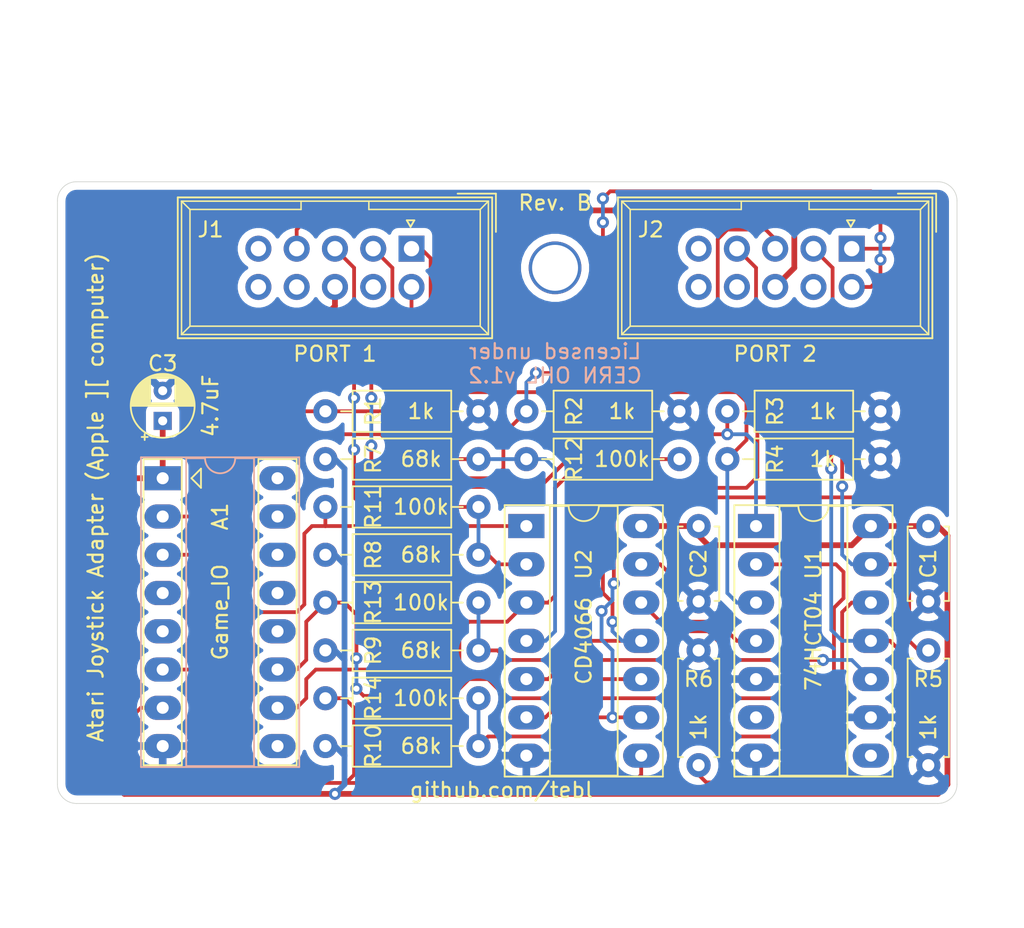
<source format=kicad_pcb>
(kicad_pcb (version 20171130) (host pcbnew "(5.1.8)-1")

  (general
    (thickness 1.6)
    (drawings 14)
    (tracks 317)
    (zones 0)
    (modules 23)
    (nets 21)
  )

  (page A4)
  (layers
    (0 F.Cu signal)
    (31 B.Cu signal)
    (32 B.Adhes user)
    (33 F.Adhes user)
    (34 B.Paste user)
    (35 F.Paste user)
    (36 B.SilkS user)
    (37 F.SilkS user)
    (38 B.Mask user)
    (39 F.Mask user)
    (40 Dwgs.User user)
    (41 Cmts.User user)
    (42 Eco1.User user)
    (43 Eco2.User user)
    (44 Edge.Cuts user)
    (45 Margin user)
    (46 B.CrtYd user)
    (47 F.CrtYd user)
    (48 B.Fab user)
    (49 F.Fab user)
  )

  (setup
    (last_trace_width 0.25)
    (trace_clearance 0.2)
    (zone_clearance 0.508)
    (zone_45_only no)
    (trace_min 0.2)
    (via_size 0.8)
    (via_drill 0.4)
    (via_min_size 0.4)
    (via_min_drill 0.3)
    (uvia_size 0.3)
    (uvia_drill 0.1)
    (uvias_allowed no)
    (uvia_min_size 0.2)
    (uvia_min_drill 0.1)
    (edge_width 0.05)
    (segment_width 0.2)
    (pcb_text_width 0.3)
    (pcb_text_size 1.5 1.5)
    (mod_edge_width 0.12)
    (mod_text_size 1 1)
    (mod_text_width 0.15)
    (pad_size 1.524 1.524)
    (pad_drill 0.762)
    (pad_to_mask_clearance 0)
    (aux_axis_origin 0 0)
    (visible_elements 7FFFFFFF)
    (pcbplotparams
      (layerselection 0x010fc_ffffffff)
      (usegerberextensions true)
      (usegerberattributes true)
      (usegerberadvancedattributes true)
      (creategerberjobfile true)
      (excludeedgelayer true)
      (linewidth 0.100000)
      (plotframeref false)
      (viasonmask false)
      (mode 1)
      (useauxorigin false)
      (hpglpennumber 1)
      (hpglpenspeed 20)
      (hpglpendiameter 15.000000)
      (psnegative false)
      (psa4output false)
      (plotreference true)
      (plotvalue true)
      (plotinvisibletext false)
      (padsonsilk false)
      (subtractmaskfromsilk false)
      (outputformat 1)
      (mirror false)
      (drillshape 0)
      (scaleselection 1)
      (outputdirectory "export/"))
  )

  (net 0 "")
  (net 1 VCC)
  (net 2 /P2_FIRE)
  (net 3 /GC1)
  (net 4 /P1_FIRE)
  (net 5 /GC3)
  (net 6 /GC0)
  (net 7 /GC2)
  (net 8 GND)
  (net 9 /P1_DOWN)
  (net 10 /P1_LEFT)
  (net 11 /P2_UP)
  (net 12 /P2_DOWN)
  (net 13 /P2_LEFT)
  (net 14 /P2_RIGHT)
  (net 15 "Net-(U1-Pad2)")
  (net 16 "Net-(U1-Pad10)")
  (net 17 "Net-(U1-Pad4)")
  (net 18 "Net-(U1-Pad12)")
  (net 19 /P1_RIGHT)
  (net 20 /P1_UP)

  (net_class Default "This is the default net class."
    (clearance 0.2)
    (trace_width 0.25)
    (via_dia 0.8)
    (via_drill 0.4)
    (uvia_dia 0.3)
    (uvia_drill 0.1)
    (add_net /GC0)
    (add_net /GC1)
    (add_net /GC2)
    (add_net /GC3)
    (add_net /P1_DOWN)
    (add_net /P1_FIRE)
    (add_net /P1_LEFT)
    (add_net /P1_RIGHT)
    (add_net /P1_UP)
    (add_net /P2_DOWN)
    (add_net /P2_FIRE)
    (add_net /P2_LEFT)
    (add_net /P2_RIGHT)
    (add_net /P2_UP)
    (add_net GND)
    (add_net "Net-(U1-Pad10)")
    (add_net "Net-(U1-Pad12)")
    (add_net "Net-(U1-Pad2)")
    (add_net "Net-(U1-Pad4)")
  )

  (net_class PWR ""
    (clearance 0.2)
    (trace_width 0.381)
    (via_dia 0.8)
    (via_drill 0.4)
    (uvia_dia 0.3)
    (uvia_drill 0.1)
    (add_net VCC)
  )

  (module adapter:DIP-16_W7.62mm_Socket_LongPads (layer F.Cu) (tedit 5FFA52B8) (tstamp 5FFA967B)
    (at 167.005 117.475)
    (descr "16-lead though-hole mounted DIP package, row spacing 7.62 mm (300 mils), Socket, LongPads")
    (tags "THT DIP DIL PDIP 2.54mm 7.62mm 300mil Socket LongPads")
    (path /5FFA2045)
    (fp_text reference A1 (at 3.81 2.54 90) (layer F.SilkS)
      (effects (font (size 1 1) (thickness 0.15)))
    )
    (fp_text value Game_IO (at 3.81 8.89 90) (layer F.SilkS)
      (effects (font (size 1 1) (thickness 0.15)))
    )
    (fp_line (start 6.35 19.05) (end 6.35 -1.27) (layer F.SilkS) (width 0.12))
    (fp_line (start 8.89 19.05) (end 6.35 19.05) (layer F.SilkS) (width 0.12))
    (fp_line (start 8.89 -1.27) (end 8.89 19.05) (layer F.SilkS) (width 0.12))
    (fp_line (start 6.35 -1.27) (end 8.89 -1.27) (layer F.SilkS) (width 0.12))
    (fp_line (start -1.27 19.05) (end -1.27 -1.27) (layer F.SilkS) (width 0.12))
    (fp_line (start 1.27 19.05) (end -1.27 19.05) (layer F.SilkS) (width 0.12))
    (fp_line (start 1.27 -1.27) (end 1.27 19.05) (layer F.SilkS) (width 0.12))
    (fp_line (start -1.27 -1.27) (end 1.27 -1.27) (layer F.SilkS) (width 0.12))
    (fp_line (start 9.15 -1.6) (end -1.55 -1.6) (layer F.CrtYd) (width 0.05))
    (fp_line (start 9.15 19.4) (end 9.15 -1.6) (layer F.CrtYd) (width 0.05))
    (fp_line (start -1.55 19.4) (end 9.15 19.4) (layer F.CrtYd) (width 0.05))
    (fp_line (start -1.55 -1.6) (end -1.55 19.4) (layer F.CrtYd) (width 0.05))
    (fp_line (start 9.06 -1.39) (end -1.44 -1.39) (layer B.SilkS) (width 0.12))
    (fp_line (start 9.06 19.17) (end 9.06 -1.39) (layer B.SilkS) (width 0.12))
    (fp_line (start -1.44 19.17) (end 9.06 19.17) (layer B.SilkS) (width 0.12))
    (fp_line (start -1.44 -1.39) (end -1.44 19.17) (layer B.SilkS) (width 0.12))
    (fp_line (start 6.06 -1.33) (end 4.81 -1.33) (layer B.SilkS) (width 0.12))
    (fp_line (start 6.06 19.11) (end 6.06 -1.33) (layer B.SilkS) (width 0.12))
    (fp_line (start 1.56 19.11) (end 6.06 19.11) (layer B.SilkS) (width 0.12))
    (fp_line (start 1.56 -1.33) (end 1.56 19.11) (layer B.SilkS) (width 0.12))
    (fp_line (start 2.81 -1.33) (end 1.56 -1.33) (layer B.SilkS) (width 0.12))
    (fp_line (start 8.89 -1.33) (end -1.27 -1.33) (layer F.Fab) (width 0.1))
    (fp_line (start 8.89 19.11) (end 8.89 -1.33) (layer F.Fab) (width 0.1))
    (fp_line (start -1.27 19.11) (end 8.89 19.11) (layer F.Fab) (width 0.1))
    (fp_line (start -1.27 -1.33) (end -1.27 19.11) (layer F.Fab) (width 0.1))
    (fp_line (start 0.635 -0.27) (end 1.635 -1.27) (layer F.Fab) (width 0.1))
    (fp_line (start 0.635 19.05) (end 0.635 -0.27) (layer F.Fab) (width 0.1))
    (fp_line (start 6.985 19.05) (end 0.635 19.05) (layer F.Fab) (width 0.1))
    (fp_line (start 6.985 -1.27) (end 6.985 19.05) (layer F.Fab) (width 0.1))
    (fp_line (start 1.635 -1.27) (end 6.985 -1.27) (layer F.Fab) (width 0.1))
    (fp_line (start 1.905 0) (end 2.54 -0.635) (layer F.SilkS) (width 0.12))
    (fp_line (start 2.54 -0.635) (end 2.54 0.635) (layer F.SilkS) (width 0.12))
    (fp_line (start 2.54 0.635) (end 1.905 0) (layer F.SilkS) (width 0.12))
    (fp_text user %R (at 3.81 2.54 90) (layer F.Fab)
      (effects (font (size 1 1) (thickness 0.15)))
    )
    (fp_arc (start 3.81 -1.33) (end 2.81 -1.33) (angle -180) (layer B.SilkS) (width 0.12))
    (pad 16 thru_hole oval (at 7.62 0) (size 2.4 1.6) (drill 0.8) (layers *.Cu *.Mask))
    (pad 8 thru_hole oval (at 0 17.78) (size 2.4 1.6) (drill 0.8) (layers *.Cu *.Mask)
      (net 8 GND))
    (pad 15 thru_hole oval (at 7.62 2.54) (size 2.4 1.6) (drill 0.8) (layers *.Cu *.Mask))
    (pad 7 thru_hole oval (at 0 15.24) (size 2.4 1.6) (drill 0.8) (layers *.Cu *.Mask)
      (net 7 /GC2))
    (pad 14 thru_hole oval (at 7.62 5.08) (size 2.4 1.6) (drill 0.8) (layers *.Cu *.Mask))
    (pad 6 thru_hole oval (at 0 12.7) (size 2.4 1.6) (drill 0.8) (layers *.Cu *.Mask)
      (net 6 /GC0))
    (pad 13 thru_hole oval (at 7.62 7.62) (size 2.4 1.6) (drill 0.8) (layers *.Cu *.Mask))
    (pad 5 thru_hole oval (at 0 10.16) (size 2.4 1.6) (drill 0.8) (layers *.Cu *.Mask))
    (pad 12 thru_hole oval (at 7.62 10.16) (size 2.4 1.6) (drill 0.8) (layers *.Cu *.Mask))
    (pad 4 thru_hole oval (at 0 7.62) (size 2.4 1.6) (drill 0.8) (layers *.Cu *.Mask))
    (pad 11 thru_hole oval (at 7.62 12.7) (size 2.4 1.6) (drill 0.8) (layers *.Cu *.Mask)
      (net 5 /GC3))
    (pad 3 thru_hole oval (at 0 5.08) (size 2.4 1.6) (drill 0.8) (layers *.Cu *.Mask)
      (net 2 /P2_FIRE))
    (pad 10 thru_hole oval (at 7.62 15.24) (size 2.4 1.6) (drill 0.8) (layers *.Cu *.Mask)
      (net 3 /GC1))
    (pad 2 thru_hole oval (at 0 2.54) (size 2.4 1.6) (drill 0.8) (layers *.Cu *.Mask)
      (net 4 /P1_FIRE))
    (pad 9 thru_hole oval (at 7.62 17.78) (size 2.4 1.6) (drill 0.8) (layers *.Cu *.Mask))
    (pad 1 thru_hole rect (at 0 0) (size 2.4 1.6) (drill 0.8) (layers *.Cu *.Mask)
      (net 1 VCC))
    (model ${KISYS3DMOD}/Package_DIP.3dshapes/DIP-16_W7.62mm_Socket.wrl
      (at (xyz 0 0 0))
      (scale (xyz 1 1 1))
      (rotate (xyz 0 0 0))
    )
  )

  (module Resistor_THT:R_Axial_DIN0207_L6.3mm_D2.5mm_P10.16mm_Horizontal (layer F.Cu) (tedit 5AE5139B) (tstamp 5FFAC7F7)
    (at 214.63 113.03 180)
    (descr "Resistor, Axial_DIN0207 series, Axial, Horizontal, pin pitch=10.16mm, 0.25W = 1/4W, length*diameter=6.3*2.5mm^2, http://cdn-reichelt.de/documents/datenblatt/B400/1_4W%23YAG.pdf")
    (tags "Resistor Axial_DIN0207 series Axial Horizontal pin pitch 10.16mm 0.25W = 1/4W length 6.3mm diameter 2.5mm")
    (path /6009D485)
    (fp_text reference R3 (at 6.985 0 90) (layer F.SilkS)
      (effects (font (size 1 1) (thickness 0.15)))
    )
    (fp_text value 1k (at 3.81 0) (layer F.SilkS)
      (effects (font (size 1 1) (thickness 0.15)))
    )
    (fp_line (start 1.93 -1.25) (end 1.93 1.25) (layer F.Fab) (width 0.1))
    (fp_line (start 1.93 1.25) (end 8.23 1.25) (layer F.Fab) (width 0.1))
    (fp_line (start 8.23 1.25) (end 8.23 -1.25) (layer F.Fab) (width 0.1))
    (fp_line (start 8.23 -1.25) (end 1.93 -1.25) (layer F.Fab) (width 0.1))
    (fp_line (start 0 0) (end 1.93 0) (layer F.Fab) (width 0.1))
    (fp_line (start 10.16 0) (end 8.23 0) (layer F.Fab) (width 0.1))
    (fp_line (start 1.81 -1.37) (end 1.81 1.37) (layer F.SilkS) (width 0.12))
    (fp_line (start 1.81 1.37) (end 8.35 1.37) (layer F.SilkS) (width 0.12))
    (fp_line (start 8.35 1.37) (end 8.35 -1.37) (layer F.SilkS) (width 0.12))
    (fp_line (start 8.35 -1.37) (end 1.81 -1.37) (layer F.SilkS) (width 0.12))
    (fp_line (start 1.04 0) (end 1.81 0) (layer F.SilkS) (width 0.12))
    (fp_line (start 9.12 0) (end 8.35 0) (layer F.SilkS) (width 0.12))
    (fp_line (start -1.05 -1.5) (end -1.05 1.5) (layer F.CrtYd) (width 0.05))
    (fp_line (start -1.05 1.5) (end 11.21 1.5) (layer F.CrtYd) (width 0.05))
    (fp_line (start 11.21 1.5) (end 11.21 -1.5) (layer F.CrtYd) (width 0.05))
    (fp_line (start 11.21 -1.5) (end -1.05 -1.5) (layer F.CrtYd) (width 0.05))
    (fp_text user %R (at 6.985 0 90) (layer F.Fab)
      (effects (font (size 1 1) (thickness 0.15)))
    )
    (pad 2 thru_hole oval (at 10.16 0 180) (size 1.6 1.6) (drill 0.8) (layers *.Cu *.Mask)
      (net 9 /P1_DOWN))
    (pad 1 thru_hole circle (at 0 0 180) (size 1.6 1.6) (drill 0.8) (layers *.Cu *.Mask)
      (net 8 GND))
    (model ${KISYS3DMOD}/Resistor_THT.3dshapes/R_Axial_DIN0207_L6.3mm_D2.5mm_P10.16mm_Horizontal.wrl
      (at (xyz 0 0 0))
      (scale (xyz 1 1 1))
      (rotate (xyz 0 0 0))
    )
  )

  (module Capacitor_THT:C_Disc_D4.7mm_W2.5mm_P5.00mm (layer F.Cu) (tedit 5AE50EF0) (tstamp 5FFA8203)
    (at 202.565 120.65 270)
    (descr "C, Disc series, Radial, pin pitch=5.00mm, , diameter*width=4.7*2.5mm^2, Capacitor, http://www.vishay.com/docs/45233/krseries.pdf")
    (tags "C Disc series Radial pin pitch 5.00mm  diameter 4.7mm width 2.5mm Capacitor")
    (path /60638FB0)
    (fp_text reference C2 (at 2.5 0 90) (layer F.SilkS)
      (effects (font (size 1 1) (thickness 0.15)))
    )
    (fp_text value 100nF (at 2.5 2.5 90) (layer F.Fab)
      (effects (font (size 1 1) (thickness 0.15)))
    )
    (fp_line (start 0.15 -1.25) (end 0.15 1.25) (layer F.Fab) (width 0.1))
    (fp_line (start 0.15 1.25) (end 4.85 1.25) (layer F.Fab) (width 0.1))
    (fp_line (start 4.85 1.25) (end 4.85 -1.25) (layer F.Fab) (width 0.1))
    (fp_line (start 4.85 -1.25) (end 0.15 -1.25) (layer F.Fab) (width 0.1))
    (fp_line (start 0.03 -1.37) (end 4.97 -1.37) (layer F.SilkS) (width 0.12))
    (fp_line (start 0.03 1.37) (end 4.97 1.37) (layer F.SilkS) (width 0.12))
    (fp_line (start 0.03 -1.37) (end 0.03 -1.055) (layer F.SilkS) (width 0.12))
    (fp_line (start 0.03 1.055) (end 0.03 1.37) (layer F.SilkS) (width 0.12))
    (fp_line (start 4.97 -1.37) (end 4.97 -1.055) (layer F.SilkS) (width 0.12))
    (fp_line (start 4.97 1.055) (end 4.97 1.37) (layer F.SilkS) (width 0.12))
    (fp_line (start -1.05 -1.5) (end -1.05 1.5) (layer F.CrtYd) (width 0.05))
    (fp_line (start -1.05 1.5) (end 6.05 1.5) (layer F.CrtYd) (width 0.05))
    (fp_line (start 6.05 1.5) (end 6.05 -1.5) (layer F.CrtYd) (width 0.05))
    (fp_line (start 6.05 -1.5) (end -1.05 -1.5) (layer F.CrtYd) (width 0.05))
    (fp_text user %R (at 2.5 0 90) (layer F.Fab)
      (effects (font (size 0.94 0.94) (thickness 0.141)))
    )
    (pad 2 thru_hole circle (at 5 0 270) (size 1.6 1.6) (drill 0.8) (layers *.Cu *.Mask)
      (net 8 GND))
    (pad 1 thru_hole circle (at 0 0 270) (size 1.6 1.6) (drill 0.8) (layers *.Cu *.Mask)
      (net 1 VCC))
    (model ${KISYS3DMOD}/Capacitor_THT.3dshapes/C_Disc_D4.7mm_W2.5mm_P5.00mm.wrl
      (at (xyz 0 0 0))
      (scale (xyz 1 1 1))
      (rotate (xyz 0 0 0))
    )
  )

  (module Resistor_THT:R_Axial_DIN0207_L6.3mm_D2.5mm_P10.16mm_Horizontal (layer F.Cu) (tedit 5AE5139B) (tstamp 5FFAC629)
    (at 177.8 132.08)
    (descr "Resistor, Axial_DIN0207 series, Axial, Horizontal, pin pitch=10.16mm, 0.25W = 1/4W, length*diameter=6.3*2.5mm^2, http://cdn-reichelt.de/documents/datenblatt/B400/1_4W%23YAG.pdf")
    (tags "Resistor Axial_DIN0207 series Axial Horizontal pin pitch 10.16mm 0.25W = 1/4W length 6.3mm diameter 2.5mm")
    (path /5FFCFAAC)
    (fp_text reference R14 (at 3.175 0 90) (layer F.SilkS)
      (effects (font (size 1 1) (thickness 0.15)))
    )
    (fp_text value 100k (at 6.35 0) (layer F.SilkS)
      (effects (font (size 1 1) (thickness 0.15)))
    )
    (fp_line (start 11.21 -1.5) (end -1.05 -1.5) (layer F.CrtYd) (width 0.05))
    (fp_line (start 11.21 1.5) (end 11.21 -1.5) (layer F.CrtYd) (width 0.05))
    (fp_line (start -1.05 1.5) (end 11.21 1.5) (layer F.CrtYd) (width 0.05))
    (fp_line (start -1.05 -1.5) (end -1.05 1.5) (layer F.CrtYd) (width 0.05))
    (fp_line (start 9.12 0) (end 8.35 0) (layer F.SilkS) (width 0.12))
    (fp_line (start 1.04 0) (end 1.81 0) (layer F.SilkS) (width 0.12))
    (fp_line (start 8.35 -1.37) (end 1.81 -1.37) (layer F.SilkS) (width 0.12))
    (fp_line (start 8.35 1.37) (end 8.35 -1.37) (layer F.SilkS) (width 0.12))
    (fp_line (start 1.81 1.37) (end 8.35 1.37) (layer F.SilkS) (width 0.12))
    (fp_line (start 1.81 -1.37) (end 1.81 1.37) (layer F.SilkS) (width 0.12))
    (fp_line (start 10.16 0) (end 8.23 0) (layer F.Fab) (width 0.1))
    (fp_line (start 0 0) (end 1.93 0) (layer F.Fab) (width 0.1))
    (fp_line (start 8.23 -1.25) (end 1.93 -1.25) (layer F.Fab) (width 0.1))
    (fp_line (start 8.23 1.25) (end 8.23 -1.25) (layer F.Fab) (width 0.1))
    (fp_line (start 1.93 1.25) (end 8.23 1.25) (layer F.Fab) (width 0.1))
    (fp_line (start 1.93 -1.25) (end 1.93 1.25) (layer F.Fab) (width 0.1))
    (fp_text user %R (at 3.175 0 90) (layer F.Fab)
      (effects (font (size 1 1) (thickness 0.15)))
    )
    (pad 1 thru_hole circle (at 0 0) (size 1.6 1.6) (drill 0.8) (layers *.Cu *.Mask)
      (net 7 /GC2))
    (pad 2 thru_hole oval (at 10.16 0) (size 1.6 1.6) (drill 0.8) (layers *.Cu *.Mask)
      (net 11 /P2_UP))
    (model ${KISYS3DMOD}/Resistor_THT.3dshapes/R_Axial_DIN0207_L6.3mm_D2.5mm_P10.16mm_Horizontal.wrl
      (at (xyz 0 0 0))
      (scale (xyz 1 1 1))
      (rotate (xyz 0 0 0))
    )
  )

  (module Package_DIP:DIP-14_W7.62mm_Socket_LongPads (layer F.Cu) (tedit 5A02E8C5) (tstamp 5FFA8438)
    (at 206.375 120.65)
    (descr "14-lead though-hole mounted DIP package, row spacing 7.62 mm (300 mils), Socket, LongPads")
    (tags "THT DIP DIL PDIP 2.54mm 7.62mm 300mil Socket LongPads")
    (path /5FFAA574)
    (fp_text reference U1 (at 3.81 2.54 270) (layer F.SilkS)
      (effects (font (size 1 1) (thickness 0.15)))
    )
    (fp_text value 74HCT04 (at 3.81 7.62 90) (layer F.SilkS)
      (effects (font (size 1 1) (thickness 0.15)))
    )
    (fp_line (start 9.15 -1.6) (end -1.55 -1.6) (layer F.CrtYd) (width 0.05))
    (fp_line (start 9.15 16.85) (end 9.15 -1.6) (layer F.CrtYd) (width 0.05))
    (fp_line (start -1.55 16.85) (end 9.15 16.85) (layer F.CrtYd) (width 0.05))
    (fp_line (start -1.55 -1.6) (end -1.55 16.85) (layer F.CrtYd) (width 0.05))
    (fp_line (start 9.06 -1.39) (end -1.44 -1.39) (layer F.SilkS) (width 0.12))
    (fp_line (start 9.06 16.63) (end 9.06 -1.39) (layer F.SilkS) (width 0.12))
    (fp_line (start -1.44 16.63) (end 9.06 16.63) (layer F.SilkS) (width 0.12))
    (fp_line (start -1.44 -1.39) (end -1.44 16.63) (layer F.SilkS) (width 0.12))
    (fp_line (start 6.06 -1.33) (end 4.81 -1.33) (layer F.SilkS) (width 0.12))
    (fp_line (start 6.06 16.57) (end 6.06 -1.33) (layer F.SilkS) (width 0.12))
    (fp_line (start 1.56 16.57) (end 6.06 16.57) (layer F.SilkS) (width 0.12))
    (fp_line (start 1.56 -1.33) (end 1.56 16.57) (layer F.SilkS) (width 0.12))
    (fp_line (start 2.81 -1.33) (end 1.56 -1.33) (layer F.SilkS) (width 0.12))
    (fp_line (start 8.89 -1.33) (end -1.27 -1.33) (layer F.Fab) (width 0.1))
    (fp_line (start 8.89 16.57) (end 8.89 -1.33) (layer F.Fab) (width 0.1))
    (fp_line (start -1.27 16.57) (end 8.89 16.57) (layer F.Fab) (width 0.1))
    (fp_line (start -1.27 -1.33) (end -1.27 16.57) (layer F.Fab) (width 0.1))
    (fp_line (start 0.635 -0.27) (end 1.635 -1.27) (layer F.Fab) (width 0.1))
    (fp_line (start 0.635 16.51) (end 0.635 -0.27) (layer F.Fab) (width 0.1))
    (fp_line (start 6.985 16.51) (end 0.635 16.51) (layer F.Fab) (width 0.1))
    (fp_line (start 6.985 -1.27) (end 6.985 16.51) (layer F.Fab) (width 0.1))
    (fp_line (start 1.635 -1.27) (end 6.985 -1.27) (layer F.Fab) (width 0.1))
    (fp_arc (start 3.81 -1.33) (end 2.81 -1.33) (angle -180) (layer F.SilkS) (width 0.12))
    (fp_text user %R (at 3.81 2.54 270) (layer F.Fab)
      (effects (font (size 1 1) (thickness 0.15)))
    )
    (pad 1 thru_hole rect (at 0 0) (size 2.4 1.6) (drill 0.8) (layers *.Cu *.Mask)
      (net 9 /P1_DOWN))
    (pad 8 thru_hole oval (at 7.62 15.24) (size 2.4 1.6) (drill 0.8) (layers *.Cu *.Mask))
    (pad 2 thru_hole oval (at 0 2.54) (size 2.4 1.6) (drill 0.8) (layers *.Cu *.Mask)
      (net 15 "Net-(U1-Pad2)"))
    (pad 9 thru_hole oval (at 7.62 12.7) (size 2.4 1.6) (drill 0.8) (layers *.Cu *.Mask)
      (net 8 GND))
    (pad 3 thru_hole oval (at 0 5.08) (size 2.4 1.6) (drill 0.8) (layers *.Cu *.Mask)
      (net 19 /P1_RIGHT))
    (pad 10 thru_hole oval (at 7.62 10.16) (size 2.4 1.6) (drill 0.8) (layers *.Cu *.Mask)
      (net 16 "Net-(U1-Pad10)"))
    (pad 4 thru_hole oval (at 0 7.62) (size 2.4 1.6) (drill 0.8) (layers *.Cu *.Mask)
      (net 17 "Net-(U1-Pad4)"))
    (pad 11 thru_hole oval (at 7.62 7.62) (size 2.4 1.6) (drill 0.8) (layers *.Cu *.Mask)
      (net 14 /P2_RIGHT))
    (pad 5 thru_hole oval (at 0 10.16) (size 2.4 1.6) (drill 0.8) (layers *.Cu *.Mask)
      (net 8 GND))
    (pad 12 thru_hole oval (at 7.62 5.08) (size 2.4 1.6) (drill 0.8) (layers *.Cu *.Mask)
      (net 18 "Net-(U1-Pad12)"))
    (pad 6 thru_hole oval (at 0 12.7) (size 2.4 1.6) (drill 0.8) (layers *.Cu *.Mask))
    (pad 13 thru_hole oval (at 7.62 2.54) (size 2.4 1.6) (drill 0.8) (layers *.Cu *.Mask)
      (net 12 /P2_DOWN))
    (pad 7 thru_hole oval (at 0 15.24) (size 2.4 1.6) (drill 0.8) (layers *.Cu *.Mask)
      (net 8 GND))
    (pad 14 thru_hole oval (at 7.62 0) (size 2.4 1.6) (drill 0.8) (layers *.Cu *.Mask)
      (net 1 VCC))
    (model ${KISYS3DMOD}/Package_DIP.3dshapes/DIP-14_W7.62mm_Socket.wrl
      (at (xyz 0 0 0))
      (scale (xyz 1 1 1))
      (rotate (xyz 0 0 0))
    )
  )

  (module Capacitor_THT:C_Disc_D4.7mm_W2.5mm_P5.00mm (layer F.Cu) (tedit 5AE50EF0) (tstamp 5FFA81EE)
    (at 217.805 120.65 270)
    (descr "C, Disc series, Radial, pin pitch=5.00mm, , diameter*width=4.7*2.5mm^2, Capacitor, http://www.vishay.com/docs/45233/krseries.pdf")
    (tags "C Disc series Radial pin pitch 5.00mm  diameter 4.7mm width 2.5mm Capacitor")
    (path /60638572)
    (fp_text reference C1 (at 2.5 0 90) (layer F.SilkS)
      (effects (font (size 1 1) (thickness 0.15)))
    )
    (fp_text value 100nF (at 2.5 2.5 90) (layer F.Fab)
      (effects (font (size 1 1) (thickness 0.15)))
    )
    (fp_line (start 6.05 -1.5) (end -1.05 -1.5) (layer F.CrtYd) (width 0.05))
    (fp_line (start 6.05 1.5) (end 6.05 -1.5) (layer F.CrtYd) (width 0.05))
    (fp_line (start -1.05 1.5) (end 6.05 1.5) (layer F.CrtYd) (width 0.05))
    (fp_line (start -1.05 -1.5) (end -1.05 1.5) (layer F.CrtYd) (width 0.05))
    (fp_line (start 4.97 1.055) (end 4.97 1.37) (layer F.SilkS) (width 0.12))
    (fp_line (start 4.97 -1.37) (end 4.97 -1.055) (layer F.SilkS) (width 0.12))
    (fp_line (start 0.03 1.055) (end 0.03 1.37) (layer F.SilkS) (width 0.12))
    (fp_line (start 0.03 -1.37) (end 0.03 -1.055) (layer F.SilkS) (width 0.12))
    (fp_line (start 0.03 1.37) (end 4.97 1.37) (layer F.SilkS) (width 0.12))
    (fp_line (start 0.03 -1.37) (end 4.97 -1.37) (layer F.SilkS) (width 0.12))
    (fp_line (start 4.85 -1.25) (end 0.15 -1.25) (layer F.Fab) (width 0.1))
    (fp_line (start 4.85 1.25) (end 4.85 -1.25) (layer F.Fab) (width 0.1))
    (fp_line (start 0.15 1.25) (end 4.85 1.25) (layer F.Fab) (width 0.1))
    (fp_line (start 0.15 -1.25) (end 0.15 1.25) (layer F.Fab) (width 0.1))
    (fp_text user %R (at 2.5 0 90) (layer F.Fab)
      (effects (font (size 0.94 0.94) (thickness 0.141)))
    )
    (pad 1 thru_hole circle (at 0 0 270) (size 1.6 1.6) (drill 0.8) (layers *.Cu *.Mask)
      (net 1 VCC))
    (pad 2 thru_hole circle (at 5 0 270) (size 1.6 1.6) (drill 0.8) (layers *.Cu *.Mask)
      (net 8 GND))
    (model ${KISYS3DMOD}/Capacitor_THT.3dshapes/C_Disc_D4.7mm_W2.5mm_P5.00mm.wrl
      (at (xyz 0 0 0))
      (scale (xyz 1 1 1))
      (rotate (xyz 0 0 0))
    )
  )

  (module Capacitor_THT:CP_Radial_D4.0mm_P2.00mm (layer F.Cu) (tedit 5AE50EF0) (tstamp 5FFAFB40)
    (at 167.005 113.665 90)
    (descr "CP, Radial series, Radial, pin pitch=2.00mm, , diameter=4mm, Electrolytic Capacitor")
    (tags "CP Radial series Radial pin pitch 2.00mm  diameter 4mm Electrolytic Capacitor")
    (path /6017EEF5)
    (fp_text reference C3 (at 3.81 0 180) (layer F.SilkS)
      (effects (font (size 1 1) (thickness 0.15)))
    )
    (fp_text value 4.7uF (at 1 3.175 90) (layer F.SilkS)
      (effects (font (size 1 1) (thickness 0.15)))
    )
    (fp_line (start -1.069801 -1.395) (end -1.069801 -0.995) (layer F.SilkS) (width 0.12))
    (fp_line (start -1.269801 -1.195) (end -0.869801 -1.195) (layer F.SilkS) (width 0.12))
    (fp_line (start 3.081 -0.37) (end 3.081 0.37) (layer F.SilkS) (width 0.12))
    (fp_line (start 3.041 -0.537) (end 3.041 0.537) (layer F.SilkS) (width 0.12))
    (fp_line (start 3.001 -0.664) (end 3.001 0.664) (layer F.SilkS) (width 0.12))
    (fp_line (start 2.961 -0.768) (end 2.961 0.768) (layer F.SilkS) (width 0.12))
    (fp_line (start 2.921 -0.859) (end 2.921 0.859) (layer F.SilkS) (width 0.12))
    (fp_line (start 2.881 -0.94) (end 2.881 0.94) (layer F.SilkS) (width 0.12))
    (fp_line (start 2.841 -1.013) (end 2.841 1.013) (layer F.SilkS) (width 0.12))
    (fp_line (start 2.801 0.84) (end 2.801 1.08) (layer F.SilkS) (width 0.12))
    (fp_line (start 2.801 -1.08) (end 2.801 -0.84) (layer F.SilkS) (width 0.12))
    (fp_line (start 2.761 0.84) (end 2.761 1.142) (layer F.SilkS) (width 0.12))
    (fp_line (start 2.761 -1.142) (end 2.761 -0.84) (layer F.SilkS) (width 0.12))
    (fp_line (start 2.721 0.84) (end 2.721 1.2) (layer F.SilkS) (width 0.12))
    (fp_line (start 2.721 -1.2) (end 2.721 -0.84) (layer F.SilkS) (width 0.12))
    (fp_line (start 2.681 0.84) (end 2.681 1.254) (layer F.SilkS) (width 0.12))
    (fp_line (start 2.681 -1.254) (end 2.681 -0.84) (layer F.SilkS) (width 0.12))
    (fp_line (start 2.641 0.84) (end 2.641 1.304) (layer F.SilkS) (width 0.12))
    (fp_line (start 2.641 -1.304) (end 2.641 -0.84) (layer F.SilkS) (width 0.12))
    (fp_line (start 2.601 0.84) (end 2.601 1.351) (layer F.SilkS) (width 0.12))
    (fp_line (start 2.601 -1.351) (end 2.601 -0.84) (layer F.SilkS) (width 0.12))
    (fp_line (start 2.561 0.84) (end 2.561 1.396) (layer F.SilkS) (width 0.12))
    (fp_line (start 2.561 -1.396) (end 2.561 -0.84) (layer F.SilkS) (width 0.12))
    (fp_line (start 2.521 0.84) (end 2.521 1.438) (layer F.SilkS) (width 0.12))
    (fp_line (start 2.521 -1.438) (end 2.521 -0.84) (layer F.SilkS) (width 0.12))
    (fp_line (start 2.481 0.84) (end 2.481 1.478) (layer F.SilkS) (width 0.12))
    (fp_line (start 2.481 -1.478) (end 2.481 -0.84) (layer F.SilkS) (width 0.12))
    (fp_line (start 2.441 0.84) (end 2.441 1.516) (layer F.SilkS) (width 0.12))
    (fp_line (start 2.441 -1.516) (end 2.441 -0.84) (layer F.SilkS) (width 0.12))
    (fp_line (start 2.401 0.84) (end 2.401 1.552) (layer F.SilkS) (width 0.12))
    (fp_line (start 2.401 -1.552) (end 2.401 -0.84) (layer F.SilkS) (width 0.12))
    (fp_line (start 2.361 0.84) (end 2.361 1.587) (layer F.SilkS) (width 0.12))
    (fp_line (start 2.361 -1.587) (end 2.361 -0.84) (layer F.SilkS) (width 0.12))
    (fp_line (start 2.321 0.84) (end 2.321 1.619) (layer F.SilkS) (width 0.12))
    (fp_line (start 2.321 -1.619) (end 2.321 -0.84) (layer F.SilkS) (width 0.12))
    (fp_line (start 2.281 0.84) (end 2.281 1.65) (layer F.SilkS) (width 0.12))
    (fp_line (start 2.281 -1.65) (end 2.281 -0.84) (layer F.SilkS) (width 0.12))
    (fp_line (start 2.241 0.84) (end 2.241 1.68) (layer F.SilkS) (width 0.12))
    (fp_line (start 2.241 -1.68) (end 2.241 -0.84) (layer F.SilkS) (width 0.12))
    (fp_line (start 2.201 0.84) (end 2.201 1.708) (layer F.SilkS) (width 0.12))
    (fp_line (start 2.201 -1.708) (end 2.201 -0.84) (layer F.SilkS) (width 0.12))
    (fp_line (start 2.161 0.84) (end 2.161 1.735) (layer F.SilkS) (width 0.12))
    (fp_line (start 2.161 -1.735) (end 2.161 -0.84) (layer F.SilkS) (width 0.12))
    (fp_line (start 2.121 0.84) (end 2.121 1.76) (layer F.SilkS) (width 0.12))
    (fp_line (start 2.121 -1.76) (end 2.121 -0.84) (layer F.SilkS) (width 0.12))
    (fp_line (start 2.081 0.84) (end 2.081 1.785) (layer F.SilkS) (width 0.12))
    (fp_line (start 2.081 -1.785) (end 2.081 -0.84) (layer F.SilkS) (width 0.12))
    (fp_line (start 2.041 0.84) (end 2.041 1.808) (layer F.SilkS) (width 0.12))
    (fp_line (start 2.041 -1.808) (end 2.041 -0.84) (layer F.SilkS) (width 0.12))
    (fp_line (start 2.001 0.84) (end 2.001 1.83) (layer F.SilkS) (width 0.12))
    (fp_line (start 2.001 -1.83) (end 2.001 -0.84) (layer F.SilkS) (width 0.12))
    (fp_line (start 1.961 0.84) (end 1.961 1.851) (layer F.SilkS) (width 0.12))
    (fp_line (start 1.961 -1.851) (end 1.961 -0.84) (layer F.SilkS) (width 0.12))
    (fp_line (start 1.921 0.84) (end 1.921 1.87) (layer F.SilkS) (width 0.12))
    (fp_line (start 1.921 -1.87) (end 1.921 -0.84) (layer F.SilkS) (width 0.12))
    (fp_line (start 1.881 0.84) (end 1.881 1.889) (layer F.SilkS) (width 0.12))
    (fp_line (start 1.881 -1.889) (end 1.881 -0.84) (layer F.SilkS) (width 0.12))
    (fp_line (start 1.841 0.84) (end 1.841 1.907) (layer F.SilkS) (width 0.12))
    (fp_line (start 1.841 -1.907) (end 1.841 -0.84) (layer F.SilkS) (width 0.12))
    (fp_line (start 1.801 0.84) (end 1.801 1.924) (layer F.SilkS) (width 0.12))
    (fp_line (start 1.801 -1.924) (end 1.801 -0.84) (layer F.SilkS) (width 0.12))
    (fp_line (start 1.761 0.84) (end 1.761 1.94) (layer F.SilkS) (width 0.12))
    (fp_line (start 1.761 -1.94) (end 1.761 -0.84) (layer F.SilkS) (width 0.12))
    (fp_line (start 1.721 0.84) (end 1.721 1.954) (layer F.SilkS) (width 0.12))
    (fp_line (start 1.721 -1.954) (end 1.721 -0.84) (layer F.SilkS) (width 0.12))
    (fp_line (start 1.68 0.84) (end 1.68 1.968) (layer F.SilkS) (width 0.12))
    (fp_line (start 1.68 -1.968) (end 1.68 -0.84) (layer F.SilkS) (width 0.12))
    (fp_line (start 1.64 0.84) (end 1.64 1.982) (layer F.SilkS) (width 0.12))
    (fp_line (start 1.64 -1.982) (end 1.64 -0.84) (layer F.SilkS) (width 0.12))
    (fp_line (start 1.6 0.84) (end 1.6 1.994) (layer F.SilkS) (width 0.12))
    (fp_line (start 1.6 -1.994) (end 1.6 -0.84) (layer F.SilkS) (width 0.12))
    (fp_line (start 1.56 0.84) (end 1.56 2.005) (layer F.SilkS) (width 0.12))
    (fp_line (start 1.56 -2.005) (end 1.56 -0.84) (layer F.SilkS) (width 0.12))
    (fp_line (start 1.52 0.84) (end 1.52 2.016) (layer F.SilkS) (width 0.12))
    (fp_line (start 1.52 -2.016) (end 1.52 -0.84) (layer F.SilkS) (width 0.12))
    (fp_line (start 1.48 0.84) (end 1.48 2.025) (layer F.SilkS) (width 0.12))
    (fp_line (start 1.48 -2.025) (end 1.48 -0.84) (layer F.SilkS) (width 0.12))
    (fp_line (start 1.44 0.84) (end 1.44 2.034) (layer F.SilkS) (width 0.12))
    (fp_line (start 1.44 -2.034) (end 1.44 -0.84) (layer F.SilkS) (width 0.12))
    (fp_line (start 1.4 0.84) (end 1.4 2.042) (layer F.SilkS) (width 0.12))
    (fp_line (start 1.4 -2.042) (end 1.4 -0.84) (layer F.SilkS) (width 0.12))
    (fp_line (start 1.36 0.84) (end 1.36 2.05) (layer F.SilkS) (width 0.12))
    (fp_line (start 1.36 -2.05) (end 1.36 -0.84) (layer F.SilkS) (width 0.12))
    (fp_line (start 1.32 0.84) (end 1.32 2.056) (layer F.SilkS) (width 0.12))
    (fp_line (start 1.32 -2.056) (end 1.32 -0.84) (layer F.SilkS) (width 0.12))
    (fp_line (start 1.28 0.84) (end 1.28 2.062) (layer F.SilkS) (width 0.12))
    (fp_line (start 1.28 -2.062) (end 1.28 -0.84) (layer F.SilkS) (width 0.12))
    (fp_line (start 1.24 0.84) (end 1.24 2.067) (layer F.SilkS) (width 0.12))
    (fp_line (start 1.24 -2.067) (end 1.24 -0.84) (layer F.SilkS) (width 0.12))
    (fp_line (start 1.2 0.84) (end 1.2 2.071) (layer F.SilkS) (width 0.12))
    (fp_line (start 1.2 -2.071) (end 1.2 -0.84) (layer F.SilkS) (width 0.12))
    (fp_line (start 1.16 -2.074) (end 1.16 2.074) (layer F.SilkS) (width 0.12))
    (fp_line (start 1.12 -2.077) (end 1.12 2.077) (layer F.SilkS) (width 0.12))
    (fp_line (start 1.08 -2.079) (end 1.08 2.079) (layer F.SilkS) (width 0.12))
    (fp_line (start 1.04 -2.08) (end 1.04 2.08) (layer F.SilkS) (width 0.12))
    (fp_line (start 1 -2.08) (end 1 2.08) (layer F.SilkS) (width 0.12))
    (fp_line (start -0.502554 -1.0675) (end -0.502554 -0.6675) (layer F.Fab) (width 0.1))
    (fp_line (start -0.702554 -0.8675) (end -0.302554 -0.8675) (layer F.Fab) (width 0.1))
    (fp_circle (center 1 0) (end 3.25 0) (layer F.CrtYd) (width 0.05))
    (fp_circle (center 1 0) (end 3.12 0) (layer F.SilkS) (width 0.12))
    (fp_circle (center 1 0) (end 3 0) (layer F.Fab) (width 0.1))
    (fp_text user %R (at 1 0 90) (layer F.Fab)
      (effects (font (size 0.8 0.8) (thickness 0.12)))
    )
    (pad 1 thru_hole rect (at 0 0 90) (size 1.2 1.2) (drill 0.6) (layers *.Cu *.Mask)
      (net 1 VCC))
    (pad 2 thru_hole circle (at 2 0 90) (size 1.2 1.2) (drill 0.6) (layers *.Cu *.Mask)
      (net 8 GND))
    (model ${KISYS3DMOD}/Capacitor_THT.3dshapes/CP_Radial_D4.0mm_P2.00mm.wrl
      (at (xyz 0 0 0))
      (scale (xyz 1 1 1))
      (rotate (xyz 0 0 0))
    )
  )

  (module "C64 JoyKEY:IDC_Joystick" (layer F.Cu) (tedit 5FD29ED6) (tstamp 5FFB091C)
    (at 183.515 102.235 270)
    (descr "Through hole straight IDC box header, 2x05, 2.54mm pitch, double rows")
    (tags "Through hole IDC box header THT 2x05 2.54mm double row")
    (path /5FF9BFA3)
    (fp_text reference J1 (at -1.27 13.335 180) (layer F.SilkS)
      (effects (font (size 1 1) (thickness 0.15)))
    )
    (fp_text value IDC_PORT1 (at 4.445 5.08 180) (layer F.Fab)
      (effects (font (size 1 1) (thickness 0.15)))
    )
    (fp_line (start 5.695 -5.1) (end 5.695 15.26) (layer F.SilkS) (width 0.1))
    (fp_line (start 5.145 -4.56) (end 5.145 14.7) (layer F.SilkS) (width 0.1))
    (fp_line (start -3.155 -5.1) (end -3.155 15.26) (layer F.SilkS) (width 0.1))
    (fp_line (start -2.605 -4.56) (end -2.605 2.83) (layer F.SilkS) (width 0.1))
    (fp_line (start -2.605 7.33) (end -2.605 14.7) (layer F.SilkS) (width 0.1))
    (fp_line (start -2.605 2.83) (end -3.155 2.83) (layer F.SilkS) (width 0.1))
    (fp_line (start -2.605 7.33) (end -3.155 7.33) (layer F.SilkS) (width 0.1))
    (fp_line (start 5.695 -5.1) (end -3.155 -5.1) (layer F.SilkS) (width 0.1))
    (fp_line (start 5.145 -4.56) (end -2.605 -4.56) (layer F.SilkS) (width 0.1))
    (fp_line (start 5.695 15.26) (end -3.155 15.26) (layer F.SilkS) (width 0.1))
    (fp_line (start 5.145 14.7) (end -2.605 14.7) (layer F.SilkS) (width 0.1))
    (fp_line (start 5.695 -5.1) (end 5.145 -4.56) (layer F.SilkS) (width 0.1))
    (fp_line (start 5.695 15.26) (end 5.145 14.7) (layer F.SilkS) (width 0.1))
    (fp_line (start -3.155 -5.1) (end -2.605 -4.56) (layer F.SilkS) (width 0.1))
    (fp_line (start -3.155 15.26) (end -2.605 14.7) (layer F.SilkS) (width 0.1))
    (fp_line (start 5.95 -5.35) (end 5.95 15.51) (layer F.CrtYd) (width 0.05))
    (fp_line (start 5.95 15.51) (end -3.41 15.51) (layer F.CrtYd) (width 0.05))
    (fp_line (start -3.41 15.51) (end -3.41 -5.35) (layer F.CrtYd) (width 0.05))
    (fp_line (start -3.41 -5.35) (end 5.95 -5.35) (layer F.CrtYd) (width 0.05))
    (fp_line (start 5.945 -5.35) (end 5.945 15.51) (layer F.SilkS) (width 0.12))
    (fp_line (start 5.945 15.51) (end -3.405 15.51) (layer F.SilkS) (width 0.12))
    (fp_line (start -3.405 15.51) (end -3.405 -5.35) (layer F.SilkS) (width 0.12))
    (fp_line (start -3.405 -5.35) (end 5.945 -5.35) (layer F.SilkS) (width 0.12))
    (fp_line (start -3.655 -5.6) (end -3.655 -3.06) (layer F.SilkS) (width 0.12))
    (fp_line (start -3.655 -5.6) (end -1.115 -5.6) (layer F.SilkS) (width 0.12))
    (fp_line (start -1.452425 0.0635) (end -1.885438 0.3135) (layer F.SilkS) (width 0.12))
    (fp_line (start -1.885438 -0.1865) (end -1.452425 0.0635) (layer F.SilkS) (width 0.12))
    (fp_line (start -1.885438 0.3135) (end -1.885438 -0.1865) (layer F.SilkS) (width 0.12))
    (fp_text user %R (at 1.27 5.08 90) (layer F.Fab)
      (effects (font (size 1 1) (thickness 0.15)))
    )
    (pad 10 thru_hole oval (at 2.54 10.16 270) (size 1.7272 1.7272) (drill 1.016) (layers *.Cu *.Mask))
    (pad 9 thru_hole oval (at 2.54 7.62 270) (size 1.7272 1.7272) (drill 1.016) (layers *.Cu *.Mask))
    (pad 8 thru_hole oval (at 2.54 5.08 270) (size 1.7272 1.7272) (drill 1.016) (layers *.Cu *.Mask)
      (net 1 VCC))
    (pad 7 thru_hole oval (at 2.54 2.54 270) (size 1.7272 1.7272) (drill 1.016) (layers *.Cu *.Mask))
    (pad 6 thru_hole oval (at 2.54 0 270) (size 1.7272 1.7272) (drill 1.016) (layers *.Cu *.Mask)
      (net 4 /P1_FIRE))
    (pad 5 thru_hole oval (at 0 10.16 270) (size 1.7272 1.7272) (drill 1.016) (layers *.Cu *.Mask))
    (pad 4 thru_hole oval (at 0 7.62 270) (size 1.7272 1.7272) (drill 1.016) (layers *.Cu *.Mask)
      (net 19 /P1_RIGHT))
    (pad 3 thru_hole oval (at 0 5.08 270) (size 1.7272 1.7272) (drill 1.016) (layers *.Cu *.Mask)
      (net 10 /P1_LEFT))
    (pad 2 thru_hole oval (at 0 2.54 270) (size 1.7272 1.7272) (drill 1.016) (layers *.Cu *.Mask)
      (net 9 /P1_DOWN))
    (pad 1 thru_hole rect (at 0 0 270) (size 1.7272 1.7272) (drill 1.016) (layers *.Cu *.Mask)
      (net 20 /P1_UP))
    (model ${KISYS3DMOD}/Connector_IDC.3dshapes/IDC-Header_2x05_P2.54mm_Vertical.wrl
      (at (xyz 0 0 0))
      (scale (xyz 1 1 1))
      (rotate (xyz 0 0 0))
    )
  )

  (module "C64 JoyKEY:IDC_Joystick" (layer F.Cu) (tedit 5FD29ED6) (tstamp 5FFA82C5)
    (at 212.725 102.235 270)
    (descr "Through hole straight IDC box header, 2x05, 2.54mm pitch, double rows")
    (tags "Through hole IDC box header THT 2x05 2.54mm double row")
    (path /5FF9E0A1)
    (fp_text reference J2 (at -1.27 13.335 180) (layer F.SilkS)
      (effects (font (size 1 1) (thickness 0.15)))
    )
    (fp_text value IDC_PORT2 (at 4.445 5.08 180) (layer F.Fab)
      (effects (font (size 1 1) (thickness 0.15)))
    )
    (fp_line (start -1.885438 0.3135) (end -1.885438 -0.1865) (layer F.SilkS) (width 0.12))
    (fp_line (start -1.885438 -0.1865) (end -1.452425 0.0635) (layer F.SilkS) (width 0.12))
    (fp_line (start -1.452425 0.0635) (end -1.885438 0.3135) (layer F.SilkS) (width 0.12))
    (fp_line (start -3.655 -5.6) (end -1.115 -5.6) (layer F.SilkS) (width 0.12))
    (fp_line (start -3.655 -5.6) (end -3.655 -3.06) (layer F.SilkS) (width 0.12))
    (fp_line (start -3.405 -5.35) (end 5.945 -5.35) (layer F.SilkS) (width 0.12))
    (fp_line (start -3.405 15.51) (end -3.405 -5.35) (layer F.SilkS) (width 0.12))
    (fp_line (start 5.945 15.51) (end -3.405 15.51) (layer F.SilkS) (width 0.12))
    (fp_line (start 5.945 -5.35) (end 5.945 15.51) (layer F.SilkS) (width 0.12))
    (fp_line (start -3.41 -5.35) (end 5.95 -5.35) (layer F.CrtYd) (width 0.05))
    (fp_line (start -3.41 15.51) (end -3.41 -5.35) (layer F.CrtYd) (width 0.05))
    (fp_line (start 5.95 15.51) (end -3.41 15.51) (layer F.CrtYd) (width 0.05))
    (fp_line (start 5.95 -5.35) (end 5.95 15.51) (layer F.CrtYd) (width 0.05))
    (fp_line (start -3.155 15.26) (end -2.605 14.7) (layer F.SilkS) (width 0.1))
    (fp_line (start -3.155 -5.1) (end -2.605 -4.56) (layer F.SilkS) (width 0.1))
    (fp_line (start 5.695 15.26) (end 5.145 14.7) (layer F.SilkS) (width 0.1))
    (fp_line (start 5.695 -5.1) (end 5.145 -4.56) (layer F.SilkS) (width 0.1))
    (fp_line (start 5.145 14.7) (end -2.605 14.7) (layer F.SilkS) (width 0.1))
    (fp_line (start 5.695 15.26) (end -3.155 15.26) (layer F.SilkS) (width 0.1))
    (fp_line (start 5.145 -4.56) (end -2.605 -4.56) (layer F.SilkS) (width 0.1))
    (fp_line (start 5.695 -5.1) (end -3.155 -5.1) (layer F.SilkS) (width 0.1))
    (fp_line (start -2.605 7.33) (end -3.155 7.33) (layer F.SilkS) (width 0.1))
    (fp_line (start -2.605 2.83) (end -3.155 2.83) (layer F.SilkS) (width 0.1))
    (fp_line (start -2.605 7.33) (end -2.605 14.7) (layer F.SilkS) (width 0.1))
    (fp_line (start -2.605 -4.56) (end -2.605 2.83) (layer F.SilkS) (width 0.1))
    (fp_line (start -3.155 -5.1) (end -3.155 15.26) (layer F.SilkS) (width 0.1))
    (fp_line (start 5.145 -4.56) (end 5.145 14.7) (layer F.SilkS) (width 0.1))
    (fp_line (start 5.695 -5.1) (end 5.695 15.26) (layer F.SilkS) (width 0.1))
    (fp_text user %R (at 1.27 5.08 90) (layer F.Fab)
      (effects (font (size 1 1) (thickness 0.15)))
    )
    (pad 1 thru_hole rect (at 0 0 270) (size 1.7272 1.7272) (drill 1.016) (layers *.Cu *.Mask)
      (net 11 /P2_UP))
    (pad 2 thru_hole oval (at 0 2.54 270) (size 1.7272 1.7272) (drill 1.016) (layers *.Cu *.Mask)
      (net 12 /P2_DOWN))
    (pad 3 thru_hole oval (at 0 5.08 270) (size 1.7272 1.7272) (drill 1.016) (layers *.Cu *.Mask)
      (net 13 /P2_LEFT))
    (pad 4 thru_hole oval (at 0 7.62 270) (size 1.7272 1.7272) (drill 1.016) (layers *.Cu *.Mask)
      (net 14 /P2_RIGHT))
    (pad 5 thru_hole oval (at 0 10.16 270) (size 1.7272 1.7272) (drill 1.016) (layers *.Cu *.Mask))
    (pad 6 thru_hole oval (at 2.54 0 270) (size 1.7272 1.7272) (drill 1.016) (layers *.Cu *.Mask)
      (net 2 /P2_FIRE))
    (pad 7 thru_hole oval (at 2.54 2.54 270) (size 1.7272 1.7272) (drill 1.016) (layers *.Cu *.Mask))
    (pad 8 thru_hole oval (at 2.54 5.08 270) (size 1.7272 1.7272) (drill 1.016) (layers *.Cu *.Mask)
      (net 1 VCC))
    (pad 9 thru_hole oval (at 2.54 7.62 270) (size 1.7272 1.7272) (drill 1.016) (layers *.Cu *.Mask))
    (pad 10 thru_hole oval (at 2.54 10.16 270) (size 1.7272 1.7272) (drill 1.016) (layers *.Cu *.Mask))
    (model ${KISYS3DMOD}/Connector_IDC.3dshapes/IDC-Header_2x05_P2.54mm_Vertical.wrl
      (at (xyz 0 0 0))
      (scale (xyz 1 1 1))
      (rotate (xyz 0 0 0))
    )
  )

  (module Resistor_THT:R_Axial_DIN0207_L6.3mm_D2.5mm_P10.16mm_Horizontal (layer F.Cu) (tedit 5AE5139B) (tstamp 5FFAC87B)
    (at 187.96 113.03 180)
    (descr "Resistor, Axial_DIN0207 series, Axial, Horizontal, pin pitch=10.16mm, 0.25W = 1/4W, length*diameter=6.3*2.5mm^2, http://cdn-reichelt.de/documents/datenblatt/B400/1_4W%23YAG.pdf")
    (tags "Resistor Axial_DIN0207 series Axial Horizontal pin pitch 10.16mm 0.25W = 1/4W length 6.3mm diameter 2.5mm")
    (path /600591B4)
    (fp_text reference R1 (at 6.985 0 90) (layer F.SilkS)
      (effects (font (size 1 1) (thickness 0.15)))
    )
    (fp_text value 1k (at 3.81 0) (layer F.SilkS)
      (effects (font (size 1 1) (thickness 0.15)))
    )
    (fp_line (start 11.21 -1.5) (end -1.05 -1.5) (layer F.CrtYd) (width 0.05))
    (fp_line (start 11.21 1.5) (end 11.21 -1.5) (layer F.CrtYd) (width 0.05))
    (fp_line (start -1.05 1.5) (end 11.21 1.5) (layer F.CrtYd) (width 0.05))
    (fp_line (start -1.05 -1.5) (end -1.05 1.5) (layer F.CrtYd) (width 0.05))
    (fp_line (start 9.12 0) (end 8.35 0) (layer F.SilkS) (width 0.12))
    (fp_line (start 1.04 0) (end 1.81 0) (layer F.SilkS) (width 0.12))
    (fp_line (start 8.35 -1.37) (end 1.81 -1.37) (layer F.SilkS) (width 0.12))
    (fp_line (start 8.35 1.37) (end 8.35 -1.37) (layer F.SilkS) (width 0.12))
    (fp_line (start 1.81 1.37) (end 8.35 1.37) (layer F.SilkS) (width 0.12))
    (fp_line (start 1.81 -1.37) (end 1.81 1.37) (layer F.SilkS) (width 0.12))
    (fp_line (start 10.16 0) (end 8.23 0) (layer F.Fab) (width 0.1))
    (fp_line (start 0 0) (end 1.93 0) (layer F.Fab) (width 0.1))
    (fp_line (start 8.23 -1.25) (end 1.93 -1.25) (layer F.Fab) (width 0.1))
    (fp_line (start 8.23 1.25) (end 8.23 -1.25) (layer F.Fab) (width 0.1))
    (fp_line (start 1.93 1.25) (end 8.23 1.25) (layer F.Fab) (width 0.1))
    (fp_line (start 1.93 -1.25) (end 1.93 1.25) (layer F.Fab) (width 0.1))
    (fp_text user %R (at 6.985 0 90) (layer F.Fab)
      (effects (font (size 1 1) (thickness 0.15)))
    )
    (pad 1 thru_hole circle (at 0 0 180) (size 1.6 1.6) (drill 0.8) (layers *.Cu *.Mask)
      (net 8 GND))
    (pad 2 thru_hole oval (at 10.16 0 180) (size 1.6 1.6) (drill 0.8) (layers *.Cu *.Mask)
      (net 4 /P1_FIRE))
    (model ${KISYS3DMOD}/Resistor_THT.3dshapes/R_Axial_DIN0207_L6.3mm_D2.5mm_P10.16mm_Horizontal.wrl
      (at (xyz 0 0 0))
      (scale (xyz 1 1 1))
      (rotate (xyz 0 0 0))
    )
  )

  (module Resistor_THT:R_Axial_DIN0207_L6.3mm_D2.5mm_P10.16mm_Horizontal (layer F.Cu) (tedit 5AE5139B) (tstamp 5FFAEBA6)
    (at 201.295 113.03 180)
    (descr "Resistor, Axial_DIN0207 series, Axial, Horizontal, pin pitch=10.16mm, 0.25W = 1/4W, length*diameter=6.3*2.5mm^2, http://cdn-reichelt.de/documents/datenblatt/B400/1_4W%23YAG.pdf")
    (tags "Resistor Axial_DIN0207 series Axial Horizontal pin pitch 10.16mm 0.25W = 1/4W length 6.3mm diameter 2.5mm")
    (path /60051E25)
    (fp_text reference R2 (at 6.985 0 90) (layer F.SilkS)
      (effects (font (size 1 1) (thickness 0.15)))
    )
    (fp_text value 1k (at 3.81 0) (layer F.SilkS)
      (effects (font (size 1 1) (thickness 0.15)))
    )
    (fp_line (start 1.93 -1.25) (end 1.93 1.25) (layer F.Fab) (width 0.1))
    (fp_line (start 1.93 1.25) (end 8.23 1.25) (layer F.Fab) (width 0.1))
    (fp_line (start 8.23 1.25) (end 8.23 -1.25) (layer F.Fab) (width 0.1))
    (fp_line (start 8.23 -1.25) (end 1.93 -1.25) (layer F.Fab) (width 0.1))
    (fp_line (start 0 0) (end 1.93 0) (layer F.Fab) (width 0.1))
    (fp_line (start 10.16 0) (end 8.23 0) (layer F.Fab) (width 0.1))
    (fp_line (start 1.81 -1.37) (end 1.81 1.37) (layer F.SilkS) (width 0.12))
    (fp_line (start 1.81 1.37) (end 8.35 1.37) (layer F.SilkS) (width 0.12))
    (fp_line (start 8.35 1.37) (end 8.35 -1.37) (layer F.SilkS) (width 0.12))
    (fp_line (start 8.35 -1.37) (end 1.81 -1.37) (layer F.SilkS) (width 0.12))
    (fp_line (start 1.04 0) (end 1.81 0) (layer F.SilkS) (width 0.12))
    (fp_line (start 9.12 0) (end 8.35 0) (layer F.SilkS) (width 0.12))
    (fp_line (start -1.05 -1.5) (end -1.05 1.5) (layer F.CrtYd) (width 0.05))
    (fp_line (start -1.05 1.5) (end 11.21 1.5) (layer F.CrtYd) (width 0.05))
    (fp_line (start 11.21 1.5) (end 11.21 -1.5) (layer F.CrtYd) (width 0.05))
    (fp_line (start 11.21 -1.5) (end -1.05 -1.5) (layer F.CrtYd) (width 0.05))
    (fp_text user %R (at 6.985 0 90) (layer F.Fab)
      (effects (font (size 1 1) (thickness 0.15)))
    )
    (pad 2 thru_hole oval (at 10.16 0 180) (size 1.6 1.6) (drill 0.8) (layers *.Cu *.Mask)
      (net 2 /P2_FIRE))
    (pad 1 thru_hole circle (at 0 0 180) (size 1.6 1.6) (drill 0.8) (layers *.Cu *.Mask)
      (net 8 GND))
    (model ${KISYS3DMOD}/Resistor_THT.3dshapes/R_Axial_DIN0207_L6.3mm_D2.5mm_P10.16mm_Horizontal.wrl
      (at (xyz 0 0 0))
      (scale (xyz 1 1 1))
      (rotate (xyz 0 0 0))
    )
  )

  (module Resistor_THT:R_Axial_DIN0207_L6.3mm_D2.5mm_P10.16mm_Horizontal (layer F.Cu) (tedit 5AE5139B) (tstamp 5FFAC7B5)
    (at 214.63 116.205 180)
    (descr "Resistor, Axial_DIN0207 series, Axial, Horizontal, pin pitch=10.16mm, 0.25W = 1/4W, length*diameter=6.3*2.5mm^2, http://cdn-reichelt.de/documents/datenblatt/B400/1_4W%23YAG.pdf")
    (tags "Resistor Axial_DIN0207 series Axial Horizontal pin pitch 10.16mm 0.25W = 1/4W length 6.3mm diameter 2.5mm")
    (path /600CB215)
    (fp_text reference R4 (at 6.985 0 90) (layer F.SilkS)
      (effects (font (size 1 1) (thickness 0.15)))
    )
    (fp_text value 1k (at 3.81 0) (layer F.SilkS)
      (effects (font (size 1 1) (thickness 0.15)))
    )
    (fp_line (start 11.21 -1.5) (end -1.05 -1.5) (layer F.CrtYd) (width 0.05))
    (fp_line (start 11.21 1.5) (end 11.21 -1.5) (layer F.CrtYd) (width 0.05))
    (fp_line (start -1.05 1.5) (end 11.21 1.5) (layer F.CrtYd) (width 0.05))
    (fp_line (start -1.05 -1.5) (end -1.05 1.5) (layer F.CrtYd) (width 0.05))
    (fp_line (start 9.12 0) (end 8.35 0) (layer F.SilkS) (width 0.12))
    (fp_line (start 1.04 0) (end 1.81 0) (layer F.SilkS) (width 0.12))
    (fp_line (start 8.35 -1.37) (end 1.81 -1.37) (layer F.SilkS) (width 0.12))
    (fp_line (start 8.35 1.37) (end 8.35 -1.37) (layer F.SilkS) (width 0.12))
    (fp_line (start 1.81 1.37) (end 8.35 1.37) (layer F.SilkS) (width 0.12))
    (fp_line (start 1.81 -1.37) (end 1.81 1.37) (layer F.SilkS) (width 0.12))
    (fp_line (start 10.16 0) (end 8.23 0) (layer F.Fab) (width 0.1))
    (fp_line (start 0 0) (end 1.93 0) (layer F.Fab) (width 0.1))
    (fp_line (start 8.23 -1.25) (end 1.93 -1.25) (layer F.Fab) (width 0.1))
    (fp_line (start 8.23 1.25) (end 8.23 -1.25) (layer F.Fab) (width 0.1))
    (fp_line (start 1.93 1.25) (end 8.23 1.25) (layer F.Fab) (width 0.1))
    (fp_line (start 1.93 -1.25) (end 1.93 1.25) (layer F.Fab) (width 0.1))
    (fp_text user %R (at 6.985 0 90) (layer F.Fab)
      (effects (font (size 1 1) (thickness 0.15)))
    )
    (pad 1 thru_hole circle (at 0 0 180) (size 1.6 1.6) (drill 0.8) (layers *.Cu *.Mask)
      (net 8 GND))
    (pad 2 thru_hole oval (at 10.16 0 180) (size 1.6 1.6) (drill 0.8) (layers *.Cu *.Mask)
      (net 19 /P1_RIGHT))
    (model ${KISYS3DMOD}/Resistor_THT.3dshapes/R_Axial_DIN0207_L6.3mm_D2.5mm_P10.16mm_Horizontal.wrl
      (at (xyz 0 0 0))
      (scale (xyz 1 1 1))
      (rotate (xyz 0 0 0))
    )
  )

  (module Resistor_THT:R_Axial_DIN0207_L6.3mm_D2.5mm_P10.16mm_Horizontal (layer F.Cu) (tedit 5AE5139B) (tstamp 60173AFB)
    (at 187.96 116.205 180)
    (descr "Resistor, Axial_DIN0207 series, Axial, Horizontal, pin pitch=10.16mm, 0.25W = 1/4W, length*diameter=6.3*2.5mm^2, http://cdn-reichelt.de/documents/datenblatt/B400/1_4W%23YAG.pdf")
    (tags "Resistor Axial_DIN0207 series Axial Horizontal pin pitch 10.16mm 0.25W = 1/4W length 6.3mm diameter 2.5mm")
    (path /5FFF8060)
    (fp_text reference R7 (at 6.985 0 90) (layer F.SilkS)
      (effects (font (size 1 1) (thickness 0.15)))
    )
    (fp_text value 68k (at 3.81 0) (layer F.SilkS)
      (effects (font (size 1 1) (thickness 0.15)))
    )
    (fp_line (start 1.93 -1.25) (end 1.93 1.25) (layer F.Fab) (width 0.1))
    (fp_line (start 1.93 1.25) (end 8.23 1.25) (layer F.Fab) (width 0.1))
    (fp_line (start 8.23 1.25) (end 8.23 -1.25) (layer F.Fab) (width 0.1))
    (fp_line (start 8.23 -1.25) (end 1.93 -1.25) (layer F.Fab) (width 0.1))
    (fp_line (start 0 0) (end 1.93 0) (layer F.Fab) (width 0.1))
    (fp_line (start 10.16 0) (end 8.23 0) (layer F.Fab) (width 0.1))
    (fp_line (start 1.81 -1.37) (end 1.81 1.37) (layer F.SilkS) (width 0.12))
    (fp_line (start 1.81 1.37) (end 8.35 1.37) (layer F.SilkS) (width 0.12))
    (fp_line (start 8.35 1.37) (end 8.35 -1.37) (layer F.SilkS) (width 0.12))
    (fp_line (start 8.35 -1.37) (end 1.81 -1.37) (layer F.SilkS) (width 0.12))
    (fp_line (start 1.04 0) (end 1.81 0) (layer F.SilkS) (width 0.12))
    (fp_line (start 9.12 0) (end 8.35 0) (layer F.SilkS) (width 0.12))
    (fp_line (start -1.05 -1.5) (end -1.05 1.5) (layer F.CrtYd) (width 0.05))
    (fp_line (start -1.05 1.5) (end 11.21 1.5) (layer F.CrtYd) (width 0.05))
    (fp_line (start 11.21 1.5) (end 11.21 -1.5) (layer F.CrtYd) (width 0.05))
    (fp_line (start 11.21 -1.5) (end -1.05 -1.5) (layer F.CrtYd) (width 0.05))
    (fp_text user %R (at 6.985 0 90) (layer F.Fab)
      (effects (font (size 1 1) (thickness 0.15)))
    )
    (pad 2 thru_hole oval (at 10.16 0 180) (size 1.6 1.6) (drill 0.8) (layers *.Cu *.Mask)
      (net 1 VCC))
    (pad 1 thru_hole circle (at 0 0 180) (size 1.6 1.6) (drill 0.8) (layers *.Cu *.Mask)
      (net 20 /P1_UP))
    (model ${KISYS3DMOD}/Resistor_THT.3dshapes/R_Axial_DIN0207_L6.3mm_D2.5mm_P10.16mm_Horizontal.wrl
      (at (xyz 0 0 0))
      (scale (xyz 1 1 1))
      (rotate (xyz 0 0 0))
    )
  )

  (module Resistor_THT:R_Axial_DIN0207_L6.3mm_D2.5mm_P10.16mm_Horizontal (layer F.Cu) (tedit 5AE5139B) (tstamp 6017353C)
    (at 187.96 122.555 180)
    (descr "Resistor, Axial_DIN0207 series, Axial, Horizontal, pin pitch=10.16mm, 0.25W = 1/4W, length*diameter=6.3*2.5mm^2, http://cdn-reichelt.de/documents/datenblatt/B400/1_4W%23YAG.pdf")
    (tags "Resistor Axial_DIN0207 series Axial Horizontal pin pitch 10.16mm 0.25W = 1/4W length 6.3mm diameter 2.5mm")
    (path /5FFFA96D)
    (fp_text reference R8 (at 6.985 0 90) (layer F.SilkS)
      (effects (font (size 1 1) (thickness 0.15)))
    )
    (fp_text value 68k (at 3.81 0) (layer F.SilkS)
      (effects (font (size 1 1) (thickness 0.15)))
    )
    (fp_line (start 11.21 -1.5) (end -1.05 -1.5) (layer F.CrtYd) (width 0.05))
    (fp_line (start 11.21 1.5) (end 11.21 -1.5) (layer F.CrtYd) (width 0.05))
    (fp_line (start -1.05 1.5) (end 11.21 1.5) (layer F.CrtYd) (width 0.05))
    (fp_line (start -1.05 -1.5) (end -1.05 1.5) (layer F.CrtYd) (width 0.05))
    (fp_line (start 9.12 0) (end 8.35 0) (layer F.SilkS) (width 0.12))
    (fp_line (start 1.04 0) (end 1.81 0) (layer F.SilkS) (width 0.12))
    (fp_line (start 8.35 -1.37) (end 1.81 -1.37) (layer F.SilkS) (width 0.12))
    (fp_line (start 8.35 1.37) (end 8.35 -1.37) (layer F.SilkS) (width 0.12))
    (fp_line (start 1.81 1.37) (end 8.35 1.37) (layer F.SilkS) (width 0.12))
    (fp_line (start 1.81 -1.37) (end 1.81 1.37) (layer F.SilkS) (width 0.12))
    (fp_line (start 10.16 0) (end 8.23 0) (layer F.Fab) (width 0.1))
    (fp_line (start 0 0) (end 1.93 0) (layer F.Fab) (width 0.1))
    (fp_line (start 8.23 -1.25) (end 1.93 -1.25) (layer F.Fab) (width 0.1))
    (fp_line (start 8.23 1.25) (end 8.23 -1.25) (layer F.Fab) (width 0.1))
    (fp_line (start 1.93 1.25) (end 8.23 1.25) (layer F.Fab) (width 0.1))
    (fp_line (start 1.93 -1.25) (end 1.93 1.25) (layer F.Fab) (width 0.1))
    (fp_text user %R (at 6.985 0 90) (layer F.Fab)
      (effects (font (size 1 1) (thickness 0.15)))
    )
    (pad 1 thru_hole circle (at 0 0 180) (size 1.6 1.6) (drill 0.8) (layers *.Cu *.Mask)
      (net 10 /P1_LEFT))
    (pad 2 thru_hole oval (at 10.16 0 180) (size 1.6 1.6) (drill 0.8) (layers *.Cu *.Mask)
      (net 1 VCC))
    (model ${KISYS3DMOD}/Resistor_THT.3dshapes/R_Axial_DIN0207_L6.3mm_D2.5mm_P10.16mm_Horizontal.wrl
      (at (xyz 0 0 0))
      (scale (xyz 1 1 1))
      (rotate (xyz 0 0 0))
    )
  )

  (module Resistor_THT:R_Axial_DIN0207_L6.3mm_D2.5mm_P10.16mm_Horizontal (layer F.Cu) (tedit 5AE5139B) (tstamp 601739AE)
    (at 187.96 128.905 180)
    (descr "Resistor, Axial_DIN0207 series, Axial, Horizontal, pin pitch=10.16mm, 0.25W = 1/4W, length*diameter=6.3*2.5mm^2, http://cdn-reichelt.de/documents/datenblatt/B400/1_4W%23YAG.pdf")
    (tags "Resistor Axial_DIN0207 series Axial Horizontal pin pitch 10.16mm 0.25W = 1/4W length 6.3mm diameter 2.5mm")
    (path /5FFE2C07)
    (fp_text reference R9 (at 6.985 0 90) (layer F.SilkS)
      (effects (font (size 1 1) (thickness 0.15)))
    )
    (fp_text value 68k (at 3.81 0) (layer F.SilkS)
      (effects (font (size 1 1) (thickness 0.15)))
    )
    (fp_line (start 11.21 -1.5) (end -1.05 -1.5) (layer F.CrtYd) (width 0.05))
    (fp_line (start 11.21 1.5) (end 11.21 -1.5) (layer F.CrtYd) (width 0.05))
    (fp_line (start -1.05 1.5) (end 11.21 1.5) (layer F.CrtYd) (width 0.05))
    (fp_line (start -1.05 -1.5) (end -1.05 1.5) (layer F.CrtYd) (width 0.05))
    (fp_line (start 9.12 0) (end 8.35 0) (layer F.SilkS) (width 0.12))
    (fp_line (start 1.04 0) (end 1.81 0) (layer F.SilkS) (width 0.12))
    (fp_line (start 8.35 -1.37) (end 1.81 -1.37) (layer F.SilkS) (width 0.12))
    (fp_line (start 8.35 1.37) (end 8.35 -1.37) (layer F.SilkS) (width 0.12))
    (fp_line (start 1.81 1.37) (end 8.35 1.37) (layer F.SilkS) (width 0.12))
    (fp_line (start 1.81 -1.37) (end 1.81 1.37) (layer F.SilkS) (width 0.12))
    (fp_line (start 10.16 0) (end 8.23 0) (layer F.Fab) (width 0.1))
    (fp_line (start 0 0) (end 1.93 0) (layer F.Fab) (width 0.1))
    (fp_line (start 8.23 -1.25) (end 1.93 -1.25) (layer F.Fab) (width 0.1))
    (fp_line (start 8.23 1.25) (end 8.23 -1.25) (layer F.Fab) (width 0.1))
    (fp_line (start 1.93 1.25) (end 8.23 1.25) (layer F.Fab) (width 0.1))
    (fp_line (start 1.93 -1.25) (end 1.93 1.25) (layer F.Fab) (width 0.1))
    (fp_text user %R (at 6.985 0 90) (layer F.Fab)
      (effects (font (size 1 1) (thickness 0.15)))
    )
    (pad 1 thru_hole circle (at 0 0 180) (size 1.6 1.6) (drill 0.8) (layers *.Cu *.Mask)
      (net 13 /P2_LEFT))
    (pad 2 thru_hole oval (at 10.16 0 180) (size 1.6 1.6) (drill 0.8) (layers *.Cu *.Mask)
      (net 1 VCC))
    (model ${KISYS3DMOD}/Resistor_THT.3dshapes/R_Axial_DIN0207_L6.3mm_D2.5mm_P10.16mm_Horizontal.wrl
      (at (xyz 0 0 0))
      (scale (xyz 1 1 1))
      (rotate (xyz 0 0 0))
    )
  )

  (module Resistor_THT:R_Axial_DIN0207_L6.3mm_D2.5mm_P10.16mm_Horizontal (layer F.Cu) (tedit 5AE5139B) (tstamp 60173A1D)
    (at 187.96 135.255 180)
    (descr "Resistor, Axial_DIN0207 series, Axial, Horizontal, pin pitch=10.16mm, 0.25W = 1/4W, length*diameter=6.3*2.5mm^2, http://cdn-reichelt.de/documents/datenblatt/B400/1_4W%23YAG.pdf")
    (tags "Resistor Axial_DIN0207 series Axial Horizontal pin pitch 10.16mm 0.25W = 1/4W length 6.3mm diameter 2.5mm")
    (path /5FFD80B1)
    (fp_text reference R10 (at 6.985 0 90) (layer F.SilkS)
      (effects (font (size 1 1) (thickness 0.15)))
    )
    (fp_text value 68k (at 3.81 0) (layer F.SilkS)
      (effects (font (size 1 1) (thickness 0.15)))
    )
    (fp_line (start 1.93 -1.25) (end 1.93 1.25) (layer F.Fab) (width 0.1))
    (fp_line (start 1.93 1.25) (end 8.23 1.25) (layer F.Fab) (width 0.1))
    (fp_line (start 8.23 1.25) (end 8.23 -1.25) (layer F.Fab) (width 0.1))
    (fp_line (start 8.23 -1.25) (end 1.93 -1.25) (layer F.Fab) (width 0.1))
    (fp_line (start 0 0) (end 1.93 0) (layer F.Fab) (width 0.1))
    (fp_line (start 10.16 0) (end 8.23 0) (layer F.Fab) (width 0.1))
    (fp_line (start 1.81 -1.37) (end 1.81 1.37) (layer F.SilkS) (width 0.12))
    (fp_line (start 1.81 1.37) (end 8.35 1.37) (layer F.SilkS) (width 0.12))
    (fp_line (start 8.35 1.37) (end 8.35 -1.37) (layer F.SilkS) (width 0.12))
    (fp_line (start 8.35 -1.37) (end 1.81 -1.37) (layer F.SilkS) (width 0.12))
    (fp_line (start 1.04 0) (end 1.81 0) (layer F.SilkS) (width 0.12))
    (fp_line (start 9.12 0) (end 8.35 0) (layer F.SilkS) (width 0.12))
    (fp_line (start -1.05 -1.5) (end -1.05 1.5) (layer F.CrtYd) (width 0.05))
    (fp_line (start -1.05 1.5) (end 11.21 1.5) (layer F.CrtYd) (width 0.05))
    (fp_line (start 11.21 1.5) (end 11.21 -1.5) (layer F.CrtYd) (width 0.05))
    (fp_line (start 11.21 -1.5) (end -1.05 -1.5) (layer F.CrtYd) (width 0.05))
    (fp_text user %R (at 6.985 0 90) (layer F.Fab)
      (effects (font (size 1 1) (thickness 0.15)))
    )
    (pad 2 thru_hole oval (at 10.16 0 180) (size 1.6 1.6) (drill 0.8) (layers *.Cu *.Mask)
      (net 1 VCC))
    (pad 1 thru_hole circle (at 0 0 180) (size 1.6 1.6) (drill 0.8) (layers *.Cu *.Mask)
      (net 11 /P2_UP))
    (model ${KISYS3DMOD}/Resistor_THT.3dshapes/R_Axial_DIN0207_L6.3mm_D2.5mm_P10.16mm_Horizontal.wrl
      (at (xyz 0 0 0))
      (scale (xyz 1 1 1))
      (rotate (xyz 0 0 0))
    )
  )

  (module Resistor_THT:R_Axial_DIN0207_L6.3mm_D2.5mm_P10.16mm_Horizontal (layer F.Cu) (tedit 5AE5139B) (tstamp 601734CD)
    (at 177.8 119.38)
    (descr "Resistor, Axial_DIN0207 series, Axial, Horizontal, pin pitch=10.16mm, 0.25W = 1/4W, length*diameter=6.3*2.5mm^2, http://cdn-reichelt.de/documents/datenblatt/B400/1_4W%23YAG.pdf")
    (tags "Resistor Axial_DIN0207 series Axial Horizontal pin pitch 10.16mm 0.25W = 1/4W length 6.3mm diameter 2.5mm")
    (path /5FFBB045)
    (fp_text reference R11 (at 3.175 0 90) (layer F.SilkS)
      (effects (font (size 1 1) (thickness 0.15)))
    )
    (fp_text value 100k (at 6.35 0) (layer F.SilkS)
      (effects (font (size 1 1) (thickness 0.15)))
    )
    (fp_line (start 11.21 -1.5) (end -1.05 -1.5) (layer F.CrtYd) (width 0.05))
    (fp_line (start 11.21 1.5) (end 11.21 -1.5) (layer F.CrtYd) (width 0.05))
    (fp_line (start -1.05 1.5) (end 11.21 1.5) (layer F.CrtYd) (width 0.05))
    (fp_line (start -1.05 -1.5) (end -1.05 1.5) (layer F.CrtYd) (width 0.05))
    (fp_line (start 9.12 0) (end 8.35 0) (layer F.SilkS) (width 0.12))
    (fp_line (start 1.04 0) (end 1.81 0) (layer F.SilkS) (width 0.12))
    (fp_line (start 8.35 -1.37) (end 1.81 -1.37) (layer F.SilkS) (width 0.12))
    (fp_line (start 8.35 1.37) (end 8.35 -1.37) (layer F.SilkS) (width 0.12))
    (fp_line (start 1.81 1.37) (end 8.35 1.37) (layer F.SilkS) (width 0.12))
    (fp_line (start 1.81 -1.37) (end 1.81 1.37) (layer F.SilkS) (width 0.12))
    (fp_line (start 10.16 0) (end 8.23 0) (layer F.Fab) (width 0.1))
    (fp_line (start 0 0) (end 1.93 0) (layer F.Fab) (width 0.1))
    (fp_line (start 8.23 -1.25) (end 1.93 -1.25) (layer F.Fab) (width 0.1))
    (fp_line (start 8.23 1.25) (end 8.23 -1.25) (layer F.Fab) (width 0.1))
    (fp_line (start 1.93 1.25) (end 8.23 1.25) (layer F.Fab) (width 0.1))
    (fp_line (start 1.93 -1.25) (end 1.93 1.25) (layer F.Fab) (width 0.1))
    (fp_text user %R (at 3.175 0 90) (layer F.Fab)
      (effects (font (size 1 1) (thickness 0.15)))
    )
    (pad 1 thru_hole circle (at 0 0) (size 1.6 1.6) (drill 0.8) (layers *.Cu *.Mask)
      (net 6 /GC0))
    (pad 2 thru_hole oval (at 10.16 0) (size 1.6 1.6) (drill 0.8) (layers *.Cu *.Mask)
      (net 10 /P1_LEFT))
    (model ${KISYS3DMOD}/Resistor_THT.3dshapes/R_Axial_DIN0207_L6.3mm_D2.5mm_P10.16mm_Horizontal.wrl
      (at (xyz 0 0 0))
      (scale (xyz 1 1 1))
      (rotate (xyz 0 0 0))
    )
  )

  (module Resistor_THT:R_Axial_DIN0207_L6.3mm_D2.5mm_P10.16mm_Horizontal (layer F.Cu) (tedit 5AE5139B) (tstamp 60173A8C)
    (at 201.295 116.205 180)
    (descr "Resistor, Axial_DIN0207 series, Axial, Horizontal, pin pitch=10.16mm, 0.25W = 1/4W, length*diameter=6.3*2.5mm^2, http://cdn-reichelt.de/documents/datenblatt/B400/1_4W%23YAG.pdf")
    (tags "Resistor Axial_DIN0207 series Axial Horizontal pin pitch 10.16mm 0.25W = 1/4W length 6.3mm diameter 2.5mm")
    (path /5FFC3326)
    (fp_text reference R12 (at 6.985 0 90) (layer F.SilkS)
      (effects (font (size 1 1) (thickness 0.15)))
    )
    (fp_text value 100k (at 3.81 0) (layer F.SilkS)
      (effects (font (size 1 1) (thickness 0.15)))
    )
    (fp_line (start 1.93 -1.25) (end 1.93 1.25) (layer F.Fab) (width 0.1))
    (fp_line (start 1.93 1.25) (end 8.23 1.25) (layer F.Fab) (width 0.1))
    (fp_line (start 8.23 1.25) (end 8.23 -1.25) (layer F.Fab) (width 0.1))
    (fp_line (start 8.23 -1.25) (end 1.93 -1.25) (layer F.Fab) (width 0.1))
    (fp_line (start 0 0) (end 1.93 0) (layer F.Fab) (width 0.1))
    (fp_line (start 10.16 0) (end 8.23 0) (layer F.Fab) (width 0.1))
    (fp_line (start 1.81 -1.37) (end 1.81 1.37) (layer F.SilkS) (width 0.12))
    (fp_line (start 1.81 1.37) (end 8.35 1.37) (layer F.SilkS) (width 0.12))
    (fp_line (start 8.35 1.37) (end 8.35 -1.37) (layer F.SilkS) (width 0.12))
    (fp_line (start 8.35 -1.37) (end 1.81 -1.37) (layer F.SilkS) (width 0.12))
    (fp_line (start 1.04 0) (end 1.81 0) (layer F.SilkS) (width 0.12))
    (fp_line (start 9.12 0) (end 8.35 0) (layer F.SilkS) (width 0.12))
    (fp_line (start -1.05 -1.5) (end -1.05 1.5) (layer F.CrtYd) (width 0.05))
    (fp_line (start -1.05 1.5) (end 11.21 1.5) (layer F.CrtYd) (width 0.05))
    (fp_line (start 11.21 1.5) (end 11.21 -1.5) (layer F.CrtYd) (width 0.05))
    (fp_line (start 11.21 -1.5) (end -1.05 -1.5) (layer F.CrtYd) (width 0.05))
    (fp_text user %R (at 6.985 0 90) (layer F.Fab)
      (effects (font (size 1 1) (thickness 0.15)))
    )
    (pad 2 thru_hole oval (at 10.16 0 180) (size 1.6 1.6) (drill 0.8) (layers *.Cu *.Mask)
      (net 20 /P1_UP))
    (pad 1 thru_hole circle (at 0 0 180) (size 1.6 1.6) (drill 0.8) (layers *.Cu *.Mask)
      (net 3 /GC1))
    (model ${KISYS3DMOD}/Resistor_THT.3dshapes/R_Axial_DIN0207_L6.3mm_D2.5mm_P10.16mm_Horizontal.wrl
      (at (xyz 0 0 0))
      (scale (xyz 1 1 1))
      (rotate (xyz 0 0 0))
    )
  )

  (module Resistor_THT:R_Axial_DIN0207_L6.3mm_D2.5mm_P10.16mm_Horizontal (layer F.Cu) (tedit 5AE5139B) (tstamp 5FFAC6AD)
    (at 177.8 125.73)
    (descr "Resistor, Axial_DIN0207 series, Axial, Horizontal, pin pitch=10.16mm, 0.25W = 1/4W, length*diameter=6.3*2.5mm^2, http://cdn-reichelt.de/documents/datenblatt/B400/1_4W%23YAG.pdf")
    (tags "Resistor Axial_DIN0207 series Axial Horizontal pin pitch 10.16mm 0.25W = 1/4W length 6.3mm diameter 2.5mm")
    (path /5FFDC93D)
    (fp_text reference R13 (at 3.175 0 90) (layer F.SilkS)
      (effects (font (size 1 1) (thickness 0.15)))
    )
    (fp_text value 100k (at 6.35 0) (layer F.SilkS)
      (effects (font (size 1 1) (thickness 0.15)))
    )
    (fp_line (start 11.21 -1.5) (end -1.05 -1.5) (layer F.CrtYd) (width 0.05))
    (fp_line (start 11.21 1.5) (end 11.21 -1.5) (layer F.CrtYd) (width 0.05))
    (fp_line (start -1.05 1.5) (end 11.21 1.5) (layer F.CrtYd) (width 0.05))
    (fp_line (start -1.05 -1.5) (end -1.05 1.5) (layer F.CrtYd) (width 0.05))
    (fp_line (start 9.12 0) (end 8.35 0) (layer F.SilkS) (width 0.12))
    (fp_line (start 1.04 0) (end 1.81 0) (layer F.SilkS) (width 0.12))
    (fp_line (start 8.35 -1.37) (end 1.81 -1.37) (layer F.SilkS) (width 0.12))
    (fp_line (start 8.35 1.37) (end 8.35 -1.37) (layer F.SilkS) (width 0.12))
    (fp_line (start 1.81 1.37) (end 8.35 1.37) (layer F.SilkS) (width 0.12))
    (fp_line (start 1.81 -1.37) (end 1.81 1.37) (layer F.SilkS) (width 0.12))
    (fp_line (start 10.16 0) (end 8.23 0) (layer F.Fab) (width 0.1))
    (fp_line (start 0 0) (end 1.93 0) (layer F.Fab) (width 0.1))
    (fp_line (start 8.23 -1.25) (end 1.93 -1.25) (layer F.Fab) (width 0.1))
    (fp_line (start 8.23 1.25) (end 8.23 -1.25) (layer F.Fab) (width 0.1))
    (fp_line (start 1.93 1.25) (end 8.23 1.25) (layer F.Fab) (width 0.1))
    (fp_line (start 1.93 -1.25) (end 1.93 1.25) (layer F.Fab) (width 0.1))
    (fp_text user %R (at 3.175 0 90) (layer F.Fab)
      (effects (font (size 1 1) (thickness 0.15)))
    )
    (pad 1 thru_hole circle (at 0 0) (size 1.6 1.6) (drill 0.8) (layers *.Cu *.Mask)
      (net 5 /GC3))
    (pad 2 thru_hole oval (at 10.16 0) (size 1.6 1.6) (drill 0.8) (layers *.Cu *.Mask)
      (net 13 /P2_LEFT))
    (model ${KISYS3DMOD}/Resistor_THT.3dshapes/R_Axial_DIN0207_L6.3mm_D2.5mm_P10.16mm_Horizontal.wrl
      (at (xyz 0 0 0))
      (scale (xyz 1 1 1))
      (rotate (xyz 0 0 0))
    )
  )

  (module Package_DIP:DIP-14_W7.62mm_Socket_LongPads (layer F.Cu) (tedit 5A02E8C5) (tstamp 5FFA8462)
    (at 191.135 120.65)
    (descr "14-lead though-hole mounted DIP package, row spacing 7.62 mm (300 mils), Socket, LongPads")
    (tags "THT DIP DIL PDIP 2.54mm 7.62mm 300mil Socket LongPads")
    (path /5FFA4924)
    (fp_text reference U2 (at 3.81 2.54 270) (layer F.SilkS)
      (effects (font (size 1 1) (thickness 0.15)))
    )
    (fp_text value CD4066 (at 3.81 7.62 90) (layer F.SilkS)
      (effects (font (size 1 1) (thickness 0.15)))
    )
    (fp_line (start 1.635 -1.27) (end 6.985 -1.27) (layer F.Fab) (width 0.1))
    (fp_line (start 6.985 -1.27) (end 6.985 16.51) (layer F.Fab) (width 0.1))
    (fp_line (start 6.985 16.51) (end 0.635 16.51) (layer F.Fab) (width 0.1))
    (fp_line (start 0.635 16.51) (end 0.635 -0.27) (layer F.Fab) (width 0.1))
    (fp_line (start 0.635 -0.27) (end 1.635 -1.27) (layer F.Fab) (width 0.1))
    (fp_line (start -1.27 -1.33) (end -1.27 16.57) (layer F.Fab) (width 0.1))
    (fp_line (start -1.27 16.57) (end 8.89 16.57) (layer F.Fab) (width 0.1))
    (fp_line (start 8.89 16.57) (end 8.89 -1.33) (layer F.Fab) (width 0.1))
    (fp_line (start 8.89 -1.33) (end -1.27 -1.33) (layer F.Fab) (width 0.1))
    (fp_line (start 2.81 -1.33) (end 1.56 -1.33) (layer F.SilkS) (width 0.12))
    (fp_line (start 1.56 -1.33) (end 1.56 16.57) (layer F.SilkS) (width 0.12))
    (fp_line (start 1.56 16.57) (end 6.06 16.57) (layer F.SilkS) (width 0.12))
    (fp_line (start 6.06 16.57) (end 6.06 -1.33) (layer F.SilkS) (width 0.12))
    (fp_line (start 6.06 -1.33) (end 4.81 -1.33) (layer F.SilkS) (width 0.12))
    (fp_line (start -1.44 -1.39) (end -1.44 16.63) (layer F.SilkS) (width 0.12))
    (fp_line (start -1.44 16.63) (end 9.06 16.63) (layer F.SilkS) (width 0.12))
    (fp_line (start 9.06 16.63) (end 9.06 -1.39) (layer F.SilkS) (width 0.12))
    (fp_line (start 9.06 -1.39) (end -1.44 -1.39) (layer F.SilkS) (width 0.12))
    (fp_line (start -1.55 -1.6) (end -1.55 16.85) (layer F.CrtYd) (width 0.05))
    (fp_line (start -1.55 16.85) (end 9.15 16.85) (layer F.CrtYd) (width 0.05))
    (fp_line (start 9.15 16.85) (end 9.15 -1.6) (layer F.CrtYd) (width 0.05))
    (fp_line (start 9.15 -1.6) (end -1.55 -1.6) (layer F.CrtYd) (width 0.05))
    (fp_text user %R (at 3.81 2.54 270) (layer F.Fab)
      (effects (font (size 1 1) (thickness 0.15)))
    )
    (fp_arc (start 3.81 -1.33) (end 2.81 -1.33) (angle -180) (layer F.SilkS) (width 0.12))
    (pad 14 thru_hole oval (at 7.62 0) (size 2.4 1.6) (drill 0.8) (layers *.Cu *.Mask)
      (net 1 VCC))
    (pad 7 thru_hole oval (at 0 15.24) (size 2.4 1.6) (drill 0.8) (layers *.Cu *.Mask)
      (net 8 GND))
    (pad 13 thru_hole oval (at 7.62 2.54) (size 2.4 1.6) (drill 0.8) (layers *.Cu *.Mask)
      (net 17 "Net-(U1-Pad4)"))
    (pad 6 thru_hole oval (at 0 12.7) (size 2.4 1.6) (drill 0.8) (layers *.Cu *.Mask)
      (net 18 "Net-(U1-Pad12)"))
    (pad 12 thru_hole oval (at 7.62 5.08) (size 2.4 1.6) (drill 0.8) (layers *.Cu *.Mask)
      (net 16 "Net-(U1-Pad10)"))
    (pad 5 thru_hole oval (at 0 10.16) (size 2.4 1.6) (drill 0.8) (layers *.Cu *.Mask)
      (net 15 "Net-(U1-Pad2)"))
    (pad 11 thru_hole oval (at 7.62 7.62) (size 2.4 1.6) (drill 0.8) (layers *.Cu *.Mask)
      (net 13 /P2_LEFT))
    (pad 4 thru_hole oval (at 0 7.62) (size 2.4 1.6) (drill 0.8) (layers *.Cu *.Mask)
      (net 20 /P1_UP))
    (pad 10 thru_hole oval (at 7.62 10.16) (size 2.4 1.6) (drill 0.8) (layers *.Cu *.Mask)
      (net 5 /GC3))
    (pad 3 thru_hole oval (at 0 5.08) (size 2.4 1.6) (drill 0.8) (layers *.Cu *.Mask)
      (net 3 /GC1))
    (pad 9 thru_hole oval (at 7.62 12.7) (size 2.4 1.6) (drill 0.8) (layers *.Cu *.Mask)
      (net 11 /P2_UP))
    (pad 2 thru_hole oval (at 0 2.54) (size 2.4 1.6) (drill 0.8) (layers *.Cu *.Mask)
      (net 10 /P1_LEFT))
    (pad 8 thru_hole oval (at 7.62 15.24) (size 2.4 1.6) (drill 0.8) (layers *.Cu *.Mask)
      (net 7 /GC2))
    (pad 1 thru_hole rect (at 0 0) (size 2.4 1.6) (drill 0.8) (layers *.Cu *.Mask)
      (net 6 /GC0))
    (model ${KISYS3DMOD}/Package_DIP.3dshapes/DIP-14_W7.62mm_Socket.wrl
      (at (xyz 0 0 0))
      (scale (xyz 1 1 1))
      (rotate (xyz 0 0 0))
    )
  )

  (module Mounting:M3_pin (layer F.Cu) (tedit 5F76331A) (tstamp 5FFA89E7)
    (at 193.04 103.505)
    (descr "module 1 pin (ou trou mecanique de percage)")
    (tags DEV)
    (path /60630E58)
    (fp_text reference M1 (at 0 -3.048) (layer F.Fab) hide
      (effects (font (size 1 1) (thickness 0.15)))
    )
    (fp_text value Mounting (at 0 3) (layer F.Fab) hide
      (effects (font (size 1 1) (thickness 0.15)))
    )
    (fp_circle (center 0 0) (end 2 0.8) (layer F.Fab) (width 0.1))
    (fp_circle (center 0 0) (end 2.6 0) (layer F.CrtYd) (width 0.05))
    (pad 1 thru_hole circle (at 0 0) (size 3.5 3.5) (drill 3.048) (layers *.Cu *.Mask)
      (solder_mask_margin 0.8))
  )

  (module Resistor_THT:R_Axial_DIN0207_L6.3mm_D2.5mm_P7.62mm_Horizontal (layer F.Cu) (tedit 5AE5139B) (tstamp 5FFAD562)
    (at 217.805 136.525 90)
    (descr "Resistor, Axial_DIN0207 series, Axial, Horizontal, pin pitch=7.62mm, 0.25W = 1/4W, length*diameter=6.3*2.5mm^2, http://cdn-reichelt.de/documents/datenblatt/B400/1_4W%23YAG.pdf")
    (tags "Resistor Axial_DIN0207 series Axial Horizontal pin pitch 7.62mm 0.25W = 1/4W length 6.3mm diameter 2.5mm")
    (path /601372BE)
    (fp_text reference R5 (at 5.715 0 180) (layer F.SilkS)
      (effects (font (size 1 1) (thickness 0.15)))
    )
    (fp_text value 1k (at 2.54 0 90) (layer F.SilkS)
      (effects (font (size 1 1) (thickness 0.15)))
    )
    (fp_line (start 0.66 -1.25) (end 0.66 1.25) (layer F.Fab) (width 0.1))
    (fp_line (start 0.66 1.25) (end 6.96 1.25) (layer F.Fab) (width 0.1))
    (fp_line (start 6.96 1.25) (end 6.96 -1.25) (layer F.Fab) (width 0.1))
    (fp_line (start 6.96 -1.25) (end 0.66 -1.25) (layer F.Fab) (width 0.1))
    (fp_line (start 0 0) (end 0.66 0) (layer F.Fab) (width 0.1))
    (fp_line (start 7.62 0) (end 6.96 0) (layer F.Fab) (width 0.1))
    (fp_line (start 0.54 -1.04) (end 0.54 -1.37) (layer F.SilkS) (width 0.12))
    (fp_line (start 0.54 -1.37) (end 7.08 -1.37) (layer F.SilkS) (width 0.12))
    (fp_line (start 7.08 -1.37) (end 7.08 -1.04) (layer F.SilkS) (width 0.12))
    (fp_line (start 0.54 1.04) (end 0.54 1.37) (layer F.SilkS) (width 0.12))
    (fp_line (start 0.54 1.37) (end 7.08 1.37) (layer F.SilkS) (width 0.12))
    (fp_line (start 7.08 1.37) (end 7.08 1.04) (layer F.SilkS) (width 0.12))
    (fp_line (start -1.05 -1.5) (end -1.05 1.5) (layer F.CrtYd) (width 0.05))
    (fp_line (start -1.05 1.5) (end 8.67 1.5) (layer F.CrtYd) (width 0.05))
    (fp_line (start 8.67 1.5) (end 8.67 -1.5) (layer F.CrtYd) (width 0.05))
    (fp_line (start 8.67 -1.5) (end -1.05 -1.5) (layer F.CrtYd) (width 0.05))
    (fp_text user %R (at 5.715 0 180) (layer F.Fab)
      (effects (font (size 1 1) (thickness 0.15)))
    )
    (pad 2 thru_hole oval (at 7.62 0 90) (size 1.6 1.6) (drill 0.8) (layers *.Cu *.Mask)
      (net 12 /P2_DOWN))
    (pad 1 thru_hole circle (at 0 0 90) (size 1.6 1.6) (drill 0.8) (layers *.Cu *.Mask)
      (net 8 GND))
    (model ${KISYS3DMOD}/Resistor_THT.3dshapes/R_Axial_DIN0207_L6.3mm_D2.5mm_P7.62mm_Horizontal.wrl
      (at (xyz 0 0 0))
      (scale (xyz 1 1 1))
      (rotate (xyz 0 0 0))
    )
  )

  (module Resistor_THT:R_Axial_DIN0207_L6.3mm_D2.5mm_P7.62mm_Horizontal (layer F.Cu) (tedit 5AE5139B) (tstamp 60062815)
    (at 202.565 128.905 270)
    (descr "Resistor, Axial_DIN0207 series, Axial, Horizontal, pin pitch=7.62mm, 0.25W = 1/4W, length*diameter=6.3*2.5mm^2, http://cdn-reichelt.de/documents/datenblatt/B400/1_4W%23YAG.pdf")
    (tags "Resistor Axial_DIN0207 series Axial Horizontal pin pitch 7.62mm 0.25W = 1/4W length 6.3mm diameter 2.5mm")
    (path /60166369)
    (fp_text reference R6 (at 1.905 0 180) (layer F.SilkS)
      (effects (font (size 1 1) (thickness 0.15)))
    )
    (fp_text value 1k (at 5.08 0 90) (layer F.SilkS)
      (effects (font (size 1 1) (thickness 0.15)))
    )
    (fp_line (start 8.67 -1.5) (end -1.05 -1.5) (layer F.CrtYd) (width 0.05))
    (fp_line (start 8.67 1.5) (end 8.67 -1.5) (layer F.CrtYd) (width 0.05))
    (fp_line (start -1.05 1.5) (end 8.67 1.5) (layer F.CrtYd) (width 0.05))
    (fp_line (start -1.05 -1.5) (end -1.05 1.5) (layer F.CrtYd) (width 0.05))
    (fp_line (start 7.08 1.37) (end 7.08 1.04) (layer F.SilkS) (width 0.12))
    (fp_line (start 0.54 1.37) (end 7.08 1.37) (layer F.SilkS) (width 0.12))
    (fp_line (start 0.54 1.04) (end 0.54 1.37) (layer F.SilkS) (width 0.12))
    (fp_line (start 7.08 -1.37) (end 7.08 -1.04) (layer F.SilkS) (width 0.12))
    (fp_line (start 0.54 -1.37) (end 7.08 -1.37) (layer F.SilkS) (width 0.12))
    (fp_line (start 0.54 -1.04) (end 0.54 -1.37) (layer F.SilkS) (width 0.12))
    (fp_line (start 7.62 0) (end 6.96 0) (layer F.Fab) (width 0.1))
    (fp_line (start 0 0) (end 0.66 0) (layer F.Fab) (width 0.1))
    (fp_line (start 6.96 -1.25) (end 0.66 -1.25) (layer F.Fab) (width 0.1))
    (fp_line (start 6.96 1.25) (end 6.96 -1.25) (layer F.Fab) (width 0.1))
    (fp_line (start 0.66 1.25) (end 6.96 1.25) (layer F.Fab) (width 0.1))
    (fp_line (start 0.66 -1.25) (end 0.66 1.25) (layer F.Fab) (width 0.1))
    (fp_text user %R (at 1.905 0 180) (layer F.Fab)
      (effects (font (size 1 1) (thickness 0.15)))
    )
    (pad 1 thru_hole circle (at 0 0 270) (size 1.6 1.6) (drill 0.8) (layers *.Cu *.Mask)
      (net 8 GND))
    (pad 2 thru_hole oval (at 7.62 0 270) (size 1.6 1.6) (drill 0.8) (layers *.Cu *.Mask)
      (net 14 /P2_RIGHT))
    (model ${KISYS3DMOD}/Resistor_THT.3dshapes/R_Axial_DIN0207_L6.3mm_D2.5mm_P7.62mm_Horizontal.wrl
      (at (xyz 0 0 0))
      (scale (xyz 1 1 1))
      (rotate (xyz 0 0 0))
    )
  )

  (gr_text "Licensed under\nCERN OHL v1.2" (at 193.04 109.855) (layer B.SilkS)
    (effects (font (size 1 1) (thickness 0.15)) (justify mirror))
  )
  (gr_text "PORT 2" (at 207.645 109.22) (layer F.SilkS) (tstamp 5FFB0975)
    (effects (font (size 1 1) (thickness 0.15)))
  )
  (gr_text "PORT 1" (at 178.435 109.22) (layer F.SilkS) (tstamp 5FFB0971)
    (effects (font (size 1 1) (thickness 0.15)))
  )
  (gr_text "Rev. B" (at 193.04 99.187) (layer F.SilkS)
    (effects (font (size 1 1) (thickness 0.15)))
  )
  (gr_text github.com/tebl (at 189.484 138.176) (layer F.SilkS) (tstamp 5FFAFFB9)
    (effects (font (size 1 1) (thickness 0.15)))
  )
  (gr_text "Atari Joystick Adapter (Apple ][ computer)" (at 162.56 118.745 90) (layer F.SilkS)
    (effects (font (size 1 1) (thickness 0.15)))
  )
  (gr_arc (start 218.44 137.795) (end 218.44 139.065) (angle -90) (layer Edge.Cuts) (width 0.05) (tstamp 5FFABEED))
  (gr_arc (start 161.29 137.795) (end 160.02 137.795) (angle -90) (layer Edge.Cuts) (width 0.05) (tstamp 5FFABEED))
  (gr_arc (start 161.29 99.06) (end 161.29 97.79) (angle -90) (layer Edge.Cuts) (width 0.05) (tstamp 5FFABEED))
  (gr_arc (start 218.44 99.06) (end 219.71 99.06) (angle -90) (layer Edge.Cuts) (width 0.05))
  (gr_line (start 218.44 139.065) (end 161.29 139.065) (layer Edge.Cuts) (width 0.05))
  (gr_line (start 219.71 137.795) (end 219.71 99.06) (layer Edge.Cuts) (width 0.05))
  (gr_line (start 160.02 137.795) (end 160.02 99.06) (layer Edge.Cuts) (width 0.05))
  (gr_line (start 161.29 97.79) (end 218.44 97.79) (layer Edge.Cuts) (width 0.05))

  (segment (start 163.83 117.475) (end 167.005 117.475) (width 0.381) (layer F.Cu) (net 1) (status 20))
  (segment (start 213.995 120.65) (end 217.805 120.65) (width 0.381) (layer F.Cu) (net 1) (status 30))
  (segment (start 218.44 138.43) (end 178.435 138.43) (width 0.381) (layer F.Cu) (net 1))
  (segment (start 163.83 117.475) (end 163.83 137.795) (width 0.381) (layer F.Cu) (net 1))
  (segment (start 163.83 137.795) (end 164.465 138.43) (width 0.381) (layer F.Cu) (net 1))
  (via (at 178.435 138.43) (size 0.8) (drill 0.4) (layers F.Cu B.Cu) (net 1))
  (segment (start 164.465 138.43) (end 178.435 138.43) (width 0.381) (layer F.Cu) (net 1))
  (segment (start 219.075 137.795) (end 218.44 138.43) (width 0.381) (layer F.Cu) (net 1))
  (segment (start 178.435 138.43) (end 179.07 137.795) (width 0.381) (layer B.Cu) (net 1))
  (segment (start 178.435 135.255) (end 179.07 135.89) (width 0.381) (layer B.Cu) (net 1) (status 10))
  (segment (start 177.8 135.255) (end 178.435 135.255) (width 0.381) (layer B.Cu) (net 1) (status 30))
  (segment (start 179.07 137.795) (end 179.07 135.89) (width 0.381) (layer B.Cu) (net 1))
  (segment (start 179.07 135.89) (end 179.07 129.54) (width 0.381) (layer B.Cu) (net 1))
  (segment (start 179.07 129.54) (end 178.435 128.905) (width 0.381) (layer B.Cu) (net 1) (status 20))
  (segment (start 178.435 128.905) (end 177.8 128.905) (width 0.381) (layer B.Cu) (net 1) (status 30))
  (segment (start 198.755 120.65) (end 202.565 120.65) (width 0.381) (layer F.Cu) (net 1) (status 30))
  (segment (start 179.07 129.54) (end 179.07 123.19) (width 0.381) (layer B.Cu) (net 1))
  (segment (start 178.435 122.555) (end 177.8 122.555) (width 0.381) (layer B.Cu) (net 1) (status 30))
  (segment (start 179.07 123.19) (end 178.435 122.555) (width 0.381) (layer B.Cu) (net 1) (status 20))
  (segment (start 218.44 120.65) (end 219.075 121.285) (width 0.381) (layer F.Cu) (net 1) (status 10))
  (segment (start 217.805 120.65) (end 218.44 120.65) (width 0.381) (layer F.Cu) (net 1) (status 30))
  (segment (start 219.075 121.285) (end 219.075 137.795) (width 0.381) (layer F.Cu) (net 1))
  (segment (start 179.07 123.19) (end 179.07 116.84) (width 0.381) (layer B.Cu) (net 1))
  (segment (start 178.435 116.205) (end 177.8 116.205) (width 0.381) (layer B.Cu) (net 1) (status 30))
  (segment (start 179.07 116.84) (end 178.435 116.205) (width 0.381) (layer B.Cu) (net 1) (status 20))
  (segment (start 202.565 120.65) (end 202.565 121.285) (width 0.381) (layer F.Cu) (net 1) (status 30))
  (segment (start 202.565 121.285) (end 203.2 121.92) (width 0.381) (layer F.Cu) (net 1) (status 10))
  (segment (start 212.725 121.92) (end 213.995 120.65) (width 0.381) (layer F.Cu) (net 1) (status 20))
  (segment (start 203.2 121.92) (end 212.725 121.92) (width 0.381) (layer F.Cu) (net 1))
  (segment (start 167.005 117.475) (end 167.005 113.665) (width 0.381) (layer F.Cu) (net 1) (status 30))
  (segment (start 181.61 99.695) (end 164.465 99.695) (width 0.381) (layer F.Cu) (net 1))
  (segment (start 164.465 99.695) (end 163.83 100.33) (width 0.381) (layer F.Cu) (net 1))
  (segment (start 207.645 104.775) (end 208.915 103.505) (width 0.381) (layer F.Cu) (net 1) (status 10))
  (segment (start 208.915 103.505) (end 208.915 100.33) (width 0.381) (layer F.Cu) (net 1))
  (segment (start 208.915 100.33) (end 208.28 99.695) (width 0.381) (layer F.Cu) (net 1))
  (segment (start 181.61 99.695) (end 208.28 99.695) (width 0.381) (layer F.Cu) (net 1))
  (segment (start 164.465 106.68) (end 163.83 107.315) (width 0.381) (layer F.Cu) (net 1))
  (segment (start 177.8 106.68) (end 164.465 106.68) (width 0.381) (layer F.Cu) (net 1))
  (segment (start 163.83 107.315) (end 163.83 100.33) (width 0.381) (layer F.Cu) (net 1))
  (segment (start 163.83 117.475) (end 163.83 107.315) (width 0.381) (layer F.Cu) (net 1))
  (segment (start 178.435 106.045) (end 177.8 106.68) (width 0.381) (layer F.Cu) (net 1))
  (segment (start 178.435 104.775) (end 178.435 106.045) (width 0.381) (layer F.Cu) (net 1) (status 10))
  (segment (start 191.135 112.395) (end 191.135 113.03) (width 0.25) (layer F.Cu) (net 2) (status 30))
  (via (at 191.77 110.49) (size 0.8) (drill 0.4) (layers F.Cu B.Cu) (net 2))
  (segment (start 191.135 111.125) (end 191.77 110.49) (width 0.25) (layer B.Cu) (net 2))
  (segment (start 191.135 113.03) (end 191.135 111.125) (width 0.25) (layer B.Cu) (net 2) (status 10))
  (segment (start 191.77 110.49) (end 195.58 110.49) (width 0.25) (layer F.Cu) (net 2))
  (via (at 196.215 100.4855) (size 0.8) (drill 0.4) (layers F.Cu B.Cu) (net 2))
  (segment (start 196.215 109.855) (end 196.215 100.4855) (width 0.25) (layer F.Cu) (net 2))
  (segment (start 195.58 110.49) (end 196.215 109.855) (width 0.25) (layer F.Cu) (net 2))
  (segment (start 196.215 100.4855) (end 196.215 99.06) (width 0.25) (layer B.Cu) (net 2))
  (via (at 196.215 98.9045) (size 0.8) (drill 0.4) (layers F.Cu B.Cu) (net 2))
  (segment (start 196.215 99.06) (end 196.215 98.9045) (width 0.25) (layer B.Cu) (net 2))
  (segment (start 196.215 98.9045) (end 196.6945 98.425) (width 0.25) (layer F.Cu) (net 2))
  (segment (start 196.6945 98.425) (end 213.995 98.425) (width 0.25) (layer F.Cu) (net 2))
  (via (at 214.63 101.51) (size 0.8) (drill 0.4) (layers F.Cu B.Cu) (net 2))
  (segment (start 214.63 99.06) (end 214.63 101.51) (width 0.25) (layer F.Cu) (net 2))
  (segment (start 213.995 98.425) (end 214.63 99.06) (width 0.25) (layer F.Cu) (net 2))
  (via (at 214.63 102.96) (size 0.8) (drill 0.4) (layers F.Cu B.Cu) (net 2))
  (segment (start 214.63 101.51) (end 214.63 102.96) (width 0.25) (layer B.Cu) (net 2))
  (segment (start 214.63 102.96) (end 214.63 104.14) (width 0.25) (layer F.Cu) (net 2))
  (segment (start 213.995 104.775) (end 212.725 104.775) (width 0.25) (layer F.Cu) (net 2) (status 20))
  (segment (start 214.63 104.14) (end 213.995 104.775) (width 0.25) (layer F.Cu) (net 2))
  (segment (start 171.45 122.555) (end 167.005 122.555) (width 0.25) (layer F.Cu) (net 2) (status 20))
  (segment (start 172.085 114.935) (end 172.085 121.92) (width 0.25) (layer F.Cu) (net 2))
  (segment (start 181.483 114.554) (end 172.466 114.554) (width 0.25) (layer F.Cu) (net 2))
  (segment (start 182.245 116.967) (end 182.245 115.316) (width 0.25) (layer F.Cu) (net 2))
  (segment (start 172.085 121.92) (end 171.45 122.555) (width 0.25) (layer F.Cu) (net 2))
  (segment (start 182.753 117.475) (end 182.245 116.967) (width 0.25) (layer F.Cu) (net 2))
  (segment (start 172.466 114.554) (end 172.085 114.935) (width 0.25) (layer F.Cu) (net 2))
  (segment (start 188.976 117.475) (end 182.753 117.475) (width 0.25) (layer F.Cu) (net 2))
  (segment (start 182.245 115.316) (end 181.483 114.554) (width 0.25) (layer F.Cu) (net 2))
  (segment (start 189.611 116.84) (end 188.976 117.475) (width 0.25) (layer F.Cu) (net 2))
  (segment (start 189.611 114.554) (end 189.611 116.84) (width 0.25) (layer F.Cu) (net 2))
  (segment (start 191.135 113.03) (end 189.611 114.554) (width 0.25) (layer F.Cu) (net 2) (status 10))
  (segment (start 187.325 127) (end 189.865 127) (width 0.25) (layer F.Cu) (net 3))
  (segment (start 186.69 127.635) (end 187.325 127) (width 0.25) (layer F.Cu) (net 3))
  (segment (start 189.865 127) (end 191.135 125.73) (width 0.25) (layer F.Cu) (net 3) (status 20))
  (segment (start 186.69 129.54) (end 186.69 127.635) (width 0.25) (layer F.Cu) (net 3))
  (segment (start 177.165 130.175) (end 186.055 130.175) (width 0.25) (layer F.Cu) (net 3))
  (segment (start 176.53 130.81) (end 177.165 130.175) (width 0.25) (layer F.Cu) (net 3))
  (segment (start 186.055 130.175) (end 186.69 129.54) (width 0.25) (layer F.Cu) (net 3))
  (segment (start 176.53 132.08) (end 176.53 130.81) (width 0.25) (layer F.Cu) (net 3))
  (segment (start 175.895 132.715) (end 176.53 132.08) (width 0.25) (layer F.Cu) (net 3))
  (segment (start 174.625 132.715) (end 175.895 132.715) (width 0.25) (layer F.Cu) (net 3) (status 10))
  (segment (start 193.04 125.275) (end 192.585 125.73) (width 0.25) (layer F.Cu) (net 3))
  (segment (start 192.585 125.73) (end 191.135 125.73) (width 0.25) (layer F.Cu) (net 3) (status 20))
  (segment (start 193.04 118.110705) (end 193.04 125.275) (width 0.25) (layer F.Cu) (net 3))
  (segment (start 194.945705 116.205) (end 193.04 118.110705) (width 0.25) (layer F.Cu) (net 3))
  (segment (start 201.295 116.205) (end 194.945705 116.205) (width 0.25) (layer F.Cu) (net 3) (status 10))
  (segment (start 177.8 113.03) (end 182.753 113.03) (width 0.25) (layer F.Cu) (net 4) (status 10))
  (segment (start 183.515 112.268) (end 183.515 104.775) (width 0.25) (layer F.Cu) (net 4) (status 20))
  (segment (start 182.753 113.03) (end 183.515 112.268) (width 0.25) (layer F.Cu) (net 4))
  (segment (start 170.815 120.015) (end 167.005 120.015) (width 0.25) (layer F.Cu) (net 4) (status 20))
  (segment (start 171.45 119.38) (end 170.815 120.015) (width 0.25) (layer F.Cu) (net 4))
  (segment (start 171.45 113.665) (end 171.45 119.38) (width 0.25) (layer F.Cu) (net 4))
  (segment (start 172.085 113.03) (end 171.45 113.665) (width 0.25) (layer F.Cu) (net 4))
  (segment (start 177.8 113.03) (end 172.085 113.03) (width 0.25) (layer F.Cu) (net 4) (status 10))
  (segment (start 175.895 130.175) (end 174.625 130.175) (width 0.25) (layer F.Cu) (net 5) (status 20))
  (segment (start 176.53 129.54) (end 175.895 130.175) (width 0.25) (layer F.Cu) (net 5))
  (segment (start 176.53 127) (end 176.53 129.54) (width 0.25) (layer F.Cu) (net 5))
  (segment (start 177.8 125.73) (end 176.53 127) (width 0.25) (layer F.Cu) (net 5) (status 10))
  (via (at 179.8605 129.42907) (size 0.8) (drill 0.4) (layers F.Cu B.Cu) (net 5))
  (via (at 179.8605 131.445) (size 0.8) (drill 0.4) (layers F.Cu B.Cu) (net 5))
  (segment (start 179.8605 129.42907) (end 179.8605 131.445) (width 0.25) (layer B.Cu) (net 5))
  (segment (start 179.8605 126.5205) (end 179.8605 129.42907) (width 0.25) (layer F.Cu) (net 5))
  (segment (start 179.07 125.73) (end 179.8605 126.5205) (width 0.25) (layer F.Cu) (net 5))
  (segment (start 177.8 125.73) (end 179.07 125.73) (width 0.25) (layer F.Cu) (net 5) (status 10))
  (segment (start 193.675 130.81) (end 198.755 130.81) (width 0.25) (layer F.Cu) (net 5) (status 20))
  (segment (start 192.405 132.08) (end 193.675 130.81) (width 0.25) (layer F.Cu) (net 5))
  (segment (start 189.865 132.08) (end 192.405 132.08) (width 0.25) (layer F.Cu) (net 5))
  (segment (start 188.595 130.81) (end 189.865 132.08) (width 0.25) (layer F.Cu) (net 5))
  (segment (start 187.325 130.81) (end 188.595 130.81) (width 0.25) (layer F.Cu) (net 5))
  (segment (start 186.2105 131.9245) (end 187.325 130.81) (width 0.25) (layer F.Cu) (net 5))
  (segment (start 180.34 131.9245) (end 186.2105 131.9245) (width 0.25) (layer F.Cu) (net 5))
  (segment (start 179.8605 131.445) (end 180.34 131.9245) (width 0.25) (layer F.Cu) (net 5))
  (segment (start 191.135 120.65) (end 179.07 120.65) (width 0.25) (layer F.Cu) (net 6) (status 10))
  (segment (start 172.72 129.54) (end 172.085 130.175) (width 0.25) (layer F.Cu) (net 6))
  (segment (start 172.72 127) (end 172.72 129.54) (width 0.25) (layer F.Cu) (net 6))
  (segment (start 172.085 130.175) (end 167.005 130.175) (width 0.25) (layer F.Cu) (net 6) (status 20))
  (segment (start 175.895 126.365) (end 173.355 126.365) (width 0.25) (layer F.Cu) (net 6))
  (segment (start 173.355 126.365) (end 172.72 127) (width 0.25) (layer F.Cu) (net 6))
  (segment (start 176.403 125.857) (end 175.895 126.365) (width 0.25) (layer F.Cu) (net 6))
  (segment (start 176.911 120.65) (end 176.403 121.158) (width 0.25) (layer F.Cu) (net 6))
  (segment (start 176.403 121.158) (end 176.403 125.857) (width 0.25) (layer F.Cu) (net 6))
  (segment (start 177.8 120.65) (end 176.911 120.65) (width 0.25) (layer F.Cu) (net 6))
  (segment (start 179.07 120.65) (end 177.8 120.65) (width 0.25) (layer F.Cu) (net 6))
  (segment (start 177.8 119.38) (end 177.8 120.65) (width 0.25) (layer F.Cu) (net 6) (status 10))
  (segment (start 164.465 133.805) (end 165.555 132.715) (width 0.25) (layer F.Cu) (net 7))
  (segment (start 164.465 136.979998) (end 164.465 133.805) (width 0.25) (layer F.Cu) (net 7))
  (segment (start 198.755 137.16) (end 198.210001 137.704999) (width 0.25) (layer F.Cu) (net 7))
  (segment (start 165.555 132.715) (end 167.005 132.715) (width 0.25) (layer F.Cu) (net 7) (status 20))
  (segment (start 165.190001 137.704999) (end 164.465 136.979998) (width 0.25) (layer F.Cu) (net 7))
  (segment (start 198.755 135.89) (end 198.755 137.16) (width 0.25) (layer F.Cu) (net 7) (status 10))
  (segment (start 177.8 132.08) (end 179.07 132.08) (width 0.25) (layer F.Cu) (net 7) (status 10))
  (segment (start 179.07 132.08) (end 179.705 132.715) (width 0.25) (layer F.Cu) (net 7))
  (segment (start 179.705 132.715) (end 179.705 137.16) (width 0.25) (layer F.Cu) (net 7))
  (segment (start 179.160001 137.704999) (end 165.190001 137.704999) (width 0.25) (layer F.Cu) (net 7))
  (segment (start 179.705 137.16) (end 179.160001 137.704999) (width 0.25) (layer F.Cu) (net 7))
  (segment (start 198.210001 137.704999) (end 179.160001 137.704999) (width 0.25) (layer F.Cu) (net 7))
  (segment (start 206.375 115.189) (end 205.74 114.554) (width 0.25) (layer B.Cu) (net 9))
  (segment (start 206.375 120.65) (end 206.375 115.189) (width 0.25) (layer B.Cu) (net 9) (status 10))
  (segment (start 204.47 113.03) (end 204.47 114.554) (width 0.25) (layer F.Cu) (net 9) (status 10))
  (via (at 180.84801 115.31599) (size 0.8) (drill 0.4) (layers F.Cu B.Cu) (net 9))
  (segment (start 180.84801 115.31599) (end 180.84801 112.14101) (width 0.25) (layer B.Cu) (net 9))
  (segment (start 180.84801 117.47501) (end 180.84801 115.31599) (width 0.25) (layer F.Cu) (net 9))
  (segment (start 181.425011 118.052011) (end 180.84801 117.47501) (width 0.25) (layer F.Cu) (net 9))
  (segment (start 192.043971 118.052011) (end 181.425011 118.052011) (width 0.25) (layer F.Cu) (net 9))
  (segment (start 195.541982 114.554) (end 192.043971 118.052011) (width 0.25) (layer F.Cu) (net 9))
  (segment (start 204.47 114.554) (end 195.541982 114.554) (width 0.25) (layer F.Cu) (net 9))
  (via (at 204.47 114.554) (size 0.8) (drill 0.4) (layers F.Cu B.Cu) (net 9))
  (segment (start 205.74 114.554) (end 204.47 114.554) (width 0.25) (layer B.Cu) (net 9))
  (via (at 180.84801 112.14101) (size 0.8) (drill 0.4) (layers F.Cu B.Cu) (net 9))
  (segment (start 180.975 102.235) (end 182.245 103.505) (width 0.25) (layer F.Cu) (net 9) (status 10))
  (segment (start 180.84801 107.44199) (end 182.245 106.045) (width 0.25) (layer F.Cu) (net 9))
  (segment (start 180.84801 112.14101) (end 180.84801 107.44199) (width 0.25) (layer F.Cu) (net 9))
  (segment (start 182.245 103.505) (end 182.245 106.045) (width 0.25) (layer F.Cu) (net 9))
  (segment (start 187.96 122.555) (end 188.595 122.555) (width 0.25) (layer F.Cu) (net 10) (status 30))
  (segment (start 188.595 122.555) (end 189.23 123.19) (width 0.25) (layer F.Cu) (net 10) (status 10))
  (segment (start 189.23 123.19) (end 191.135 123.19) (width 0.25) (layer F.Cu) (net 10) (status 20))
  (segment (start 187.96 122.555) (end 187.96 119.38) (width 0.25) (layer B.Cu) (net 10) (status 30))
  (via (at 179.705 115.57) (size 0.8) (drill 0.4) (layers F.Cu B.Cu) (net 10))
  (segment (start 179.705 115.57) (end 179.705 118.745) (width 0.25) (layer F.Cu) (net 10))
  (segment (start 180.34 119.38) (end 183.896 119.38) (width 0.25) (layer F.Cu) (net 10))
  (segment (start 179.705 118.745) (end 180.34 119.38) (width 0.25) (layer F.Cu) (net 10))
  (segment (start 187.96 119.38) (end 183.896 119.38) (width 0.25) (layer F.Cu) (net 10) (status 10))
  (via (at 179.705 112.141018) (size 0.8) (drill 0.4) (layers F.Cu B.Cu) (net 10))
  (segment (start 179.705 115.57) (end 179.705 112.141018) (width 0.25) (layer B.Cu) (net 10))
  (segment (start 178.435 102.235) (end 179.705 103.505) (width 0.25) (layer F.Cu) (net 10) (status 10))
  (segment (start 179.705 103.505) (end 179.705 112.141018) (width 0.25) (layer F.Cu) (net 10))
  (segment (start 187.96 135.255) (end 187.96 132.08) (width 0.25) (layer B.Cu) (net 11) (status 30))
  (via (at 196.125 126.292892) (size 0.8) (drill 0.4) (layers F.Cu B.Cu) (net 11))
  (segment (start 198.755 133.35) (end 196.849986 133.35) (width 0.25) (layer F.Cu) (net 11) (status 10))
  (via (at 196.849986 133.35) (size 0.8) (drill 0.4) (layers F.Cu B.Cu) (net 11))
  (segment (start 187.96 135.255) (end 188.595 134.62) (width 0.25) (layer F.Cu) (net 11) (status 10))
  (segment (start 196.849986 128.904986) (end 196.125 128.18) (width 0.25) (layer B.Cu) (net 11))
  (segment (start 196.849986 133.35) (end 196.849986 128.904986) (width 0.25) (layer B.Cu) (net 11))
  (segment (start 196.125 126.292892) (end 196.125 128.18) (width 0.25) (layer B.Cu) (net 11))
  (segment (start 193.675 133.35) (end 192.405 134.62) (width 0.25) (layer F.Cu) (net 11))
  (segment (start 196.849986 133.35) (end 193.675 133.35) (width 0.25) (layer F.Cu) (net 11))
  (segment (start 188.595 134.62) (end 192.405 134.62) (width 0.25) (layer F.Cu) (net 11))
  (segment (start 196.125 126.292892) (end 196.85 125.567892) (width 0.25) (layer B.Cu) (net 11))
  (via (at 196.94 124.46) (size 0.8) (drill 0.4) (layers F.Cu B.Cu) (net 11))
  (segment (start 196.85 124.55) (end 196.94 124.46) (width 0.25) (layer B.Cu) (net 11))
  (segment (start 196.85 125.567892) (end 196.85 124.55) (width 0.25) (layer B.Cu) (net 11))
  (segment (start 216.535 118.11) (end 216.535 102.87) (width 0.25) (layer F.Cu) (net 11))
  (segment (start 215.9 118.745) (end 216.535 118.11) (width 0.25) (layer F.Cu) (net 11))
  (segment (start 197.485 118.745) (end 215.9 118.745) (width 0.25) (layer F.Cu) (net 11))
  (segment (start 215.9 102.235) (end 212.725 102.235) (width 0.25) (layer F.Cu) (net 11) (status 20))
  (segment (start 216.535 102.87) (end 215.9 102.235) (width 0.25) (layer F.Cu) (net 11))
  (segment (start 196.94 119.29) (end 197.485 118.745) (width 0.25) (layer F.Cu) (net 11))
  (segment (start 196.94 124.46) (end 196.94 119.29) (width 0.25) (layer F.Cu) (net 11))
  (segment (start 217.805 128.905) (end 217.17 128.905) (width 0.25) (layer F.Cu) (net 12) (status 30))
  (segment (start 217.17 128.905) (end 216.535 128.27) (width 0.25) (layer F.Cu) (net 12) (status 10))
  (segment (start 216.535 128.27) (end 216.535 123.825) (width 0.25) (layer F.Cu) (net 12))
  (segment (start 215.9 123.19) (end 213.995 123.19) (width 0.25) (layer F.Cu) (net 12) (status 20))
  (segment (start 216.535 123.825) (end 215.9 123.19) (width 0.25) (layer F.Cu) (net 12))
  (via (at 212.09 118.02) (size 0.8) (drill 0.4) (layers F.Cu B.Cu) (net 12))
  (segment (start 212.09 118.02) (end 212.09 122.555) (width 0.25) (layer B.Cu) (net 12))
  (segment (start 212.09 122.555) (end 212.725 123.19) (width 0.25) (layer B.Cu) (net 12))
  (segment (start 212.725 123.19) (end 213.995 123.19) (width 0.25) (layer B.Cu) (net 12) (status 20))
  (segment (start 212.09 107.315) (end 211.455 106.68) (width 0.25) (layer F.Cu) (net 12))
  (segment (start 212.09 118.02) (end 212.09 107.315) (width 0.25) (layer F.Cu) (net 12))
  (segment (start 210.185 102.235) (end 211.455 103.505) (width 0.25) (layer F.Cu) (net 12) (status 10))
  (segment (start 211.455 103.505) (end 211.455 106.68) (width 0.25) (layer F.Cu) (net 12))
  (segment (start 187.96 125.73) (end 187.96 128.905) (width 0.25) (layer B.Cu) (net 13) (status 30))
  (segment (start 187.96 128.905) (end 189.23 128.905) (width 0.25) (layer F.Cu) (net 13) (status 10))
  (segment (start 189.23 128.905) (end 189.865 129.54) (width 0.25) (layer F.Cu) (net 13))
  (segment (start 198.755 128.27) (end 193.675 128.27) (width 0.25) (layer F.Cu) (net 13) (status 10))
  (segment (start 193.675 128.27) (end 192.405 129.54) (width 0.25) (layer F.Cu) (net 13))
  (segment (start 192.405 129.54) (end 189.865 129.54) (width 0.25) (layer F.Cu) (net 13))
  (segment (start 198.755 128.27) (end 197.485 128.27) (width 0.25) (layer B.Cu) (net 13) (status 10))
  (via (at 196.85 127) (size 0.8) (drill 0.4) (layers F.Cu B.Cu) (net 13))
  (segment (start 196.85 127.635) (end 196.85 127) (width 0.25) (layer B.Cu) (net 13))
  (segment (start 197.485 128.27) (end 196.85 127.635) (width 0.25) (layer B.Cu) (net 13))
  (segment (start 196.85 125.73) (end 196.85 127) (width 0.25) (layer F.Cu) (net 13))
  (segment (start 196.215 125.095) (end 196.85 125.73) (width 0.25) (layer F.Cu) (net 13))
  (segment (start 196.215 118.745) (end 196.215 125.095) (width 0.25) (layer F.Cu) (net 13))
  (segment (start 207.645 102.235) (end 207.645 101.6) (width 0.25) (layer F.Cu) (net 13) (status 30))
  (segment (start 206.465001 117.384999) (end 205.74 118.11) (width 0.25) (layer F.Cu) (net 13))
  (segment (start 207.645 101.6) (end 207.01 100.965) (width 0.25) (layer F.Cu) (net 13) (status 10))
  (segment (start 207.01 100.965) (end 204.47 100.965) (width 0.25) (layer F.Cu) (net 13))
  (segment (start 206.456399 111.206399) (end 206.456399 114.197397) (width 0.25) (layer F.Cu) (net 13))
  (segment (start 206.456399 114.197397) (end 206.465001 114.205999) (width 0.25) (layer F.Cu) (net 13))
  (segment (start 204.47 100.965) (end 203.835 101.6) (width 0.25) (layer F.Cu) (net 13))
  (segment (start 203.835 109.855) (end 204.47 110.49) (width 0.25) (layer F.Cu) (net 13))
  (segment (start 203.835 101.6) (end 203.835 109.855) (width 0.25) (layer F.Cu) (net 13))
  (segment (start 196.85 118.11) (end 196.215 118.745) (width 0.25) (layer F.Cu) (net 13))
  (segment (start 204.47 110.49) (end 205.74 110.49) (width 0.25) (layer F.Cu) (net 13))
  (segment (start 205.74 110.49) (end 206.456399 111.206399) (width 0.25) (layer F.Cu) (net 13))
  (segment (start 206.465001 114.205999) (end 206.465001 117.384999) (width 0.25) (layer F.Cu) (net 13))
  (segment (start 205.74 118.11) (end 196.85 118.11) (width 0.25) (layer F.Cu) (net 13))
  (segment (start 215.265 128.27) (end 213.995 128.27) (width 0.25) (layer F.Cu) (net 14) (status 20))
  (segment (start 215.9 128.905) (end 215.265 128.27) (width 0.25) (layer F.Cu) (net 14))
  (segment (start 215.3285 137.668) (end 215.9 137.0965) (width 0.25) (layer F.Cu) (net 14))
  (segment (start 203.073 137.668) (end 215.3285 137.668) (width 0.25) (layer F.Cu) (net 14))
  (segment (start 215.9 137.0965) (end 215.9 128.905) (width 0.25) (layer F.Cu) (net 14))
  (segment (start 202.565 137.16) (end 203.073 137.668) (width 0.25) (layer F.Cu) (net 14) (status 10))
  (segment (start 202.565 136.525) (end 202.565 137.16) (width 0.25) (layer F.Cu) (net 14) (status 30))
  (segment (start 213.995 128.27) (end 212.09 128.27) (width 0.25) (layer B.Cu) (net 14) (status 10))
  (via (at 211.365 116.84) (size 0.8) (drill 0.4) (layers F.Cu B.Cu) (net 14))
  (segment (start 211.365 127.545) (end 211.365 116.84) (width 0.25) (layer B.Cu) (net 14))
  (segment (start 212.09 128.27) (end 211.365 127.545) (width 0.25) (layer B.Cu) (net 14))
  (segment (start 206.375 103.505) (end 205.105 102.235) (width 0.25) (layer F.Cu) (net 14) (status 20))
  (segment (start 206.375 106.68) (end 206.375 103.505) (width 0.25) (layer F.Cu) (net 14))
  (segment (start 207.19 107.495) (end 206.375 106.68) (width 0.25) (layer F.Cu) (net 14))
  (segment (start 210.82 107.495) (end 207.19 107.495) (width 0.25) (layer F.Cu) (net 14))
  (segment (start 211.365 108.04) (end 210.82 107.495) (width 0.25) (layer F.Cu) (net 14))
  (segment (start 211.365 116.84) (end 211.365 108.04) (width 0.25) (layer F.Cu) (net 14))
  (segment (start 211.674002 123.19) (end 206.375 123.19) (width 0.25) (layer F.Cu) (net 15) (status 20))
  (segment (start 212.180002 125.443002) (end 212.180002 123.696) (width 0.25) (layer F.Cu) (net 15))
  (segment (start 211.545001 131.354999) (end 211.545001 126.078003) (width 0.25) (layer F.Cu) (net 15))
  (segment (start 212.180002 123.696) (end 211.674002 123.19) (width 0.25) (layer F.Cu) (net 15))
  (segment (start 211.545001 126.078003) (end 212.180002 125.443002) (width 0.25) (layer F.Cu) (net 15))
  (segment (start 210.82 132.08) (end 211.545001 131.354999) (width 0.25) (layer F.Cu) (net 15))
  (segment (start 204.47 131.445) (end 205.105 132.08) (width 0.25) (layer F.Cu) (net 15))
  (segment (start 205.105 132.08) (end 210.82 132.08) (width 0.25) (layer F.Cu) (net 15))
  (segment (start 202.565 131.445) (end 204.47 131.445) (width 0.25) (layer F.Cu) (net 15))
  (segment (start 200.66 129.54) (end 202.565 131.445) (width 0.25) (layer F.Cu) (net 15))
  (segment (start 193.855 129.54) (end 200.66 129.54) (width 0.25) (layer F.Cu) (net 15))
  (segment (start 192.585 130.81) (end 193.855 129.54) (width 0.25) (layer F.Cu) (net 15))
  (segment (start 191.135 130.81) (end 192.585 130.81) (width 0.25) (layer F.Cu) (net 15) (status 10))
  (segment (start 205.105 129.54) (end 210.82 129.54) (width 0.25) (layer F.Cu) (net 16))
  (segment (start 200.66 127.635) (end 203.2 127.635) (width 0.25) (layer F.Cu) (net 16))
  (segment (start 198.755 125.73) (end 200.66 127.635) (width 0.25) (layer F.Cu) (net 16) (status 10))
  (segment (start 203.2 127.635) (end 205.105 129.54) (width 0.25) (layer F.Cu) (net 16))
  (via (at 210.82 129.54) (size 0.8) (drill 0.4) (layers F.Cu B.Cu) (net 16))
  (segment (start 212.725 129.54) (end 213.995 130.81) (width 0.25) (layer B.Cu) (net 16) (status 20))
  (segment (start 210.82 129.54) (end 212.725 129.54) (width 0.25) (layer B.Cu) (net 16))
  (segment (start 200.025 123.19) (end 198.755 123.19) (width 0.25) (layer F.Cu) (net 17) (status 20))
  (segment (start 200.66 123.825) (end 200.025 123.19) (width 0.25) (layer F.Cu) (net 17))
  (segment (start 201.295 127) (end 200.66 126.365) (width 0.25) (layer F.Cu) (net 17))
  (segment (start 203.835 127) (end 201.295 127) (width 0.25) (layer F.Cu) (net 17))
  (segment (start 205.105 128.27) (end 203.835 127) (width 0.25) (layer F.Cu) (net 17))
  (segment (start 200.66 126.365) (end 200.66 123.825) (width 0.25) (layer F.Cu) (net 17))
  (segment (start 206.375 128.27) (end 205.105 128.27) (width 0.25) (layer F.Cu) (net 17) (status 10))
  (segment (start 200.025 132.08) (end 193.675 132.08) (width 0.25) (layer F.Cu) (net 18))
  (segment (start 192.405 133.35) (end 191.135 133.35) (width 0.25) (layer F.Cu) (net 18) (status 20))
  (segment (start 200.66 132.715) (end 200.025 132.08) (width 0.25) (layer F.Cu) (net 18))
  (segment (start 200.66 133.985) (end 200.66 132.715) (width 0.25) (layer F.Cu) (net 18))
  (segment (start 201.295 134.62) (end 200.66 133.985) (width 0.25) (layer F.Cu) (net 18))
  (segment (start 212.09 133.985) (end 211.455 134.62) (width 0.25) (layer F.Cu) (net 18))
  (segment (start 193.675 132.08) (end 192.405 133.35) (width 0.25) (layer F.Cu) (net 18))
  (segment (start 212.09 126.365) (end 212.09 133.985) (width 0.25) (layer F.Cu) (net 18))
  (segment (start 211.455 134.62) (end 201.295 134.62) (width 0.25) (layer F.Cu) (net 18))
  (segment (start 212.725 125.73) (end 212.09 126.365) (width 0.25) (layer F.Cu) (net 18))
  (segment (start 213.995 125.73) (end 212.725 125.73) (width 0.25) (layer F.Cu) (net 18) (status 10))
  (segment (start 206.375 125.73) (end 205.105 125.73) (width 0.25) (layer B.Cu) (net 19) (status 10))
  (segment (start 204.47 125.095) (end 204.47 118.745) (width 0.25) (layer B.Cu) (net 19))
  (segment (start 205.105 125.73) (end 204.47 125.095) (width 0.25) (layer B.Cu) (net 19))
  (segment (start 204.47 118.745) (end 204.47 116.205) (width 0.25) (layer B.Cu) (net 19) (status 20))
  (segment (start 175.895 102.235) (end 175.895 100.965) (width 0.25) (layer F.Cu) (net 19) (status 10))
  (segment (start 175.895 100.965) (end 176.3745 100.4855) (width 0.25) (layer F.Cu) (net 19))
  (segment (start 205.74 114.935) (end 205.269999 115.405001) (width 0.25) (layer F.Cu) (net 19))
  (segment (start 186.69 111.76) (end 205.105 111.76) (width 0.25) (layer F.Cu) (net 19))
  (segment (start 205.74 112.395) (end 205.74 114.935) (width 0.25) (layer F.Cu) (net 19))
  (segment (start 185.830185 110.900185) (end 186.69 111.76) (width 0.25) (layer F.Cu) (net 19))
  (segment (start 205.269999 115.405001) (end 204.47 116.205) (width 0.25) (layer F.Cu) (net 19) (status 20))
  (segment (start 185.830185 101.375185) (end 185.830185 110.900185) (width 0.25) (layer F.Cu) (net 19))
  (segment (start 184.9405 100.4855) (end 185.830185 101.375185) (width 0.25) (layer F.Cu) (net 19))
  (segment (start 205.105 111.76) (end 205.74 112.395) (width 0.25) (layer F.Cu) (net 19))
  (segment (start 180.8195 100.4855) (end 180.975 100.4855) (width 0.25) (layer F.Cu) (net 19))
  (segment (start 176.3745 100.4855) (end 180.8195 100.4855) (width 0.25) (layer F.Cu) (net 19))
  (segment (start 183.515 100.4855) (end 183.6705 100.4855) (width 0.25) (layer F.Cu) (net 19))
  (segment (start 183.6705 100.4855) (end 180.8195 100.4855) (width 0.25) (layer F.Cu) (net 19))
  (segment (start 183.6705 100.4855) (end 184.9405 100.4855) (width 0.25) (layer F.Cu) (net 19))
  (segment (start 187.96 116.205) (end 191.135 116.205) (width 0.25) (layer B.Cu) (net 20) (status 30))
  (segment (start 183.515 102.235) (end 184.15 102.235) (width 0.25) (layer F.Cu) (net 20) (status 30))
  (segment (start 184.15 102.235) (end 184.785 102.87) (width 0.25) (layer F.Cu) (net 20) (status 10))
  (segment (start 184.785 102.87) (end 184.785 115.57) (width 0.25) (layer F.Cu) (net 20))
  (segment (start 185.42 116.205) (end 187.96 116.205) (width 0.25) (layer F.Cu) (net 20) (status 20))
  (segment (start 184.785 115.57) (end 185.42 116.205) (width 0.25) (layer F.Cu) (net 20))
  (segment (start 191.135 128.27) (end 192.405 128.27) (width 0.25) (layer B.Cu) (net 20) (status 10))
  (segment (start 192.405 128.27) (end 193.04 127.635) (width 0.25) (layer B.Cu) (net 20))
  (segment (start 193.04 127.635) (end 193.04 116.84) (width 0.25) (layer B.Cu) (net 20))
  (segment (start 192.405 116.205) (end 191.135 116.205) (width 0.25) (layer B.Cu) (net 20) (status 20))
  (segment (start 193.04 116.84) (end 192.405 116.205) (width 0.25) (layer B.Cu) (net 20))

  (zone (net 8) (net_name GND) (layer B.Cu) (tstamp 5FFB114D) (hatch edge 0.508)
    (connect_pads (clearance 0.508))
    (min_thickness 0.254)
    (fill yes (arc_segments 32) (thermal_gap 0.508) (thermal_bridge_width 0.508))
    (polygon
      (pts
        (xy 224.155 147.32) (xy 156.21 147.32) (xy 156.21 85.725) (xy 224.155 85.725)
      )
    )
    (filled_polygon
      (pts
        (xy 195.219774 98.602602) (xy 195.18 98.802561) (xy 195.18 99.006439) (xy 195.219774 99.206398) (xy 195.297795 99.394756)
        (xy 195.411063 99.564274) (xy 195.455001 99.608212) (xy 195.455 99.781789) (xy 195.411063 99.825726) (xy 195.297795 99.995244)
        (xy 195.219774 100.183602) (xy 195.18 100.383561) (xy 195.18 100.587439) (xy 195.219774 100.787398) (xy 195.297795 100.975756)
        (xy 195.411063 101.145274) (xy 195.555226 101.289437) (xy 195.724744 101.402705) (xy 195.913102 101.480726) (xy 196.113061 101.5205)
        (xy 196.316939 101.5205) (xy 196.516898 101.480726) (xy 196.705256 101.402705) (xy 196.874774 101.289437) (xy 197.018937 101.145274)
        (xy 197.132205 100.975756) (xy 197.210226 100.787398) (xy 197.25 100.587439) (xy 197.25 100.383561) (xy 197.210226 100.183602)
        (xy 197.132205 99.995244) (xy 197.018937 99.825726) (xy 196.975 99.781789) (xy 196.975 99.608211) (xy 197.018937 99.564274)
        (xy 197.132205 99.394756) (xy 197.210226 99.206398) (xy 197.25 99.006439) (xy 197.25 98.802561) (xy 197.210226 98.602602)
        (xy 197.147016 98.45) (xy 218.407721 98.45) (xy 218.557869 98.464722) (xy 218.671246 98.498953) (xy 218.775819 98.554555)
        (xy 218.867596 98.629407) (xy 218.943091 98.720664) (xy 218.999419 98.824844) (xy 219.03444 98.937976) (xy 219.050001 99.086031)
        (xy 219.05 119.930344) (xy 218.919637 119.735241) (xy 218.719759 119.535363) (xy 218.484727 119.37832) (xy 218.223574 119.270147)
        (xy 217.946335 119.215) (xy 217.663665 119.215) (xy 217.386426 119.270147) (xy 217.125273 119.37832) (xy 216.890241 119.535363)
        (xy 216.690363 119.735241) (xy 216.53332 119.970273) (xy 216.425147 120.231426) (xy 216.37 120.508665) (xy 216.37 120.791335)
        (xy 216.425147 121.068574) (xy 216.53332 121.329727) (xy 216.690363 121.564759) (xy 216.890241 121.764637) (xy 217.125273 121.92168)
        (xy 217.386426 122.029853) (xy 217.663665 122.085) (xy 217.946335 122.085) (xy 218.223574 122.029853) (xy 218.484727 121.92168)
        (xy 218.719759 121.764637) (xy 218.919637 121.564759) (xy 219.05 121.369656) (xy 219.05 124.924069) (xy 219.041671 124.908486)
        (xy 218.797702 124.836903) (xy 217.984605 125.65) (xy 218.797702 126.463097) (xy 219.041671 126.391514) (xy 219.05 126.373911)
        (xy 219.05 128.185344) (xy 218.919637 127.990241) (xy 218.719759 127.790363) (xy 218.484727 127.63332) (xy 218.223574 127.525147)
        (xy 217.946335 127.47) (xy 217.663665 127.47) (xy 217.386426 127.525147) (xy 217.125273 127.63332) (xy 216.890241 127.790363)
        (xy 216.690363 127.990241) (xy 216.53332 128.225273) (xy 216.425147 128.486426) (xy 216.37 128.763665) (xy 216.37 129.046335)
        (xy 216.425147 129.323574) (xy 216.53332 129.584727) (xy 216.690363 129.819759) (xy 216.890241 130.019637) (xy 217.125273 130.17668)
        (xy 217.386426 130.284853) (xy 217.663665 130.34) (xy 217.946335 130.34) (xy 218.223574 130.284853) (xy 218.484727 130.17668)
        (xy 218.719759 130.019637) (xy 218.919637 129.819759) (xy 219.05 129.624656) (xy 219.05 135.799069) (xy 219.041671 135.783486)
        (xy 218.797702 135.711903) (xy 217.984605 136.525) (xy 218.797702 137.338097) (xy 219.041671 137.266514) (xy 219.05 137.248911)
        (xy 219.05 137.762721) (xy 219.035278 137.912869) (xy 219.001047 138.026246) (xy 218.945446 138.130817) (xy 218.870594 138.222595)
        (xy 218.779335 138.298091) (xy 218.67516 138.354419) (xy 218.562024 138.38944) (xy 218.413979 138.405) (xy 179.627956 138.405)
        (xy 179.656541 138.381541) (xy 179.682389 138.350045) (xy 179.682392 138.350042) (xy 179.759699 138.255843) (xy 179.836353 138.112434)
        (xy 179.839883 138.100798) (xy 179.883556 137.956826) (xy 179.8955 137.835553) (xy 179.8955 137.835551) (xy 179.899494 137.795)
        (xy 179.8955 137.75445) (xy 179.8955 135.93055) (xy 179.899494 135.89) (xy 179.8955 135.849447) (xy 179.8955 132.48)
        (xy 179.962439 132.48) (xy 180.162398 132.440226) (xy 180.350756 132.362205) (xy 180.520274 132.248937) (xy 180.664437 132.104774)
        (xy 180.777705 131.935256) (xy 180.855726 131.746898) (xy 180.8955 131.546939) (xy 180.8955 131.343061) (xy 180.855726 131.143102)
        (xy 180.777705 130.954744) (xy 180.664437 130.785226) (xy 180.6205 130.741289) (xy 180.6205 130.132781) (xy 180.664437 130.088844)
        (xy 180.777705 129.919326) (xy 180.855726 129.730968) (xy 180.8955 129.531009) (xy 180.8955 129.327131) (xy 180.855726 129.127172)
        (xy 180.777705 128.938814) (xy 180.664437 128.769296) (xy 180.520274 128.625133) (xy 180.350756 128.511865) (xy 180.162398 128.433844)
        (xy 179.962439 128.39407) (xy 179.8955 128.39407) (xy 179.8955 123.23055) (xy 179.899494 123.19) (xy 179.8955 123.149447)
        (xy 179.8955 116.88055) (xy 179.899494 116.84) (xy 179.891619 116.760041) (xy 179.883556 116.678174) (xy 179.858262 116.594791)
        (xy 180.006898 116.565226) (xy 180.195256 116.487205) (xy 180.364774 116.373937) (xy 180.462237 116.276474) (xy 180.546112 116.311216)
        (xy 180.746071 116.35099) (xy 180.949949 116.35099) (xy 181.149908 116.311216) (xy 181.338266 116.233195) (xy 181.507784 116.119927)
        (xy 181.564046 116.063665) (xy 186.525 116.063665) (xy 186.525 116.346335) (xy 186.580147 116.623574) (xy 186.68832 116.884727)
        (xy 186.845363 117.119759) (xy 187.045241 117.319637) (xy 187.280273 117.47668) (xy 187.541426 117.584853) (xy 187.818665 117.64)
        (xy 188.101335 117.64) (xy 188.378574 117.584853) (xy 188.639727 117.47668) (xy 188.874759 117.319637) (xy 189.074637 117.119759)
        (xy 189.178043 116.965) (xy 189.916957 116.965) (xy 190.020363 117.119759) (xy 190.220241 117.319637) (xy 190.455273 117.47668)
        (xy 190.716426 117.584853) (xy 190.993665 117.64) (xy 191.276335 117.64) (xy 191.553574 117.584853) (xy 191.814727 117.47668)
        (xy 192.049759 117.319637) (xy 192.247297 117.122099) (xy 192.280001 117.154803) (xy 192.280001 119.211928) (xy 189.935 119.211928)
        (xy 189.810518 119.224188) (xy 189.69082 119.260498) (xy 189.580506 119.319463) (xy 189.483815 119.398815) (xy 189.404463 119.495506)
        (xy 189.395 119.51321) (xy 189.395 119.238665) (xy 189.339853 118.961426) (xy 189.23168 118.700273) (xy 189.074637 118.465241)
        (xy 188.874759 118.265363) (xy 188.639727 118.10832) (xy 188.378574 118.000147) (xy 188.101335 117.945) (xy 187.818665 117.945)
        (xy 187.541426 118.000147) (xy 187.280273 118.10832) (xy 187.045241 118.265363) (xy 186.845363 118.465241) (xy 186.68832 118.700273)
        (xy 186.580147 118.961426) (xy 186.525 119.238665) (xy 186.525 119.521335) (xy 186.580147 119.798574) (xy 186.68832 120.059727)
        (xy 186.845363 120.294759) (xy 187.045241 120.494637) (xy 187.200001 120.598044) (xy 187.2 121.336956) (xy 187.045241 121.440363)
        (xy 186.845363 121.640241) (xy 186.68832 121.875273) (xy 186.580147 122.136426) (xy 186.525 122.413665) (xy 186.525 122.696335)
        (xy 186.580147 122.973574) (xy 186.68832 123.234727) (xy 186.845363 123.469759) (xy 187.045241 123.669637) (xy 187.280273 123.82668)
        (xy 187.541426 123.934853) (xy 187.818665 123.99) (xy 188.101335 123.99) (xy 188.378574 123.934853) (xy 188.639727 123.82668)
        (xy 188.874759 123.669637) (xy 189.074637 123.469759) (xy 189.23168 123.234727) (xy 189.306425 123.054277) (xy 189.293057 123.19)
        (xy 189.320764 123.471309) (xy 189.402818 123.741808) (xy 189.536068 123.991101) (xy 189.715392 124.209608) (xy 189.933899 124.388932)
        (xy 190.066858 124.46) (xy 189.933899 124.531068) (xy 189.715392 124.710392) (xy 189.536068 124.928899) (xy 189.402818 125.178192)
        (xy 189.348783 125.356322) (xy 189.339853 125.311426) (xy 189.23168 125.050273) (xy 189.074637 124.815241) (xy 188.874759 124.615363)
        (xy 188.639727 124.45832) (xy 188.378574 124.350147) (xy 188.101335 124.295) (xy 187.818665 124.295) (xy 187.541426 124.350147)
        (xy 187.280273 124.45832) (xy 187.045241 124.615363) (xy 186.845363 124.815241) (xy 186.68832 125.050273) (xy 186.580147 125.311426)
        (xy 186.525 125.588665) (xy 186.525 125.871335) (xy 186.580147 126.148574) (xy 186.68832 126.409727) (xy 186.845363 126.644759)
        (xy 187.045241 126.844637) (xy 187.2 126.948044) (xy 187.200001 127.686956) (xy 187.045241 127.790363) (xy 186.845363 127.990241)
        (xy 186.68832 128.225273) (xy 186.580147 128.486426) (xy 186.525 128.763665) (xy 186.525 129.046335) (xy 186.580147 129.323574)
        (xy 186.68832 129.584727) (xy 186.845363 129.819759) (xy 187.045241 130.019637) (xy 187.280273 130.17668) (xy 187.541426 130.284853)
        (xy 187.818665 130.34) (xy 188.101335 130.34) (xy 188.378574 130.284853) (xy 188.639727 130.17668) (xy 188.874759 130.019637)
        (xy 189.074637 129.819759) (xy 189.23168 129.584727) (xy 189.339853 129.323574) (xy 189.395 129.046335) (xy 189.395 128.796035)
        (xy 189.402818 128.821808) (xy 189.536068 129.071101) (xy 189.715392 129.289608) (xy 189.933899 129.468932) (xy 190.066858 129.54)
        (xy 189.933899 129.611068) (xy 189.715392 129.790392) (xy 189.536068 130.008899) (xy 189.402818 130.258192) (xy 189.320764 130.528691)
        (xy 189.293057 130.81) (xy 189.320764 131.091309) (xy 189.402818 131.361808) (xy 189.536068 131.611101) (xy 189.715392 131.829608)
        (xy 189.933899 132.008932) (xy 190.066858 132.08) (xy 189.933899 132.151068) (xy 189.715392 132.330392) (xy 189.536068 132.548899)
        (xy 189.402818 132.798192) (xy 189.320764 133.068691) (xy 189.293057 133.35) (xy 189.320764 133.631309) (xy 189.402818 133.901808)
        (xy 189.536068 134.151101) (xy 189.715392 134.369608) (xy 189.933899 134.548932) (xy 190.061741 134.617265) (xy 189.832161 134.767399)
        (xy 189.6305 134.965105) (xy 189.471285 135.198354) (xy 189.395 135.377483) (xy 189.395 135.113665) (xy 189.339853 134.836426)
        (xy 189.23168 134.575273) (xy 189.074637 134.340241) (xy 188.874759 134.140363) (xy 188.72 134.036957) (xy 188.72 133.298043)
        (xy 188.874759 133.194637) (xy 189.074637 132.994759) (xy 189.23168 132.759727) (xy 189.339853 132.498574) (xy 189.395 132.221335)
        (xy 189.395 131.938665) (xy 189.339853 131.661426) (xy 189.23168 131.400273) (xy 189.074637 131.165241) (xy 188.874759 130.965363)
        (xy 188.639727 130.80832) (xy 188.378574 130.700147) (xy 188.101335 130.645) (xy 187.818665 130.645) (xy 187.541426 130.700147)
        (xy 187.280273 130.80832) (xy 187.045241 130.965363) (xy 186.845363 131.165241) (xy 186.68832 131.400273) (xy 186.580147 131.661426)
        (xy 186.525 131.938665) (xy 186.525 132.221335) (xy 186.580147 132.498574) (xy 186.68832 132.759727) (xy 186.845363 132.994759)
        (xy 187.045241 133.194637) (xy 187.200001 133.298044) (xy 187.2 134.036956) (xy 187.045241 134.140363) (xy 186.845363 134.340241)
        (xy 186.68832 134.575273) (xy 186.580147 134.836426) (xy 186.525 135.113665) (xy 186.525 135.396335) (xy 186.580147 135.673574)
        (xy 186.68832 135.934727) (xy 186.845363 136.169759) (xy 187.045241 136.369637) (xy 187.280273 136.52668) (xy 187.541426 136.634853)
        (xy 187.818665 136.69) (xy 188.101335 136.69) (xy 188.378574 136.634853) (xy 188.639727 136.52668) (xy 188.874759 136.369637)
        (xy 189.005357 136.239039) (xy 189.343096 136.239039) (xy 189.360633 136.321818) (xy 189.471285 136.581646) (xy 189.6305 136.814895)
        (xy 189.832161 137.012601) (xy 190.068517 137.167166) (xy 190.330486 137.27265) (xy 190.608 137.325) (xy 191.008 137.325)
        (xy 191.008 136.017) (xy 191.262 136.017) (xy 191.262 137.325) (xy 191.662 137.325) (xy 191.939514 137.27265)
        (xy 192.201483 137.167166) (xy 192.437839 137.012601) (xy 192.6395 136.814895) (xy 192.798715 136.581646) (xy 192.909367 136.321818)
        (xy 192.926904 136.239039) (xy 192.804915 136.017) (xy 191.262 136.017) (xy 191.008 136.017) (xy 189.465085 136.017)
        (xy 189.343096 136.239039) (xy 189.005357 136.239039) (xy 189.074637 136.169759) (xy 189.23168 135.934727) (xy 189.339853 135.673574)
        (xy 189.360082 135.571878) (xy 189.465085 135.763) (xy 191.008 135.763) (xy 191.008 135.743) (xy 191.262 135.743)
        (xy 191.262 135.763) (xy 192.804915 135.763) (xy 192.926904 135.540961) (xy 192.909367 135.458182) (xy 192.798715 135.198354)
        (xy 192.6395 134.965105) (xy 192.437839 134.767399) (xy 192.208259 134.617265) (xy 192.336101 134.548932) (xy 192.554608 134.369608)
        (xy 192.733932 134.151101) (xy 192.867182 133.901808) (xy 192.949236 133.631309) (xy 192.976943 133.35) (xy 192.949236 133.068691)
        (xy 192.867182 132.798192) (xy 192.733932 132.548899) (xy 192.554608 132.330392) (xy 192.336101 132.151068) (xy 192.203142 132.08)
        (xy 192.336101 132.008932) (xy 192.554608 131.829608) (xy 192.733932 131.611101) (xy 192.867182 131.361808) (xy 192.949236 131.091309)
        (xy 192.976943 130.81) (xy 192.949236 130.528691) (xy 192.867182 130.258192) (xy 192.733932 130.008899) (xy 192.554608 129.790392)
        (xy 192.336101 129.611068) (xy 192.203142 129.54) (xy 192.336101 129.468932) (xy 192.554608 129.289608) (xy 192.733932 129.071101)
        (xy 192.82011 128.909873) (xy 192.829276 128.904974) (xy 192.945001 128.810001) (xy 192.968803 128.780998) (xy 193.551004 128.198798)
        (xy 193.580001 128.175001) (xy 193.674974 128.059276) (xy 193.745546 127.927247) (xy 193.789003 127.783986) (xy 193.8 127.672333)
        (xy 193.8 127.672332) (xy 193.803677 127.635) (xy 193.8 127.597667) (xy 193.8 126.190953) (xy 195.09 126.190953)
        (xy 195.09 126.394831) (xy 195.129774 126.59479) (xy 195.207795 126.783148) (xy 195.321063 126.952666) (xy 195.365 126.996603)
        (xy 195.365001 128.142668) (xy 195.361324 128.18) (xy 195.365001 128.217333) (xy 195.372553 128.294003) (xy 195.375998 128.328985)
        (xy 195.419454 128.472246) (xy 195.490026 128.604276) (xy 195.531333 128.654608) (xy 195.585 128.720001) (xy 195.613998 128.743799)
        (xy 196.089987 129.219789) (xy 196.089986 132.646289) (xy 196.046049 132.690226) (xy 195.932781 132.859744) (xy 195.85476 133.048102)
        (xy 195.814986 133.248061) (xy 195.814986 133.451939) (xy 195.85476 133.651898) (xy 195.932781 133.840256) (xy 196.046049 134.009774)
        (xy 196.190212 134.153937) (xy 196.35973 134.267205) (xy 196.548088 134.345226) (xy 196.748047 134.385) (xy 196.951925 134.385)
        (xy 197.151884 134.345226) (xy 197.273903 134.294684) (xy 197.335392 134.369608) (xy 197.553899 134.548932) (xy 197.686858 134.62)
        (xy 197.553899 134.691068) (xy 197.335392 134.870392) (xy 197.156068 135.088899) (xy 197.022818 135.338192) (xy 196.940764 135.608691)
        (xy 196.913057 135.89) (xy 196.940764 136.171309) (xy 197.022818 136.441808) (xy 197.156068 136.691101) (xy 197.335392 136.909608)
        (xy 197.553899 137.088932) (xy 197.803192 137.222182) (xy 198.073691 137.304236) (xy 198.284508 137.325) (xy 199.225492 137.325)
        (xy 199.436309 137.304236) (xy 199.706808 137.222182) (xy 199.956101 137.088932) (xy 200.174608 136.909608) (xy 200.353932 136.691101)
        (xy 200.487182 136.441808) (xy 200.504819 136.383665) (xy 201.13 136.383665) (xy 201.13 136.666335) (xy 201.185147 136.943574)
        (xy 201.29332 137.204727) (xy 201.450363 137.439759) (xy 201.650241 137.639637) (xy 201.885273 137.79668) (xy 202.146426 137.904853)
        (xy 202.423665 137.96) (xy 202.706335 137.96) (xy 202.983574 137.904853) (xy 203.244727 137.79668) (xy 203.479759 137.639637)
        (xy 203.601694 137.517702) (xy 216.991903 137.517702) (xy 217.063486 137.761671) (xy 217.318996 137.882571) (xy 217.593184 137.9513)
        (xy 217.875512 137.965217) (xy 218.15513 137.923787) (xy 218.421292 137.828603) (xy 218.546514 137.761671) (xy 218.618097 137.517702)
        (xy 217.805 136.704605) (xy 216.991903 137.517702) (xy 203.601694 137.517702) (xy 203.679637 137.439759) (xy 203.83668 137.204727)
        (xy 203.944853 136.943574) (xy 204 136.666335) (xy 204 136.383665) (xy 203.971232 136.239039) (xy 204.583096 136.239039)
        (xy 204.600633 136.321818) (xy 204.711285 136.581646) (xy 204.8705 136.814895) (xy 205.072161 137.012601) (xy 205.308517 137.167166)
        (xy 205.570486 137.27265) (xy 205.848 137.325) (xy 206.248 137.325) (xy 206.248 136.017) (xy 206.502 136.017)
        (xy 206.502 137.325) (xy 206.902 137.325) (xy 207.179514 137.27265) (xy 207.441483 137.167166) (xy 207.677839 137.012601)
        (xy 207.8795 136.814895) (xy 208.038715 136.581646) (xy 208.149367 136.321818) (xy 208.166904 136.239039) (xy 208.044915 136.017)
        (xy 206.502 136.017) (xy 206.248 136.017) (xy 204.705085 136.017) (xy 204.583096 136.239039) (xy 203.971232 136.239039)
        (xy 203.944853 136.106426) (xy 203.855207 135.89) (xy 212.153057 135.89) (xy 212.180764 136.171309) (xy 212.262818 136.441808)
        (xy 212.396068 136.691101) (xy 212.575392 136.909608) (xy 212.793899 137.088932) (xy 213.043192 137.222182) (xy 213.313691 137.304236)
        (xy 213.524508 137.325) (xy 214.465492 137.325) (xy 214.676309 137.304236) (xy 214.946808 137.222182) (xy 215.196101 137.088932)
        (xy 215.414608 136.909608) (xy 215.593932 136.691101) (xy 215.645025 136.595512) (xy 216.364783 136.595512) (xy 216.406213 136.87513)
        (xy 216.501397 137.141292) (xy 216.568329 137.266514) (xy 216.812298 137.338097) (xy 217.625395 136.525) (xy 216.812298 135.711903)
        (xy 216.568329 135.783486) (xy 216.447429 136.038996) (xy 216.3787 136.313184) (xy 216.364783 136.595512) (xy 215.645025 136.595512)
        (xy 215.727182 136.441808) (xy 215.809236 136.171309) (xy 215.836943 135.89) (xy 215.809236 135.608691) (xy 215.786063 135.532298)
        (xy 216.991903 135.532298) (xy 217.805 136.345395) (xy 218.618097 135.532298) (xy 218.546514 135.288329) (xy 218.291004 135.167429)
        (xy 218.016816 135.0987) (xy 217.734488 135.084783) (xy 217.45487 135.126213) (xy 217.188708 135.221397) (xy 217.063486 135.288329)
        (xy 216.991903 135.532298) (xy 215.786063 135.532298) (xy 215.727182 135.338192) (xy 215.593932 135.088899) (xy 215.414608 134.870392)
        (xy 215.196101 134.691068) (xy 215.068259 134.622735) (xy 215.297839 134.472601) (xy 215.4995 134.274895) (xy 215.658715 134.041646)
        (xy 215.769367 133.781818) (xy 215.786904 133.699039) (xy 215.664915 133.477) (xy 214.122 133.477) (xy 214.122 133.497)
        (xy 213.868 133.497) (xy 213.868 133.477) (xy 212.325085 133.477) (xy 212.203096 133.699039) (xy 212.220633 133.781818)
        (xy 212.331285 134.041646) (xy 212.4905 134.274895) (xy 212.692161 134.472601) (xy 212.921741 134.622735) (xy 212.793899 134.691068)
        (xy 212.575392 134.870392) (xy 212.396068 135.088899) (xy 212.262818 135.338192) (xy 212.180764 135.608691) (xy 212.153057 135.89)
        (xy 203.855207 135.89) (xy 203.83668 135.845273) (xy 203.679637 135.610241) (xy 203.479759 135.410363) (xy 203.244727 135.25332)
        (xy 202.983574 135.145147) (xy 202.706335 135.09) (xy 202.423665 135.09) (xy 202.146426 135.145147) (xy 201.885273 135.25332)
        (xy 201.650241 135.410363) (xy 201.450363 135.610241) (xy 201.29332 135.845273) (xy 201.185147 136.106426) (xy 201.13 136.383665)
        (xy 200.504819 136.383665) (xy 200.569236 136.171309) (xy 200.596943 135.89) (xy 200.569236 135.608691) (xy 200.487182 135.338192)
        (xy 200.353932 135.088899) (xy 200.174608 134.870392) (xy 199.956101 134.691068) (xy 199.823142 134.62) (xy 199.956101 134.548932)
        (xy 200.174608 134.369608) (xy 200.353932 134.151101) (xy 200.487182 133.901808) (xy 200.569236 133.631309) (xy 200.596943 133.35)
        (xy 204.533057 133.35) (xy 204.560764 133.631309) (xy 204.642818 133.901808) (xy 204.776068 134.151101) (xy 204.955392 134.369608)
        (xy 205.173899 134.548932) (xy 205.301741 134.617265) (xy 205.072161 134.767399) (xy 204.8705 134.965105) (xy 204.711285 135.198354)
        (xy 204.600633 135.458182) (xy 204.583096 135.540961) (xy 204.705085 135.763) (xy 206.248 135.763) (xy 206.248 135.743)
        (xy 206.502 135.743) (xy 206.502 135.763) (xy 208.044915 135.763) (xy 208.166904 135.540961) (xy 208.149367 135.458182)
        (xy 208.038715 135.198354) (xy 207.8795 134.965105) (xy 207.677839 134.767399) (xy 207.448259 134.617265) (xy 207.576101 134.548932)
        (xy 207.794608 134.369608) (xy 207.973932 134.151101) (xy 208.107182 133.901808) (xy 208.189236 133.631309) (xy 208.216943 133.35)
        (xy 208.189236 133.068691) (xy 208.107182 132.798192) (xy 207.973932 132.548899) (xy 207.794608 132.330392) (xy 207.576101 132.151068)
        (xy 207.448259 132.082735) (xy 207.677839 131.932601) (xy 207.8795 131.734895) (xy 208.038715 131.501646) (xy 208.149367 131.241818)
        (xy 208.166904 131.159039) (xy 208.044915 130.937) (xy 206.502 130.937) (xy 206.502 130.957) (xy 206.248 130.957)
        (xy 206.248 130.937) (xy 204.705085 130.937) (xy 204.583096 131.159039) (xy 204.600633 131.241818) (xy 204.711285 131.501646)
        (xy 204.8705 131.734895) (xy 205.072161 131.932601) (xy 205.301741 132.082735) (xy 205.173899 132.151068) (xy 204.955392 132.330392)
        (xy 204.776068 132.548899) (xy 204.642818 132.798192) (xy 204.560764 133.068691) (xy 204.533057 133.35) (xy 200.596943 133.35)
        (xy 200.569236 133.068691) (xy 200.487182 132.798192) (xy 200.353932 132.548899) (xy 200.174608 132.330392) (xy 199.956101 132.151068)
        (xy 199.823142 132.08) (xy 199.956101 132.008932) (xy 200.174608 131.829608) (xy 200.353932 131.611101) (xy 200.487182 131.361808)
        (xy 200.569236 131.091309) (xy 200.596943 130.81) (xy 200.569236 130.528691) (xy 200.487182 130.258192) (xy 200.353932 130.008899)
        (xy 200.262676 129.897702) (xy 201.751903 129.897702) (xy 201.823486 130.141671) (xy 202.078996 130.262571) (xy 202.353184 130.3313)
        (xy 202.635512 130.345217) (xy 202.91513 130.303787) (xy 203.181292 130.208603) (xy 203.306514 130.141671) (xy 203.378097 129.897702)
        (xy 202.565 129.084605) (xy 201.751903 129.897702) (xy 200.262676 129.897702) (xy 200.174608 129.790392) (xy 199.956101 129.611068)
        (xy 199.823142 129.54) (xy 199.956101 129.468932) (xy 200.174608 129.289608) (xy 200.353932 129.071101) (xy 200.405025 128.975512)
        (xy 201.124783 128.975512) (xy 201.166213 129.25513) (xy 201.261397 129.521292) (xy 201.328329 129.646514) (xy 201.572298 129.718097)
        (xy 202.385395 128.905) (xy 202.744605 128.905) (xy 203.557702 129.718097) (xy 203.801671 129.646514) (xy 203.922571 129.391004)
        (xy 203.9913 129.116816) (xy 204.005217 128.834488) (xy 203.963787 128.55487) (xy 203.868603 128.288708) (xy 203.801671 128.163486)
        (xy 203.557702 128.091903) (xy 202.744605 128.905) (xy 202.385395 128.905) (xy 201.572298 128.091903) (xy 201.328329 128.163486)
        (xy 201.207429 128.418996) (xy 201.1387 128.693184) (xy 201.124783 128.975512) (xy 200.405025 128.975512) (xy 200.487182 128.821808)
        (xy 200.569236 128.551309) (xy 200.596943 128.27) (xy 200.569236 127.988691) (xy 200.546063 127.912298) (xy 201.751903 127.912298)
        (xy 202.565 128.725395) (xy 203.378097 127.912298) (xy 203.306514 127.668329) (xy 203.051004 127.547429) (xy 202.776816 127.4787)
        (xy 202.494488 127.464783) (xy 202.21487 127.506213) (xy 201.948708 127.601397) (xy 201.823486 127.668329) (xy 201.751903 127.912298)
        (xy 200.546063 127.912298) (xy 200.487182 127.718192) (xy 200.353932 127.468899) (xy 200.174608 127.250392) (xy 199.956101 127.071068)
        (xy 199.823142 127) (xy 199.956101 126.928932) (xy 200.174608 126.749608) (xy 200.262343 126.642702) (xy 201.751903 126.642702)
        (xy 201.823486 126.886671) (xy 202.078996 127.007571) (xy 202.353184 127.0763) (xy 202.635512 127.090217) (xy 202.91513 127.048787)
        (xy 203.181292 126.953603) (xy 203.306514 126.886671) (xy 203.378097 126.642702) (xy 202.565 125.829605) (xy 201.751903 126.642702)
        (xy 200.262343 126.642702) (xy 200.353932 126.531101) (xy 200.487182 126.281808) (xy 200.569236 126.011309) (xy 200.596943 125.73)
        (xy 200.596009 125.720512) (xy 201.124783 125.720512) (xy 201.166213 126.00013) (xy 201.261397 126.266292) (xy 201.328329 126.391514)
        (xy 201.572298 126.463097) (xy 202.385395 125.65) (xy 201.572298 124.836903) (xy 201.328329 124.908486) (xy 201.207429 125.163996)
        (xy 201.1387 125.438184) (xy 201.124783 125.720512) (xy 200.596009 125.720512) (xy 200.569236 125.448691) (xy 200.487182 125.178192)
        (xy 200.353932 124.928899) (xy 200.174608 124.710392) (xy 200.109913 124.657298) (xy 201.751903 124.657298) (xy 202.565 125.470395)
        (xy 203.378097 124.657298) (xy 203.306514 124.413329) (xy 203.051004 124.292429) (xy 202.776816 124.2237) (xy 202.494488 124.209783)
        (xy 202.21487 124.251213) (xy 201.948708 124.346397) (xy 201.823486 124.413329) (xy 201.751903 124.657298) (xy 200.109913 124.657298)
        (xy 199.956101 124.531068) (xy 199.823142 124.46) (xy 199.956101 124.388932) (xy 200.174608 124.209608) (xy 200.353932 123.991101)
        (xy 200.487182 123.741808) (xy 200.569236 123.471309) (xy 200.596943 123.19) (xy 200.569236 122.908691) (xy 200.487182 122.638192)
        (xy 200.353932 122.388899) (xy 200.174608 122.170392) (xy 199.956101 121.991068) (xy 199.823142 121.92) (xy 199.956101 121.848932)
        (xy 200.174608 121.669608) (xy 200.353932 121.451101) (xy 200.487182 121.201808) (xy 200.569236 120.931309) (xy 200.596943 120.65)
        (xy 200.583023 120.508665) (xy 201.13 120.508665) (xy 201.13 120.791335) (xy 201.185147 121.068574) (xy 201.29332 121.329727)
        (xy 201.450363 121.564759) (xy 201.650241 121.764637) (xy 201.885273 121.92168) (xy 202.146426 122.029853) (xy 202.423665 122.085)
        (xy 202.706335 122.085) (xy 202.983574 122.029853) (xy 203.244727 121.92168) (xy 203.479759 121.764637) (xy 203.679637 121.564759)
        (xy 203.710001 121.519317) (xy 203.71 124.881589) (xy 203.557702 124.836903) (xy 202.744605 125.65) (xy 203.557702 126.463097)
        (xy 203.801671 126.391514) (xy 203.922571 126.136004) (xy 203.9913 125.861816) (xy 203.99932 125.699121) (xy 204.5412 126.241002)
        (xy 204.564999 126.270001) (xy 204.593997 126.293799) (xy 204.680724 126.364974) (xy 204.68989 126.369873) (xy 204.776068 126.531101)
        (xy 204.955392 126.749608) (xy 205.173899 126.928932) (xy 205.306858 127) (xy 205.173899 127.071068) (xy 204.955392 127.250392)
        (xy 204.776068 127.468899) (xy 204.642818 127.718192) (xy 204.560764 127.988691) (xy 204.533057 128.27) (xy 204.560764 128.551309)
        (xy 204.642818 128.821808) (xy 204.776068 129.071101) (xy 204.955392 129.289608) (xy 205.173899 129.468932) (xy 205.301741 129.537265)
        (xy 205.072161 129.687399) (xy 204.8705 129.885105) (xy 204.711285 130.118354) (xy 204.600633 130.378182) (xy 204.583096 130.460961)
        (xy 204.705085 130.683) (xy 206.248 130.683) (xy 206.248 130.663) (xy 206.502 130.663) (xy 206.502 130.683)
        (xy 208.044915 130.683) (xy 208.166904 130.460961) (xy 208.149367 130.378182) (xy 208.038715 130.118354) (xy 207.8795 129.885105)
        (xy 207.677839 129.687399) (xy 207.448259 129.537265) (xy 207.576101 129.468932) (xy 207.613717 129.438061) (xy 209.785 129.438061)
        (xy 209.785 129.641939) (xy 209.824774 129.841898) (xy 209.902795 130.030256) (xy 210.016063 130.199774) (xy 210.160226 130.343937)
        (xy 210.329744 130.457205) (xy 210.518102 130.535226) (xy 210.718061 130.575) (xy 210.921939 130.575) (xy 211.121898 130.535226)
        (xy 211.310256 130.457205) (xy 211.479774 130.343937) (xy 211.523711 130.3) (xy 212.250136 130.3) (xy 212.180764 130.528691)
        (xy 212.153057 130.81) (xy 212.180764 131.091309) (xy 212.262818 131.361808) (xy 212.396068 131.611101) (xy 212.575392 131.829608)
        (xy 212.793899 132.008932) (xy 212.921741 132.077265) (xy 212.692161 132.227399) (xy 212.4905 132.425105) (xy 212.331285 132.658354)
        (xy 212.220633 132.918182) (xy 212.203096 133.000961) (xy 212.325085 133.223) (xy 213.868 133.223) (xy 213.868 133.203)
        (xy 214.122 133.203) (xy 214.122 133.223) (xy 215.664915 133.223) (xy 215.786904 133.000961) (xy 215.769367 132.918182)
        (xy 215.658715 132.658354) (xy 215.4995 132.425105) (xy 215.297839 132.227399) (xy 215.068259 132.077265) (xy 215.196101 132.008932)
        (xy 215.414608 131.829608) (xy 215.593932 131.611101) (xy 215.727182 131.361808) (xy 215.809236 131.091309) (xy 215.836943 130.81)
        (xy 215.809236 130.528691) (xy 215.727182 130.258192) (xy 215.593932 130.008899) (xy 215.414608 129.790392) (xy 215.196101 129.611068)
        (xy 215.063142 129.54) (xy 215.196101 129.468932) (xy 215.414608 129.289608) (xy 215.593932 129.071101) (xy 215.727182 128.821808)
        (xy 215.809236 128.551309) (xy 215.836943 128.27) (xy 215.809236 127.988691) (xy 215.727182 127.718192) (xy 215.593932 127.468899)
        (xy 215.414608 127.250392) (xy 215.196101 127.071068) (xy 215.063142 127) (xy 215.196101 126.928932) (xy 215.414608 126.749608)
        (xy 215.502343 126.642702) (xy 216.991903 126.642702) (xy 217.063486 126.886671) (xy 217.318996 127.007571) (xy 217.593184 127.0763)
        (xy 217.875512 127.090217) (xy 218.15513 127.048787) (xy 218.421292 126.953603) (xy 218.546514 126.886671) (xy 218.618097 126.642702)
        (xy 217.805 125.829605) (xy 216.991903 126.642702) (xy 215.502343 126.642702) (xy 215.593932 126.531101) (xy 215.727182 126.281808)
        (xy 215.809236 126.011309) (xy 215.836943 125.73) (xy 215.836009 125.720512) (xy 216.364783 125.720512) (xy 216.406213 126.00013)
        (xy 216.501397 126.266292) (xy 216.568329 126.391514) (xy 216.812298 126.463097) (xy 217.625395 125.65) (xy 216.812298 124.836903)
        (xy 216.568329 124.908486) (xy 216.447429 125.163996) (xy 216.3787 125.438184) (xy 216.364783 125.720512) (xy 215.836009 125.720512)
        (xy 215.809236 125.448691) (xy 215.727182 125.178192) (xy 215.593932 124.928899) (xy 215.414608 124.710392) (xy 215.349913 124.657298)
        (xy 216.991903 124.657298) (xy 217.805 125.470395) (xy 218.618097 124.657298) (xy 218.546514 124.413329) (xy 218.291004 124.292429)
        (xy 218.016816 124.2237) (xy 217.734488 124.209783) (xy 217.45487 124.251213) (xy 217.188708 124.346397) (xy 217.063486 124.413329)
        (xy 216.991903 124.657298) (xy 215.349913 124.657298) (xy 215.196101 124.531068) (xy 215.063142 124.46) (xy 215.196101 124.388932)
        (xy 215.414608 124.209608) (xy 215.593932 123.991101) (xy 215.727182 123.741808) (xy 215.809236 123.471309) (xy 215.836943 123.19)
        (xy 215.809236 122.908691) (xy 215.727182 122.638192) (xy 215.593932 122.388899) (xy 215.414608 122.170392) (xy 215.196101 121.991068)
        (xy 215.063142 121.92) (xy 215.196101 121.848932) (xy 215.414608 121.669608) (xy 215.593932 121.451101) (xy 215.727182 121.201808)
        (xy 215.809236 120.931309) (xy 215.836943 120.65) (xy 215.809236 120.368691) (xy 215.727182 120.098192) (xy 215.593932 119.848899)
        (xy 215.414608 119.630392) (xy 215.196101 119.451068) (xy 214.946808 119.317818) (xy 214.676309 119.235764) (xy 214.465492 119.215)
        (xy 213.524508 119.215) (xy 213.313691 119.235764) (xy 213.043192 119.317818) (xy 212.85 119.421081) (xy 212.85 118.723711)
        (xy 212.893937 118.679774) (xy 213.007205 118.510256) (xy 213.085226 118.321898) (xy 213.125 118.121939) (xy 213.125 117.918061)
        (xy 213.085226 117.718102) (xy 213.007205 117.529744) (xy 212.893937 117.360226) (xy 212.749774 117.216063) (xy 212.722295 117.197702)
        (xy 213.816903 117.197702) (xy 213.888486 117.441671) (xy 214.143996 117.562571) (xy 214.418184 117.6313) (xy 214.700512 117.645217)
        (xy 214.98013 117.603787) (xy 215.246292 117.508603) (xy 215.371514 117.441671) (xy 215.443097 117.197702) (xy 214.63 116.384605)
        (xy 213.816903 117.197702) (xy 212.722295 117.197702) (xy 212.580256 117.102795) (xy 212.391898 117.024774) (xy 212.383842 117.023172)
        (xy 212.4 116.941939) (xy 212.4 116.738061) (xy 212.360226 116.538102) (xy 212.282205 116.349744) (xy 212.232605 116.275512)
        (xy 213.189783 116.275512) (xy 213.231213 116.55513) (xy 213.326397 116.821292) (xy 213.393329 116.946514) (xy 213.637298 117.018097)
        (xy 214.450395 116.205) (xy 214.809605 116.205) (xy 215.622702 117.018097) (xy 215.866671 116.946514) (xy 215.987571 116.691004)
        (xy 216.0563 116.416816) (xy 216.070217 116.134488) (xy 216.028787 115.85487) (xy 215.933603 115.588708) (xy 215.866671 115.463486)
        (xy 215.622702 115.391903) (xy 214.809605 116.205) (xy 214.450395 116.205) (xy 213.637298 115.391903) (xy 213.393329 115.463486)
        (xy 213.272429 115.718996) (xy 213.2037 115.993184) (xy 213.189783 116.275512) (xy 212.232605 116.275512) (xy 212.168937 116.180226)
        (xy 212.024774 116.036063) (xy 211.855256 115.922795) (xy 211.666898 115.844774) (xy 211.466939 115.805) (xy 211.263061 115.805)
        (xy 211.063102 115.844774) (xy 210.874744 115.922795) (xy 210.705226 116.036063) (xy 210.561063 116.180226) (xy 210.447795 116.349744)
        (xy 210.369774 116.538102) (xy 210.33 116.738061) (xy 210.33 116.941939) (xy 210.369774 117.141898) (xy 210.447795 117.330256)
        (xy 210.561063 117.499774) (xy 210.605001 117.543712) (xy 210.605 127.507678) (xy 210.601324 127.545) (xy 210.605 127.582322)
        (xy 210.605 127.582332) (xy 210.615997 127.693985) (xy 210.64935 127.803937) (xy 210.659454 127.837246) (xy 210.730026 127.969276)
        (xy 210.736984 127.977754) (xy 210.824999 128.085001) (xy 210.854002 128.108803) (xy 211.525198 128.78) (xy 211.523711 128.78)
        (xy 211.479774 128.736063) (xy 211.310256 128.622795) (xy 211.121898 128.544774) (xy 210.921939 128.505) (xy 210.718061 128.505)
        (xy 210.518102 128.544774) (xy 210.329744 128.622795) (xy 210.160226 128.736063) (xy 210.016063 128.880226) (xy 209.902795 129.049744)
        (xy 209.824774 129.238102) (xy 209.785 129.438061) (xy 207.613717 129.438061) (xy 207.794608 129.289608) (xy 207.973932 129.071101)
        (xy 208.107182 128.821808) (xy 208.189236 128.551309) (xy 208.216943 128.27) (xy 208.189236 127.988691) (xy 208.107182 127.718192)
        (xy 207.973932 127.468899) (xy 207.794608 127.250392) (xy 207.576101 127.071068) (xy 207.443142 127) (xy 207.576101 126.928932)
        (xy 207.794608 126.749608) (xy 207.973932 126.531101) (xy 208.107182 126.281808) (xy 208.189236 126.011309) (xy 208.216943 125.73)
        (xy 208.189236 125.448691) (xy 208.107182 125.178192) (xy 207.973932 124.928899) (xy 207.794608 124.710392) (xy 207.576101 124.531068)
        (xy 207.443142 124.46) (xy 207.576101 124.388932) (xy 207.794608 124.209608) (xy 207.973932 123.991101) (xy 208.107182 123.741808)
        (xy 208.189236 123.471309) (xy 208.216943 123.19) (xy 208.189236 122.908691) (xy 208.107182 122.638192) (xy 207.973932 122.388899)
        (xy 207.794608 122.170392) (xy 207.681518 122.077581) (xy 207.699482 122.075812) (xy 207.81918 122.039502) (xy 207.929494 121.980537)
        (xy 208.026185 121.901185) (xy 208.105537 121.804494) (xy 208.164502 121.69418) (xy 208.200812 121.574482) (xy 208.213072 121.45)
        (xy 208.213072 119.85) (xy 208.200812 119.725518) (xy 208.164502 119.60582) (xy 208.105537 119.495506) (xy 208.026185 119.398815)
        (xy 207.929494 119.319463) (xy 207.81918 119.260498) (xy 207.699482 119.224188) (xy 207.575 119.211928) (xy 207.135 119.211928)
        (xy 207.135 115.226333) (xy 207.136382 115.212298) (xy 213.816903 115.212298) (xy 214.63 116.025395) (xy 215.443097 115.212298)
        (xy 215.371514 114.968329) (xy 215.116004 114.847429) (xy 214.841816 114.7787) (xy 214.559488 114.764783) (xy 214.27987 114.806213)
        (xy 214.013708 114.901397) (xy 213.888486 114.968329) (xy 213.816903 115.212298) (xy 207.136382 115.212298) (xy 207.138677 115.189)
        (xy 207.124003 115.040014) (xy 207.080546 114.896753) (xy 207.009974 114.764724) (xy 206.938799 114.677997) (xy 206.915001 114.648999)
        (xy 206.886002 114.6252) (xy 206.303803 114.043002) (xy 206.287144 114.022702) (xy 213.816903 114.022702) (xy 213.888486 114.266671)
        (xy 214.143996 114.387571) (xy 214.418184 114.4563) (xy 214.700512 114.470217) (xy 214.98013 114.428787) (xy 215.246292 114.333603)
        (xy 215.371514 114.266671) (xy 215.443097 114.022702) (xy 214.63 113.209605) (xy 213.816903 114.022702) (xy 206.287144 114.022702)
        (xy 206.280001 114.013999) (xy 206.164276 113.919026) (xy 206.032247 113.848454) (xy 205.888986 113.804997) (xy 205.777333 113.794)
        (xy 205.777322 113.794) (xy 205.74 113.790324) (xy 205.702678 113.794) (xy 205.685371 113.794) (xy 205.74168 113.709727)
        (xy 205.849853 113.448574) (xy 205.905 113.171335) (xy 205.905 113.100512) (xy 213.189783 113.100512) (xy 213.231213 113.38013)
        (xy 213.326397 113.646292) (xy 213.393329 113.771514) (xy 213.637298 113.843097) (xy 214.450395 113.03) (xy 214.809605 113.03)
        (xy 215.622702 113.843097) (xy 215.866671 113.771514) (xy 215.987571 113.516004) (xy 216.0563 113.241816) (xy 216.070217 112.959488)
        (xy 216.028787 112.67987) (xy 215.933603 112.413708) (xy 215.866671 112.288486) (xy 215.622702 112.216903) (xy 214.809605 113.03)
        (xy 214.450395 113.03) (xy 213.637298 112.216903) (xy 213.393329 112.288486) (xy 213.272429 112.543996) (xy 213.2037 112.818184)
        (xy 213.189783 113.100512) (xy 205.905 113.100512) (xy 205.905 112.888665) (xy 205.849853 112.611426) (xy 205.74168 112.350273)
        (xy 205.584637 112.115241) (xy 205.506694 112.037298) (xy 213.816903 112.037298) (xy 214.63 112.850395) (xy 215.443097 112.037298)
        (xy 215.371514 111.793329) (xy 215.116004 111.672429) (xy 214.841816 111.6037) (xy 214.559488 111.589783) (xy 214.27987 111.631213)
        (xy 214.013708 111.726397) (xy 213.888486 111.793329) (xy 213.816903 112.037298) (xy 205.506694 112.037298) (xy 205.384759 111.915363)
        (xy 205.149727 111.75832) (xy 204.888574 111.650147) (xy 204.611335 111.595) (xy 204.328665 111.595) (xy 204.051426 111.650147)
        (xy 203.790273 111.75832) (xy 203.555241 111.915363) (xy 203.355363 112.115241) (xy 203.19832 112.350273) (xy 203.090147 112.611426)
        (xy 203.035 112.888665) (xy 203.035 113.171335) (xy 203.090147 113.448574) (xy 203.19832 113.709727) (xy 203.355363 113.944759)
        (xy 203.529818 114.119214) (xy 203.474774 114.252102) (xy 203.435 114.452061) (xy 203.435 114.655939) (xy 203.474774 114.855898)
        (xy 203.552795 115.044256) (xy 203.574849 115.077262) (xy 203.555241 115.090363) (xy 203.355363 115.290241) (xy 203.19832 115.525273)
        (xy 203.090147 115.786426) (xy 203.035 116.063665) (xy 203.035 116.346335) (xy 203.090147 116.623574) (xy 203.19832 116.884727)
        (xy 203.355363 117.119759) (xy 203.555241 117.319637) (xy 203.710001 117.423044) (xy 203.71 118.782332) (xy 203.710001 118.782342)
        (xy 203.710001 119.780684) (xy 203.679637 119.735241) (xy 203.479759 119.535363) (xy 203.244727 119.37832) (xy 202.983574 119.270147)
        (xy 202.706335 119.215) (xy 202.423665 119.215) (xy 202.146426 119.270147) (xy 201.885273 119.37832) (xy 201.650241 119.535363)
        (xy 201.450363 119.735241) (xy 201.29332 119.970273) (xy 201.185147 120.231426) (xy 201.13 120.508665) (xy 200.583023 120.508665)
        (xy 200.569236 120.368691) (xy 200.487182 120.098192) (xy 200.353932 119.848899) (xy 200.174608 119.630392) (xy 199.956101 119.451068)
        (xy 199.706808 119.317818) (xy 199.436309 119.235764) (xy 199.225492 119.215) (xy 198.284508 119.215) (xy 198.073691 119.235764)
        (xy 197.803192 119.317818) (xy 197.553899 119.451068) (xy 197.335392 119.630392) (xy 197.156068 119.848899) (xy 197.022818 120.098192)
        (xy 196.940764 120.368691) (xy 196.913057 120.65) (xy 196.940764 120.931309) (xy 197.022818 121.201808) (xy 197.156068 121.451101)
        (xy 197.335392 121.669608) (xy 197.553899 121.848932) (xy 197.686858 121.92) (xy 197.553899 121.991068) (xy 197.335392 122.170392)
        (xy 197.156068 122.388899) (xy 197.022818 122.638192) (xy 196.940764 122.908691) (xy 196.913057 123.19) (xy 196.936203 123.425)
        (xy 196.838061 123.425) (xy 196.638102 123.464774) (xy 196.449744 123.542795) (xy 196.280226 123.656063) (xy 196.136063 123.800226)
        (xy 196.022795 123.969744) (xy 195.944774 124.158102) (xy 195.905 124.358061) (xy 195.905 124.561939) (xy 195.944774 124.761898)
        (xy 196.022795 124.950256) (xy 196.090001 125.050836) (xy 196.09 125.25309) (xy 196.085198 125.257892) (xy 196.023061 125.257892)
        (xy 195.823102 125.297666) (xy 195.634744 125.375687) (xy 195.465226 125.488955) (xy 195.321063 125.633118) (xy 195.207795 125.802636)
        (xy 195.129774 125.990994) (xy 195.09 126.190953) (xy 193.8 126.190953) (xy 193.8 116.877333) (xy 193.803677 116.84)
        (xy 193.789003 116.691014) (xy 193.745546 116.547753) (xy 193.674974 116.415724) (xy 193.603799 116.328997) (xy 193.580001 116.299999)
        (xy 193.551002 116.2762) (xy 193.338467 116.063665) (xy 199.86 116.063665) (xy 199.86 116.346335) (xy 199.915147 116.623574)
        (xy 200.02332 116.884727) (xy 200.180363 117.119759) (xy 200.380241 117.319637) (xy 200.615273 117.47668) (xy 200.876426 117.584853)
        (xy 201.153665 117.64) (xy 201.436335 117.64) (xy 201.713574 117.584853) (xy 201.974727 117.47668) (xy 202.209759 117.319637)
        (xy 202.409637 117.119759) (xy 202.56668 116.884727) (xy 202.674853 116.623574) (xy 202.73 116.346335) (xy 202.73 116.063665)
        (xy 202.674853 115.786426) (xy 202.56668 115.525273) (xy 202.409637 115.290241) (xy 202.209759 115.090363) (xy 201.974727 114.93332)
        (xy 201.713574 114.825147) (xy 201.436335 114.77) (xy 201.153665 114.77) (xy 200.876426 114.825147) (xy 200.615273 114.93332)
        (xy 200.380241 115.090363) (xy 200.180363 115.290241) (xy 200.02332 115.525273) (xy 199.915147 115.786426) (xy 199.86 116.063665)
        (xy 193.338467 116.063665) (xy 192.968803 115.694002) (xy 192.945001 115.664999) (xy 192.829276 115.570026) (xy 192.697247 115.499454)
        (xy 192.553986 115.455997) (xy 192.442333 115.445) (xy 192.442322 115.445) (xy 192.405 115.441324) (xy 192.367678 115.445)
        (xy 192.353043 115.445) (xy 192.249637 115.290241) (xy 192.049759 115.090363) (xy 191.814727 114.93332) (xy 191.553574 114.825147)
        (xy 191.276335 114.77) (xy 190.993665 114.77) (xy 190.716426 114.825147) (xy 190.455273 114.93332) (xy 190.220241 115.090363)
        (xy 190.020363 115.290241) (xy 189.916957 115.445) (xy 189.178043 115.445) (xy 189.074637 115.290241) (xy 188.874759 115.090363)
        (xy 188.639727 114.93332) (xy 188.378574 114.825147) (xy 188.101335 114.77) (xy 187.818665 114.77) (xy 187.541426 114.825147)
        (xy 187.280273 114.93332) (xy 187.045241 115.090363) (xy 186.845363 115.290241) (xy 186.68832 115.525273) (xy 186.580147 115.786426)
        (xy 186.525 116.063665) (xy 181.564046 116.063665) (xy 181.651947 115.975764) (xy 181.765215 115.806246) (xy 181.843236 115.617888)
        (xy 181.88301 115.417929) (xy 181.88301 115.214051) (xy 181.843236 115.014092) (xy 181.765215 114.825734) (xy 181.651947 114.656216)
        (xy 181.60801 114.612279) (xy 181.60801 114.022702) (xy 187.146903 114.022702) (xy 187.218486 114.266671) (xy 187.473996 114.387571)
        (xy 187.748184 114.4563) (xy 188.030512 114.470217) (xy 188.31013 114.428787) (xy 188.576292 114.333603) (xy 188.701514 114.266671)
        (xy 188.773097 114.022702) (xy 187.96 113.209605) (xy 187.146903 114.022702) (xy 181.60801 114.022702) (xy 181.60801 113.100512)
        (xy 186.519783 113.100512) (xy 186.561213 113.38013) (xy 186.656397 113.646292) (xy 186.723329 113.771514) (xy 186.967298 113.843097)
        (xy 187.780395 113.03) (xy 188.139605 113.03) (xy 188.952702 113.843097) (xy 189.196671 113.771514) (xy 189.317571 113.516004)
        (xy 189.3863 113.241816) (xy 189.400217 112.959488) (xy 189.389724 112.888665) (xy 189.7 112.888665) (xy 189.7 113.171335)
        (xy 189.755147 113.448574) (xy 189.86332 113.709727) (xy 190.020363 113.944759) (xy 190.220241 114.144637) (xy 190.455273 114.30168)
        (xy 190.716426 114.409853) (xy 190.993665 114.465) (xy 191.276335 114.465) (xy 191.553574 114.409853) (xy 191.814727 114.30168)
        (xy 192.049759 114.144637) (xy 192.171694 114.022702) (xy 200.481903 114.022702) (xy 200.553486 114.266671) (xy 200.808996 114.387571)
        (xy 201.083184 114.4563) (xy 201.365512 114.470217) (xy 201.64513 114.428787) (xy 201.911292 114.333603) (xy 202.036514 114.266671)
        (xy 202.108097 114.022702) (xy 201.295 113.209605) (xy 200.481903 114.022702) (xy 192.171694 114.022702) (xy 192.249637 113.944759)
        (xy 192.40668 113.709727) (xy 192.514853 113.448574) (xy 192.57 113.171335) (xy 192.57 113.100512) (xy 199.854783 113.100512)
        (xy 199.896213 113.38013) (xy 199.991397 113.646292) (xy 200.058329 113.771514) (xy 200.302298 113.843097) (xy 201.115395 113.03)
        (xy 201.474605 113.03) (xy 202.287702 113.843097) (xy 202.531671 113.771514) (xy 202.652571 113.516004) (xy 202.7213 113.241816)
        (xy 202.735217 112.959488) (xy 202.693787 112.67987) (xy 202.598603 112.413708) (xy 202.531671 112.288486) (xy 202.287702 112.216903)
        (xy 201.474605 113.03) (xy 201.115395 113.03) (xy 200.302298 112.216903) (xy 200.058329 112.288486) (xy 199.937429 112.543996)
        (xy 199.8687 112.818184) (xy 199.854783 113.100512) (xy 192.57 113.100512) (xy 192.57 112.888665) (xy 192.514853 112.611426)
        (xy 192.40668 112.350273) (xy 192.249637 112.115241) (xy 192.171694 112.037298) (xy 200.481903 112.037298) (xy 201.295 112.850395)
        (xy 202.108097 112.037298) (xy 202.036514 111.793329) (xy 201.781004 111.672429) (xy 201.506816 111.6037) (xy 201.224488 111.589783)
        (xy 200.94487 111.631213) (xy 200.678708 111.726397) (xy 200.553486 111.793329) (xy 200.481903 112.037298) (xy 192.171694 112.037298)
        (xy 192.049759 111.915363) (xy 191.895 111.811957) (xy 191.895 111.520413) (xy 192.071898 111.485226) (xy 192.260256 111.407205)
        (xy 192.429774 111.293937) (xy 192.573937 111.149774) (xy 192.687205 110.980256) (xy 192.765226 110.791898) (xy 192.805 110.591939)
        (xy 192.805 110.388061) (xy 192.765226 110.188102) (xy 192.687205 109.999744) (xy 192.573937 109.830226) (xy 192.429774 109.686063)
        (xy 192.260256 109.572795) (xy 192.071898 109.494774) (xy 191.871939 109.455) (xy 191.668061 109.455) (xy 191.468102 109.494774)
        (xy 191.279744 109.572795) (xy 191.110226 109.686063) (xy 190.966063 109.830226) (xy 190.852795 109.999744) (xy 190.774774 110.188102)
        (xy 190.735 110.388061) (xy 190.735 110.450199) (xy 190.623998 110.561201) (xy 190.595 110.584999) (xy 190.571202 110.613997)
        (xy 190.571201 110.613998) (xy 190.500026 110.700724) (xy 190.429454 110.832754) (xy 190.385998 110.976015) (xy 190.371324 111.125)
        (xy 190.375001 111.162332) (xy 190.375001 111.811956) (xy 190.220241 111.915363) (xy 190.020363 112.115241) (xy 189.86332 112.350273)
        (xy 189.755147 112.611426) (xy 189.7 112.888665) (xy 189.389724 112.888665) (xy 189.358787 112.67987) (xy 189.263603 112.413708)
        (xy 189.196671 112.288486) (xy 188.952702 112.216903) (xy 188.139605 113.03) (xy 187.780395 113.03) (xy 186.967298 112.216903)
        (xy 186.723329 112.288486) (xy 186.602429 112.543996) (xy 186.5337 112.818184) (xy 186.519783 113.100512) (xy 181.60801 113.100512)
        (xy 181.60801 112.844721) (xy 181.651947 112.800784) (xy 181.765215 112.631266) (xy 181.843236 112.442908) (xy 181.88301 112.242949)
        (xy 181.88301 112.039071) (xy 181.882658 112.037298) (xy 187.146903 112.037298) (xy 187.96 112.850395) (xy 188.773097 112.037298)
        (xy 188.701514 111.793329) (xy 188.446004 111.672429) (xy 188.171816 111.6037) (xy 187.889488 111.589783) (xy 187.60987 111.631213)
        (xy 187.343708 111.726397) (xy 187.218486 111.793329) (xy 187.146903 112.037298) (xy 181.882658 112.037298) (xy 181.843236 111.839112)
        (xy 181.765215 111.650754) (xy 181.651947 111.481236) (xy 181.507784 111.337073) (xy 181.338266 111.223805) (xy 181.149908 111.145784)
        (xy 180.949949 111.10601) (xy 180.746071 111.10601) (xy 180.546112 111.145784) (xy 180.357754 111.223805) (xy 180.276499 111.278098)
        (xy 180.195256 111.223813) (xy 180.006898 111.145792) (xy 179.806939 111.106018) (xy 179.603061 111.106018) (xy 179.403102 111.145792)
        (xy 179.214744 111.223813) (xy 179.045226 111.337081) (xy 178.901063 111.481244) (xy 178.787795 111.650762) (xy 178.709774 111.83912)
        (xy 178.696972 111.903478) (xy 178.479727 111.75832) (xy 178.218574 111.650147) (xy 177.941335 111.595) (xy 177.658665 111.595)
        (xy 177.381426 111.650147) (xy 177.120273 111.75832) (xy 176.885241 111.915363) (xy 176.685363 112.115241) (xy 176.52832 112.350273)
        (xy 176.420147 112.611426) (xy 176.365 112.888665) (xy 176.365 113.171335) (xy 176.420147 113.448574) (xy 176.52832 113.709727)
        (xy 176.685363 113.944759) (xy 176.885241 114.144637) (xy 177.120273 114.30168) (xy 177.381426 114.409853) (xy 177.658665 114.465)
        (xy 177.941335 114.465) (xy 178.218574 114.409853) (xy 178.479727 114.30168) (xy 178.714759 114.144637) (xy 178.914637 113.944759)
        (xy 178.945 113.899317) (xy 178.945 114.866289) (xy 178.901063 114.910226) (xy 178.787795 115.079744) (xy 178.763293 115.138897)
        (xy 178.714759 115.090363) (xy 178.479727 114.93332) (xy 178.218574 114.825147) (xy 177.941335 114.77) (xy 177.658665 114.77)
        (xy 177.381426 114.825147) (xy 177.120273 114.93332) (xy 176.885241 115.090363) (xy 176.685363 115.290241) (xy 176.52832 115.525273)
        (xy 176.420147 115.786426) (xy 176.365 116.063665) (xy 176.365 116.346335) (xy 176.420147 116.623574) (xy 176.52832 116.884727)
        (xy 176.685363 117.119759) (xy 176.885241 117.319637) (xy 177.120273 117.47668) (xy 177.381426 117.584853) (xy 177.658665 117.64)
        (xy 177.941335 117.64) (xy 178.218574 117.584853) (xy 178.244501 117.574114) (xy 178.244501 118.010886) (xy 178.218574 118.000147)
        (xy 177.941335 117.945) (xy 177.658665 117.945) (xy 177.381426 118.000147) (xy 177.120273 118.10832) (xy 176.885241 118.265363)
        (xy 176.685363 118.465241) (xy 176.52832 118.700273) (xy 176.420147 118.961426) (xy 176.365 119.238665) (xy 176.365 119.488965)
        (xy 176.357182 119.463192) (xy 176.223932 119.213899) (xy 176.044608 118.995392) (xy 175.826101 118.816068) (xy 175.693142 118.745)
        (xy 175.826101 118.673932) (xy 176.044608 118.494608) (xy 176.223932 118.276101) (xy 176.357182 118.026808) (xy 176.439236 117.756309)
        (xy 176.466943 117.475) (xy 176.439236 117.193691) (xy 176.357182 116.923192) (xy 176.223932 116.673899) (xy 176.044608 116.455392)
        (xy 175.826101 116.276068) (xy 175.576808 116.142818) (xy 175.306309 116.060764) (xy 175.095492 116.04) (xy 174.154508 116.04)
        (xy 173.943691 116.060764) (xy 173.673192 116.142818) (xy 173.423899 116.276068) (xy 173.205392 116.455392) (xy 173.026068 116.673899)
        (xy 172.892818 116.923192) (xy 172.810764 117.193691) (xy 172.783057 117.475) (xy 172.810764 117.756309) (xy 172.892818 118.026808)
        (xy 173.026068 118.276101) (xy 173.205392 118.494608) (xy 173.423899 118.673932) (xy 173.556858 118.745) (xy 173.423899 118.816068)
        (xy 173.205392 118.995392) (xy 173.026068 119.213899) (xy 172.892818 119.463192) (xy 172.810764 119.733691) (xy 172.783057 120.015)
        (xy 172.810764 120.296309) (xy 172.892818 120.566808) (xy 173.026068 120.816101) (xy 173.205392 121.034608) (xy 173.423899 121.213932)
        (xy 173.556858 121.285) (xy 173.423899 121.356068) (xy 173.205392 121.535392) (xy 173.026068 121.753899) (xy 172.892818 122.003192)
        (xy 172.810764 122.273691) (xy 172.783057 122.555) (xy 172.810764 122.836309) (xy 172.892818 123.106808) (xy 173.026068 123.356101)
        (xy 173.205392 123.574608) (xy 173.423899 123.753932) (xy 173.556858 123.825) (xy 173.423899 123.896068) (xy 173.205392 124.075392)
        (xy 173.026068 124.293899) (xy 172.892818 124.543192) (xy 172.810764 124.813691) (xy 172.783057 125.095) (xy 172.810764 125.376309)
        (xy 172.892818 125.646808) (xy 173.026068 125.896101) (xy 173.205392 126.114608) (xy 173.423899 126.293932) (xy 173.556858 126.365)
        (xy 173.423899 126.436068) (xy 173.205392 126.615392) (xy 173.026068 126.833899) (xy 172.892818 127.083192) (xy 172.810764 127.353691)
        (xy 172.783057 127.635) (xy 172.810764 127.916309) (xy 172.892818 128.186808) (xy 173.026068 128.436101) (xy 173.205392 128.654608)
        (xy 173.423899 128.833932) (xy 173.556858 128.905) (xy 173.423899 128.976068) (xy 173.205392 129.155392) (xy 173.026068 129.373899)
        (xy 172.892818 129.623192) (xy 172.810764 129.893691) (xy 172.783057 130.175) (xy 172.810764 130.456309) (xy 172.892818 130.726808)
        (xy 173.026068 130.976101) (xy 173.205392 131.194608) (xy 173.423899 131.373932) (xy 173.556858 131.445) (xy 173.423899 131.516068)
        (xy 173.205392 131.695392) (xy 173.026068 131.913899) (xy 172.892818 132.163192) (xy 172.810764 132.433691) (xy 172.783057 132.715)
        (xy 172.810764 132.996309) (xy 172.892818 133.266808) (xy 173.026068 133.516101) (xy 173.205392 133.734608) (xy 173.423899 133.913932)
        (xy 173.556858 133.985) (xy 173.423899 134.056068) (xy 173.205392 134.235392) (xy 173.026068 134.453899) (xy 172.892818 134.703192)
        (xy 172.810764 134.973691) (xy 172.783057 135.255) (xy 172.810764 135.536309) (xy 172.892818 135.806808) (xy 173.026068 136.056101)
        (xy 173.205392 136.274608) (xy 173.423899 136.453932) (xy 173.673192 136.587182) (xy 173.943691 136.669236) (xy 174.154508 136.69)
        (xy 175.095492 136.69) (xy 175.306309 136.669236) (xy 175.576808 136.587182) (xy 175.826101 136.453932) (xy 176.044608 136.274608)
        (xy 176.223932 136.056101) (xy 176.357182 135.806808) (xy 176.411217 135.628678) (xy 176.420147 135.673574) (xy 176.52832 135.934727)
        (xy 176.685363 136.169759) (xy 176.885241 136.369637) (xy 177.120273 136.52668) (xy 177.381426 136.634853) (xy 177.658665 136.69)
        (xy 177.941335 136.69) (xy 178.218574 136.634853) (xy 178.244501 136.624114) (xy 178.2445 137.412616) (xy 178.133102 137.434774)
        (xy 177.944744 137.512795) (xy 177.775226 137.626063) (xy 177.631063 137.770226) (xy 177.517795 137.939744) (xy 177.439774 138.128102)
        (xy 177.4 138.328061) (xy 177.4 138.405) (xy 161.322279 138.405) (xy 161.172131 138.390278) (xy 161.058754 138.356047)
        (xy 160.954183 138.300446) (xy 160.862405 138.225594) (xy 160.786909 138.134335) (xy 160.730581 138.03016) (xy 160.69556 137.917024)
        (xy 160.68 137.768979) (xy 160.68 135.604039) (xy 165.213096 135.604039) (xy 165.230633 135.686818) (xy 165.341285 135.946646)
        (xy 165.5005 136.179895) (xy 165.702161 136.377601) (xy 165.938517 136.532166) (xy 166.200486 136.63765) (xy 166.478 136.69)
        (xy 166.878 136.69) (xy 166.878 135.382) (xy 167.132 135.382) (xy 167.132 136.69) (xy 167.532 136.69)
        (xy 167.809514 136.63765) (xy 168.071483 136.532166) (xy 168.307839 136.377601) (xy 168.5095 136.179895) (xy 168.668715 135.946646)
        (xy 168.779367 135.686818) (xy 168.796904 135.604039) (xy 168.674915 135.382) (xy 167.132 135.382) (xy 166.878 135.382)
        (xy 165.335085 135.382) (xy 165.213096 135.604039) (xy 160.68 135.604039) (xy 160.68 120.015) (xy 165.163057 120.015)
        (xy 165.190764 120.296309) (xy 165.272818 120.566808) (xy 165.406068 120.816101) (xy 165.585392 121.034608) (xy 165.803899 121.213932)
        (xy 165.936858 121.285) (xy 165.803899 121.356068) (xy 165.585392 121.535392) (xy 165.406068 121.753899) (xy 165.272818 122.003192)
        (xy 165.190764 122.273691) (xy 165.163057 122.555) (xy 165.190764 122.836309) (xy 165.272818 123.106808) (xy 165.406068 123.356101)
        (xy 165.585392 123.574608) (xy 165.803899 123.753932) (xy 165.936858 123.825) (xy 165.803899 123.896068) (xy 165.585392 124.075392)
        (xy 165.406068 124.293899) (xy 165.272818 124.543192) (xy 165.190764 124.813691) (xy 165.163057 125.095) (xy 165.190764 125.376309)
        (xy 165.272818 125.646808) (xy 165.406068 125.896101) (xy 165.585392 126.114608) (xy 165.803899 126.293932) (xy 165.936858 126.365)
        (xy 165.803899 126.436068) (xy 165.585392 126.615392) (xy 165.406068 126.833899) (xy 165.272818 127.083192) (xy 165.190764 127.353691)
        (xy 165.163057 127.635) (xy 165.190764 127.916309) (xy 165.272818 128.186808) (xy 165.406068 128.436101) (xy 165.585392 128.654608)
        (xy 165.803899 128.833932) (xy 165.936858 128.905) (xy 165.803899 128.976068) (xy 165.585392 129.155392) (xy 165.406068 129.373899)
        (xy 165.272818 129.623192) (xy 165.190764 129.893691) (xy 165.163057 130.175) (xy 165.190764 130.456309) (xy 165.272818 130.726808)
        (xy 165.406068 130.976101) (xy 165.585392 131.194608) (xy 165.803899 131.373932) (xy 165.936858 131.445) (xy 165.803899 131.516068)
        (xy 165.585392 131.695392) (xy 165.406068 131.913899) (xy 165.272818 132.163192) (xy 165.190764 132.433691) (xy 165.163057 132.715)
        (xy 165.190764 132.996309) (xy 165.272818 133.266808) (xy 165.406068 133.516101) (xy 165.585392 133.734608) (xy 165.803899 133.913932)
        (xy 165.931741 133.982265) (xy 165.702161 134.132399) (xy 165.5005 134.330105) (xy 165.341285 134.563354) (xy 165.230633 134.823182)
        (xy 165.213096 134.905961) (xy 165.335085 135.128) (xy 166.878 135.128) (xy 166.878 135.108) (xy 167.132 135.108)
        (xy 167.132 135.128) (xy 168.674915 135.128) (xy 168.796904 134.905961) (xy 168.779367 134.823182) (xy 168.668715 134.563354)
        (xy 168.5095 134.330105) (xy 168.307839 134.132399) (xy 168.078259 133.982265) (xy 168.206101 133.913932) (xy 168.424608 133.734608)
        (xy 168.603932 133.516101) (xy 168.737182 133.266808) (xy 168.819236 132.996309) (xy 168.846943 132.715) (xy 168.819236 132.433691)
        (xy 168.737182 132.163192) (xy 168.603932 131.913899) (xy 168.424608 131.695392) (xy 168.206101 131.516068) (xy 168.073142 131.445)
        (xy 168.206101 131.373932) (xy 168.424608 131.194608) (xy 168.603932 130.976101) (xy 168.737182 130.726808) (xy 168.819236 130.456309)
        (xy 168.846943 130.175) (xy 168.819236 129.893691) (xy 168.737182 129.623192) (xy 168.603932 129.373899) (xy 168.424608 129.155392)
        (xy 168.206101 128.976068) (xy 168.073142 128.905) (xy 168.206101 128.833932) (xy 168.424608 128.654608) (xy 168.603932 128.436101)
        (xy 168.737182 128.186808) (xy 168.819236 127.916309) (xy 168.846943 127.635) (xy 168.819236 127.353691) (xy 168.737182 127.083192)
        (xy 168.603932 126.833899) (xy 168.424608 126.615392) (xy 168.206101 126.436068) (xy 168.073142 126.365) (xy 168.206101 126.293932)
        (xy 168.424608 126.114608) (xy 168.603932 125.896101) (xy 168.737182 125.646808) (xy 168.819236 125.376309) (xy 168.846943 125.095)
        (xy 168.819236 124.813691) (xy 168.737182 124.543192) (xy 168.603932 124.293899) (xy 168.424608 124.075392) (xy 168.206101 123.896068)
        (xy 168.073142 123.825) (xy 168.206101 123.753932) (xy 168.424608 123.574608) (xy 168.603932 123.356101) (xy 168.737182 123.106808)
        (xy 168.819236 122.836309) (xy 168.846943 122.555) (xy 168.819236 122.273691) (xy 168.737182 122.003192) (xy 168.603932 121.753899)
        (xy 168.424608 121.535392) (xy 168.206101 121.356068) (xy 168.073142 121.285) (xy 168.206101 121.213932) (xy 168.424608 121.034608)
        (xy 168.603932 120.816101) (xy 168.737182 120.566808) (xy 168.819236 120.296309) (xy 168.846943 120.015) (xy 168.819236 119.733691)
        (xy 168.737182 119.463192) (xy 168.603932 119.213899) (xy 168.424608 118.995392) (xy 168.311518 118.902581) (xy 168.329482 118.900812)
        (xy 168.44918 118.864502) (xy 168.559494 118.805537) (xy 168.656185 118.726185) (xy 168.735537 118.629494) (xy 168.794502 118.51918)
        (xy 168.830812 118.399482) (xy 168.843072 118.275) (xy 168.843072 116.675) (xy 168.830812 116.550518) (xy 168.794502 116.43082)
        (xy 168.735537 116.320506) (xy 168.656185 116.223815) (xy 168.559494 116.144463) (xy 168.44918 116.085498) (xy 168.329482 116.049188)
        (xy 168.205 116.036928) (xy 165.805 116.036928) (xy 165.680518 116.049188) (xy 165.56082 116.085498) (xy 165.450506 116.144463)
        (xy 165.353815 116.223815) (xy 165.274463 116.320506) (xy 165.215498 116.43082) (xy 165.179188 116.550518) (xy 165.166928 116.675)
        (xy 165.166928 118.275) (xy 165.179188 118.399482) (xy 165.215498 118.51918) (xy 165.274463 118.629494) (xy 165.353815 118.726185)
        (xy 165.450506 118.805537) (xy 165.56082 118.864502) (xy 165.680518 118.900812) (xy 165.698482 118.902581) (xy 165.585392 118.995392)
        (xy 165.406068 119.213899) (xy 165.272818 119.463192) (xy 165.190764 119.733691) (xy 165.163057 120.015) (xy 160.68 120.015)
        (xy 160.68 111.743438) (xy 165.766505 111.743438) (xy 165.805605 111.983549) (xy 165.890798 112.211418) (xy 165.931652 112.287852)
        (xy 166.155234 112.335158) (xy 166.038128 112.452264) (xy 166.096006 112.510142) (xy 166.050506 112.534463) (xy 165.953815 112.613815)
        (xy 165.874463 112.710506) (xy 165.815498 112.82082) (xy 165.779188 112.940518) (xy 165.766928 113.065) (xy 165.766928 114.265)
        (xy 165.779188 114.389482) (xy 165.815498 114.50918) (xy 165.874463 114.619494) (xy 165.953815 114.716185) (xy 166.050506 114.795537)
        (xy 166.16082 114.854502) (xy 166.280518 114.890812) (xy 166.405 114.903072) (xy 167.605 114.903072) (xy 167.729482 114.890812)
        (xy 167.84918 114.854502) (xy 167.959494 114.795537) (xy 168.056185 114.716185) (xy 168.135537 114.619494) (xy 168.194502 114.50918)
        (xy 168.230812 114.389482) (xy 168.243072 114.265) (xy 168.243072 113.065) (xy 168.230812 112.940518) (xy 168.194502 112.82082)
        (xy 168.135537 112.710506) (xy 168.056185 112.613815) (xy 167.959494 112.534463) (xy 167.913994 112.510142) (xy 167.971872 112.452264)
        (xy 167.854766 112.335158) (xy 168.078348 112.287852) (xy 168.179237 112.066484) (xy 168.235 111.829687) (xy 168.243495 111.586562)
        (xy 168.204395 111.346451) (xy 168.119202 111.118582) (xy 168.078348 111.042148) (xy 167.854764 110.994841) (xy 167.184605 111.665)
        (xy 167.198748 111.679143) (xy 167.019143 111.858748) (xy 167.005 111.844605) (xy 166.990858 111.858748) (xy 166.811253 111.679143)
        (xy 166.825395 111.665) (xy 166.155236 110.994841) (xy 165.931652 111.042148) (xy 165.830763 111.263516) (xy 165.775 111.500313)
        (xy 165.766505 111.743438) (xy 160.68 111.743438) (xy 160.68 110.815236) (xy 166.334841 110.815236) (xy 167.005 111.485395)
        (xy 167.675159 110.815236) (xy 167.627852 110.591652) (xy 167.406484 110.490763) (xy 167.169687 110.435) (xy 166.926562 110.426505)
        (xy 166.686451 110.465605) (xy 166.458582 110.550798) (xy 166.382148 110.591652) (xy 166.334841 110.815236) (xy 160.68 110.815236)
        (xy 160.68 102.087401) (xy 171.8564 102.087401) (xy 171.8564 102.382599) (xy 171.91399 102.672125) (xy 172.026958 102.944853)
        (xy 172.190961 103.190302) (xy 172.399698 103.399039) (xy 172.558281 103.505) (xy 172.399698 103.610961) (xy 172.190961 103.819698)
        (xy 172.026958 104.065147) (xy 171.91399 104.337875) (xy 171.8564 104.627401) (xy 171.8564 104.922599) (xy 171.91399 105.212125)
        (xy 172.026958 105.484853) (xy 172.190961 105.730302) (xy 172.399698 105.939039) (xy 172.645147 106.103042) (xy 172.917875 106.21601)
        (xy 173.207401 106.2736) (xy 173.502599 106.2736) (xy 173.792125 106.21601) (xy 174.064853 106.103042) (xy 174.310302 105.939039)
        (xy 174.519039 105.730302) (xy 174.625 105.571719) (xy 174.730961 105.730302) (xy 174.939698 105.939039) (xy 175.185147 106.103042)
        (xy 175.457875 106.21601) (xy 175.747401 106.2736) (xy 176.042599 106.2736) (xy 176.332125 106.21601) (xy 176.604853 106.103042)
        (xy 176.850302 105.939039) (xy 177.059039 105.730302) (xy 177.165 105.571719) (xy 177.270961 105.730302) (xy 177.479698 105.939039)
        (xy 177.725147 106.103042) (xy 177.997875 106.21601) (xy 178.287401 106.2736) (xy 178.582599 106.2736) (xy 178.872125 106.21601)
        (xy 179.144853 106.103042) (xy 179.390302 105.939039) (xy 179.599039 105.730302) (xy 179.705 105.571719) (xy 179.810961 105.730302)
        (xy 180.019698 105.939039) (xy 180.265147 106.103042) (xy 180.537875 106.21601) (xy 180.827401 106.2736) (xy 181.122599 106.2736)
        (xy 181.412125 106.21601) (xy 181.684853 106.103042) (xy 181.930302 105.939039) (xy 182.139039 105.730302) (xy 182.245 105.571719)
        (xy 182.350961 105.730302) (xy 182.559698 105.939039) (xy 182.805147 106.103042) (xy 183.077875 106.21601) (xy 183.367401 106.2736)
        (xy 183.662599 106.2736) (xy 183.952125 106.21601) (xy 184.224853 106.103042) (xy 184.470302 105.939039) (xy 184.679039 105.730302)
        (xy 184.843042 105.484853) (xy 184.95601 105.212125) (xy 185.0136 104.922599) (xy 185.0136 104.627401) (xy 184.95601 104.337875)
        (xy 184.843042 104.065147) (xy 184.679039 103.819698) (xy 184.564977 103.705636) (xy 184.62278 103.688102) (xy 184.733094 103.629137)
        (xy 184.829785 103.549785) (xy 184.909137 103.453094) (xy 184.968102 103.34278) (xy 184.990149 103.270098) (xy 190.655 103.270098)
        (xy 190.655 103.739902) (xy 190.746654 104.200679) (xy 190.92644 104.634721) (xy 191.18745 105.025349) (xy 191.519651 105.35755)
        (xy 191.910279 105.61856) (xy 192.344321 105.798346) (xy 192.805098 105.89) (xy 193.274902 105.89) (xy 193.735679 105.798346)
        (xy 194.169721 105.61856) (xy 194.560349 105.35755) (xy 194.89255 105.025349) (xy 195.15356 104.634721) (xy 195.333346 104.200679)
        (xy 195.425 103.739902) (xy 195.425 103.270098) (xy 195.333346 102.809321) (xy 195.15356 102.375279) (xy 194.961206 102.087401)
        (xy 201.0664 102.087401) (xy 201.0664 102.382599) (xy 201.12399 102.672125) (xy 201.236958 102.944853) (xy 201.400961 103.190302)
        (xy 201.609698 103.399039) (xy 201.768281 103.505) (xy 201.609698 103.610961) (xy 201.400961 103.819698) (xy 201.236958 104.065147)
        (xy 201.12399 104.337875) (xy 201.0664 104.627401) (xy 201.0664 104.922599) (xy 201.12399 105.212125) (xy 201.236958 105.484853)
        (xy 201.400961 105.730302) (xy 201.609698 105.939039) (xy 201.855147 106.103042) (xy 202.127875 106.21601) (xy 202.417401 106.2736)
        (xy 202.712599 106.2736) (xy 203.002125 106.21601) (xy 203.274853 106.103042) (xy 203.520302 105.939039) (xy 203.729039 105.730302)
        (xy 203.835 105.571719) (xy 203.940961 105.730302) (xy 204.149698 105.939039) (xy 204.395147 106.103042) (xy 204.667875 106.21601)
        (xy 204.957401 106.2736) (xy 205.252599 106.2736) (xy 205.542125 106.21601) (xy 205.814853 106.103042) (xy 206.060302 105.939039)
        (xy 206.269039 105.730302) (xy 206.375 105.571719) (xy 206.480961 105.730302) (xy 206.689698 105.939039) (xy 206.935147 106.103042)
        (xy 207.207875 106.21601) (xy 207.497401 106.2736) (xy 207.792599 106.2736) (xy 208.082125 106.21601) (xy 208.354853 106.103042)
        (xy 208.600302 105.939039) (xy 208.809039 105.730302) (xy 208.915 105.571719) (xy 209.020961 105.730302) (xy 209.229698 105.939039)
        (xy 209.475147 106.103042) (xy 209.747875 106.21601) (xy 210.037401 106.2736) (xy 210.332599 106.2736) (xy 210.622125 106.21601)
        (xy 210.894853 106.103042) (xy 211.140302 105.939039) (xy 211.349039 105.730302) (xy 211.455 105.571719) (xy 211.560961 105.730302)
        (xy 211.769698 105.939039) (xy 212.015147 106.103042) (xy 212.287875 106.21601) (xy 212.577401 106.2736) (xy 212.872599 106.2736)
        (xy 213.162125 106.21601) (xy 213.434853 106.103042) (xy 213.680302 105.939039) (xy 213.889039 105.730302) (xy 214.053042 105.484853)
        (xy 214.16601 105.212125) (xy 214.2236 104.922599) (xy 214.2236 104.627401) (xy 214.16601 104.337875) (xy 214.053042 104.065147)
        (xy 213.889039 103.819698) (xy 213.774977 103.705636) (xy 213.83278 103.688102) (xy 213.87293 103.666641) (xy 213.970226 103.763937)
        (xy 214.139744 103.877205) (xy 214.328102 103.955226) (xy 214.528061 103.995) (xy 214.731939 103.995) (xy 214.931898 103.955226)
        (xy 215.120256 103.877205) (xy 215.289774 103.763937) (xy 215.433937 103.619774) (xy 215.547205 103.450256) (xy 215.625226 103.261898)
        (xy 215.665 103.061939) (xy 215.665 102.858061) (xy 215.625226 102.658102) (xy 215.547205 102.469744) (xy 215.433937 102.300226)
        (xy 215.39 102.256289) (xy 215.39 102.213711) (xy 215.433937 102.169774) (xy 215.547205 102.000256) (xy 215.625226 101.811898)
        (xy 215.665 101.611939) (xy 215.665 101.408061) (xy 215.625226 101.208102) (xy 215.547205 101.019744) (xy 215.433937 100.850226)
        (xy 215.289774 100.706063) (xy 215.120256 100.592795) (xy 214.931898 100.514774) (xy 214.731939 100.475) (xy 214.528061 100.475)
        (xy 214.328102 100.514774) (xy 214.139744 100.592795) (xy 213.970226 100.706063) (xy 213.87293 100.803359) (xy 213.83278 100.781898)
        (xy 213.713082 100.745588) (xy 213.5886 100.733328) (xy 211.8614 100.733328) (xy 211.736918 100.745588) (xy 211.61722 100.781898)
        (xy 211.506906 100.840863) (xy 211.410215 100.920215) (xy 211.330863 101.016906) (xy 211.271898 101.12722) (xy 211.254364 101.185023)
        (xy 211.140302 101.070961) (xy 210.894853 100.906958) (xy 210.622125 100.79399) (xy 210.332599 100.7364) (xy 210.037401 100.7364)
        (xy 209.747875 100.79399) (xy 209.475147 100.906958) (xy 209.229698 101.070961) (xy 209.020961 101.279698) (xy 208.915 101.438281)
        (xy 208.809039 101.279698) (xy 208.600302 101.070961) (xy 208.354853 100.906958) (xy 208.082125 100.79399) (xy 207.792599 100.7364)
        (xy 207.497401 100.7364) (xy 207.207875 100.79399) (xy 206.935147 100.906958) (xy 206.689698 101.070961) (xy 206.480961 101.279698)
        (xy 206.375 101.438281) (xy 206.269039 101.279698) (xy 206.060302 101.070961) (xy 205.814853 100.906958) (xy 205.542125 100.79399)
        (xy 205.252599 100.7364) (xy 204.957401 100.7364) (xy 204.667875 100.79399) (xy 204.395147 100.906958) (xy 204.149698 101.070961)
        (xy 203.940961 101.279698) (xy 203.835 101.438281) (xy 203.729039 101.279698) (xy 203.520302 101.070961) (xy 203.274853 100.906958)
        (xy 203.002125 100.79399) (xy 202.712599 100.7364) (xy 202.417401 100.7364) (xy 202.127875 100.79399) (xy 201.855147 100.906958)
        (xy 201.609698 101.070961) (xy 201.400961 101.279698) (xy 201.236958 101.525147) (xy 201.12399 101.797875) (xy 201.0664 102.087401)
        (xy 194.961206 102.087401) (xy 194.89255 101.984651) (xy 194.560349 101.65245) (xy 194.169721 101.39144) (xy 193.735679 101.211654)
        (xy 193.274902 101.12) (xy 192.805098 101.12) (xy 192.344321 101.211654) (xy 191.910279 101.39144) (xy 191.519651 101.65245)
        (xy 191.18745 101.984651) (xy 190.92644 102.375279) (xy 190.746654 102.809321) (xy 190.655 103.270098) (xy 184.990149 103.270098)
        (xy 185.004412 103.223082) (xy 185.016672 103.0986) (xy 185.016672 101.3714) (xy 185.004412 101.246918) (xy 184.968102 101.12722)
        (xy 184.909137 101.016906) (xy 184.829785 100.920215) (xy 184.733094 100.840863) (xy 184.62278 100.781898) (xy 184.503082 100.745588)
        (xy 184.3786 100.733328) (xy 182.6514 100.733328) (xy 182.526918 100.745588) (xy 182.40722 100.781898) (xy 182.296906 100.840863)
        (xy 182.200215 100.920215) (xy 182.120863 101.016906) (xy 182.061898 101.12722) (xy 182.044364 101.185023) (xy 181.930302 101.070961)
        (xy 181.684853 100.906958) (xy 181.412125 100.79399) (xy 181.122599 100.7364) (xy 180.827401 100.7364) (xy 180.537875 100.79399)
        (xy 180.265147 100.906958) (xy 180.019698 101.070961) (xy 179.810961 101.279698) (xy 179.705 101.438281) (xy 179.599039 101.279698)
        (xy 179.390302 101.070961) (xy 179.144853 100.906958) (xy 178.872125 100.79399) (xy 178.582599 100.7364) (xy 178.287401 100.7364)
        (xy 177.997875 100.79399) (xy 177.725147 100.906958) (xy 177.479698 101.070961) (xy 177.270961 101.279698) (xy 177.165 101.438281)
        (xy 177.059039 101.279698) (xy 176.850302 101.070961) (xy 176.604853 100.906958) (xy 176.332125 100.79399) (xy 176.042599 100.7364)
        (xy 175.747401 100.7364) (xy 175.457875 100.79399) (xy 175.185147 100.906958) (xy 174.939698 101.070961) (xy 174.730961 101.279698)
        (xy 174.625 101.438281) (xy 174.519039 101.279698) (xy 174.310302 101.070961) (xy 174.064853 100.906958) (xy 173.792125 100.79399)
        (xy 173.502599 100.7364) (xy 173.207401 100.7364) (xy 172.917875 100.79399) (xy 172.645147 100.906958) (xy 172.399698 101.070961)
        (xy 172.190961 101.279698) (xy 172.026958 101.525147) (xy 171.91399 101.797875) (xy 171.8564 102.087401) (xy 160.68 102.087401)
        (xy 160.68 99.092279) (xy 160.694722 98.942131) (xy 160.728953 98.828754) (xy 160.784555 98.724181) (xy 160.859407 98.632404)
        (xy 160.950664 98.556909) (xy 161.054844 98.500581) (xy 161.167976 98.46556) (xy 161.316022 98.45) (xy 195.282984 98.45)
      )
    )
  )
)

</source>
